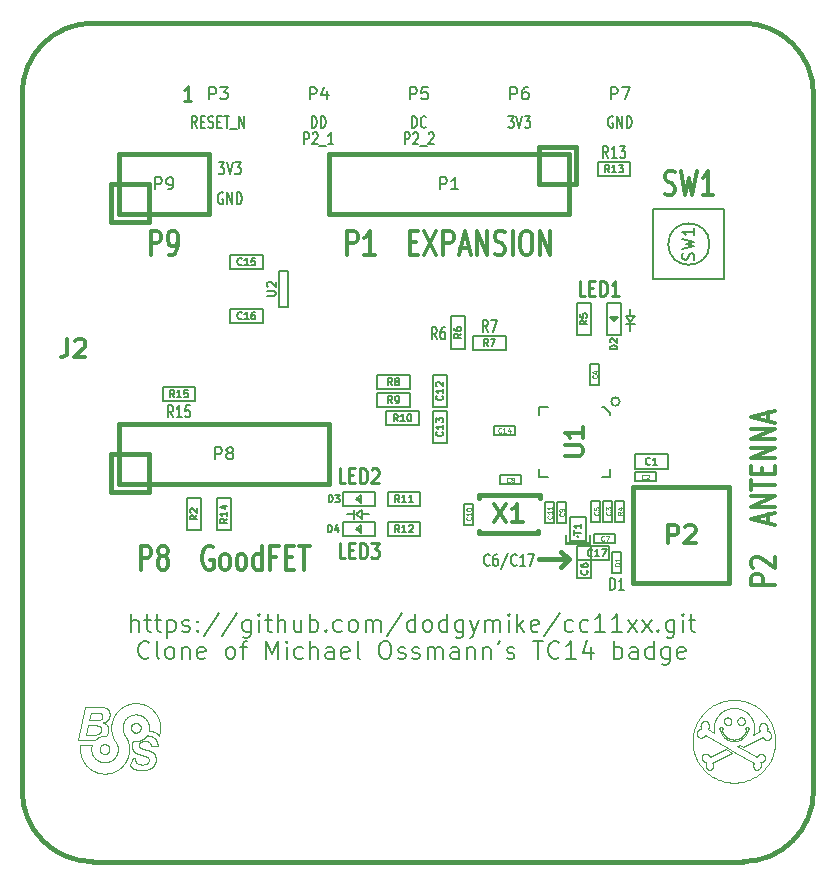
<source format=gto>
G04 #@! TF.FileFunction,Legend,Top*
%FSLAX46Y46*%
G04 Gerber Fmt 4.6, Leading zero omitted, Abs format (unit mm)*
G04 Created by KiCad (PCBNEW 4.0.2+e4-6225~38~ubuntu15.10.1-stable) date Mon 19 Jun 2017 22:11:17 SAST*
%MOMM*%
G01*
G04 APERTURE LIST*
%ADD10C,0.150000*%
%ADD11C,0.100000*%
%ADD12C,0.190500*%
%ADD13C,0.381000*%
%ADD14C,0.254000*%
%ADD15C,0.203200*%
%ADD16C,0.304800*%
%ADD17C,0.127000*%
%ADD18C,0.158750*%
%ADD19C,0.160020*%
%ADD20C,0.152400*%
%ADD21C,0.101600*%
G04 APERTURE END LIST*
D10*
D11*
X175134434Y-135775247D02*
X173445864Y-136655340D01*
X174580269Y-135456382D02*
X175134434Y-135775247D01*
X173225249Y-136162626D02*
X174580269Y-135456382D01*
X173222751Y-136154035D02*
X173225249Y-136162626D01*
X173219220Y-136143119D02*
X173222751Y-136154035D01*
X173215366Y-136132266D02*
X173219220Y-136143119D01*
X173211188Y-136121522D02*
X173215366Y-136132266D01*
X173206710Y-136110864D02*
X173211188Y-136121522D01*
X173201908Y-136100313D02*
X173206710Y-136110864D01*
X173196805Y-136089892D02*
X173201908Y-136100313D01*
X173191422Y-136079600D02*
X173196805Y-136089892D01*
X173185716Y-136069437D02*
X173191422Y-136079600D01*
X173179752Y-136059424D02*
X173185716Y-136069437D01*
X173173486Y-136049584D02*
X173179752Y-136059424D01*
X173166940Y-136039895D02*
X173173486Y-136049584D01*
X173160136Y-136030421D02*
X173166940Y-136039895D01*
X173153074Y-136021098D02*
X173160136Y-136030421D01*
X173145753Y-136012011D02*
X173153074Y-136021098D01*
X173138174Y-136003097D02*
X173145753Y-136012011D01*
X173130358Y-135994420D02*
X173138174Y-136003097D01*
X173122326Y-135985958D02*
X173130358Y-135994420D01*
X173114037Y-135977732D02*
X173122326Y-135985958D01*
X173105532Y-135969744D02*
X173114037Y-135977732D01*
X173096833Y-135962014D02*
X173105532Y-135969744D01*
X173087940Y-135954521D02*
X173096833Y-135962014D01*
X173078854Y-135947308D02*
X173087940Y-135954521D01*
X173069573Y-135940375D02*
X173078854Y-135947308D01*
X173060121Y-135933700D02*
X173069573Y-135940375D01*
X173050518Y-135927326D02*
X173060121Y-135933700D01*
X173040742Y-135921233D02*
X173050518Y-135927326D01*
X173030838Y-135915441D02*
X173040742Y-135921233D01*
X173020782Y-135909950D02*
X173030838Y-135915441D01*
X173010619Y-135904761D02*
X173020782Y-135909950D01*
X173000327Y-135899895D02*
X173010619Y-135904761D01*
X172989927Y-135895352D02*
X173000327Y-135899895D01*
X172979441Y-135891110D02*
X172989927Y-135895352D01*
X172968869Y-135887213D02*
X172979441Y-135891110D01*
X172958232Y-135883660D02*
X172968869Y-135887213D01*
X172947509Y-135880387D02*
X172958232Y-135883660D01*
X172936765Y-135877502D02*
X172947509Y-135880387D01*
X172925956Y-135874939D02*
X172936765Y-135877502D01*
X172915104Y-135872722D02*
X172925956Y-135874939D01*
X172904252Y-135870848D02*
X172915104Y-135872722D01*
X172893378Y-135869320D02*
X172904252Y-135870848D01*
X172882505Y-135868157D02*
X172893378Y-135869320D01*
X172871674Y-135867317D02*
X172882505Y-135868157D01*
X172860822Y-135866843D02*
X172871674Y-135867317D01*
X172850013Y-135866693D02*
X172860822Y-135866843D01*
X172839269Y-135866930D02*
X172850013Y-135866693D01*
X172828567Y-135867511D02*
X172839269Y-135866930D01*
X172817931Y-135868437D02*
X172828567Y-135867511D01*
X172807359Y-135869686D02*
X172817931Y-135868437D01*
X172796873Y-135871322D02*
X172807359Y-135869686D01*
X172786473Y-135873281D02*
X172796873Y-135871322D01*
X172776202Y-135875607D02*
X172786473Y-135873281D01*
X172766061Y-135878255D02*
X172776202Y-135875607D01*
X172756027Y-135881248D02*
X172766061Y-135878255D01*
X172746100Y-135884564D02*
X172756027Y-135881248D01*
X172736368Y-135888225D02*
X172746100Y-135884564D01*
X172726765Y-135892208D02*
X172736368Y-135888225D01*
X172717334Y-135896536D02*
X172726765Y-135892208D01*
X172708075Y-135901165D02*
X172717334Y-135896536D01*
X172698989Y-135906139D02*
X172708075Y-135901165D01*
X172690118Y-135911393D02*
X172698989Y-135906139D01*
X172681440Y-135916970D02*
X172690118Y-135911393D01*
X172672957Y-135922826D02*
X172681440Y-135916970D01*
X172664689Y-135929006D02*
X172672957Y-135922826D01*
X172656657Y-135935465D02*
X172664689Y-135929006D01*
X172648863Y-135942205D02*
X172656657Y-135935465D01*
X172641327Y-135949224D02*
X172648863Y-135942205D01*
X172634006Y-135956524D02*
X172641327Y-135949224D01*
X172626965Y-135964060D02*
X172634006Y-135956524D01*
X172620182Y-135971876D02*
X172626965Y-135964060D01*
X172613680Y-135979907D02*
X172620182Y-135971876D01*
X172607435Y-135988197D02*
X172613680Y-135979907D01*
X172601471Y-135996724D02*
X172607435Y-135988197D01*
X172595808Y-136005465D02*
X172601471Y-135996724D01*
X172590447Y-136014444D02*
X172595808Y-136005465D01*
X172585365Y-136023595D02*
X172590447Y-136014444D01*
X172580585Y-136032940D02*
X172585365Y-136023595D01*
X172576128Y-136042479D02*
X172580585Y-136032940D01*
X172571994Y-136052211D02*
X172576128Y-136042479D01*
X172568161Y-136062094D02*
X172571994Y-136052211D01*
X172564652Y-136072150D02*
X172568161Y-136062094D01*
X172561465Y-136082356D02*
X172564652Y-136072150D01*
X172558601Y-136092669D02*
X172561465Y-136082356D01*
X172556082Y-136103134D02*
X172558601Y-136092669D01*
X172553907Y-136113728D02*
X172556082Y-136103134D01*
X172552055Y-136124407D02*
X172553907Y-136113728D01*
X172550527Y-136135173D02*
X172552055Y-136124407D01*
X172549364Y-136146047D02*
X172550527Y-136135173D01*
X172548503Y-136157007D02*
X172549364Y-136146047D01*
X172548007Y-136168009D02*
X172548503Y-136157007D01*
X172547857Y-136179055D02*
X172548007Y-136168009D01*
X172548051Y-136190166D02*
X172547857Y-136179055D01*
X172548567Y-136201298D02*
X172548051Y-136190166D01*
X172549450Y-136212451D02*
X172548567Y-136201298D01*
X172550656Y-136223626D02*
X172549450Y-136212451D01*
X172552185Y-136234780D02*
X172550656Y-136223626D01*
X172554079Y-136245933D02*
X172552185Y-136234780D01*
X172556297Y-136257065D02*
X172554079Y-136245933D01*
X172558838Y-136268154D02*
X172556297Y-136257065D01*
X172561723Y-136279200D02*
X172558838Y-136268154D01*
X172564932Y-136290181D02*
X172561723Y-136279200D01*
X172568463Y-136301119D02*
X172564932Y-136290181D01*
X172572338Y-136311971D02*
X172568463Y-136301119D01*
X172576494Y-136322716D02*
X172572338Y-136311971D01*
X172580994Y-136333374D02*
X172576494Y-136322716D01*
X172585774Y-136343925D02*
X172580994Y-136333374D01*
X172590877Y-136354346D02*
X172585774Y-136343925D01*
X172596260Y-136364638D02*
X172590877Y-136354346D01*
X172601966Y-136374801D02*
X172596260Y-136364638D01*
X172607952Y-136384814D02*
X172601966Y-136374801D01*
X172614218Y-136394654D02*
X172607952Y-136384814D01*
X172620742Y-136404321D02*
X172614218Y-136394654D01*
X172627568Y-136413817D02*
X172620742Y-136404321D01*
X172634630Y-136423119D02*
X172627568Y-136413817D01*
X172641951Y-136432227D02*
X172634630Y-136423119D01*
X172649530Y-136441141D02*
X172641951Y-136432227D01*
X172657346Y-136449818D02*
X172649530Y-136441141D01*
X172665378Y-136458280D02*
X172657346Y-136449818D01*
X172673667Y-136466505D02*
X172665378Y-136458280D01*
X172682151Y-136474494D02*
X172673667Y-136466505D01*
X172690850Y-136482224D02*
X172682151Y-136474494D01*
X172699764Y-136489695D02*
X172690850Y-136482224D01*
X172708850Y-136496930D02*
X172699764Y-136489695D01*
X172718131Y-136503863D02*
X172708850Y-136496930D01*
X172727562Y-136510516D02*
X172718131Y-136503863D01*
X172737186Y-136516911D02*
X172727562Y-136510516D01*
X172746940Y-136523005D02*
X172737186Y-136516911D01*
X172756866Y-136528797D02*
X172746940Y-136523005D01*
X172766900Y-136534288D02*
X172756866Y-136528797D01*
X172777085Y-136539477D02*
X172766900Y-136534288D01*
X172787355Y-136544343D02*
X172777085Y-136539477D01*
X172797755Y-136548886D02*
X172787355Y-136544343D01*
X172808241Y-136553128D02*
X172797755Y-136548886D01*
X172818814Y-136557025D02*
X172808241Y-136553128D01*
X172829472Y-136560600D02*
X172818814Y-136557025D01*
X172840173Y-136563829D02*
X172829472Y-136560600D01*
X172850939Y-136566736D02*
X172840173Y-136563829D01*
X172861748Y-136569298D02*
X172850939Y-136566736D01*
X172872579Y-136571516D02*
X172861748Y-136569298D01*
X172883431Y-136573389D02*
X172872579Y-136571516D01*
X172894304Y-136574897D02*
X172883431Y-136573389D01*
X172905178Y-136576102D02*
X172894304Y-136574897D01*
X172916030Y-136576921D02*
X172905178Y-136576102D01*
X172922253Y-136577201D02*
X172916030Y-136576921D01*
X172918355Y-136583186D02*
X172922253Y-136577201D01*
X172912692Y-136592510D02*
X172918355Y-136583186D01*
X172907331Y-136602091D02*
X172912692Y-136592510D01*
X172902185Y-136611888D02*
X172907331Y-136602091D01*
X172897340Y-136621901D02*
X172902185Y-136611888D01*
X172892797Y-136632150D02*
X172897340Y-136621901D01*
X172888512Y-136642571D02*
X172892797Y-136632150D01*
X172884507Y-136653186D02*
X172888512Y-136642571D01*
X172880804Y-136664017D02*
X172884507Y-136653186D01*
X172877380Y-136674977D02*
X172880804Y-136664017D01*
X172874258Y-136686109D02*
X172877380Y-136674977D01*
X172871459Y-136697391D02*
X172874258Y-136686109D01*
X172868940Y-136708803D02*
X172871459Y-136697391D01*
X172866743Y-136720323D02*
X172868940Y-136708803D01*
X172864849Y-136731971D02*
X172866743Y-136720323D01*
X172863255Y-136743728D02*
X172864849Y-136731971D01*
X172861985Y-136755570D02*
X172863255Y-136743728D01*
X172861016Y-136767499D02*
X172861985Y-136755570D01*
X172860370Y-136779492D02*
X172861016Y-136767499D01*
X172860025Y-136791529D02*
X172860370Y-136779492D01*
X172860004Y-136803608D02*
X172860025Y-136791529D01*
X172860305Y-136815730D02*
X172860004Y-136803608D01*
X172860908Y-136827874D02*
X172860305Y-136815730D01*
X172861834Y-136840018D02*
X172860908Y-136827874D01*
X172863061Y-136852162D02*
X172861834Y-136840018D01*
X172864612Y-136864285D02*
X172863061Y-136852162D01*
X172866485Y-136876364D02*
X172864612Y-136864285D01*
X172868638Y-136888422D02*
X172866485Y-136876364D01*
X172871114Y-136900415D02*
X172868638Y-136888422D01*
X172873892Y-136912344D02*
X172871114Y-136900415D01*
X172876971Y-136924208D02*
X172873892Y-136912344D01*
X172880330Y-136935986D02*
X172876971Y-136924208D01*
X172884012Y-136947656D02*
X172880330Y-136935986D01*
X172887974Y-136959219D02*
X172884012Y-136947656D01*
X172892216Y-136970652D02*
X172887974Y-136959219D01*
X172896737Y-136981956D02*
X172892216Y-136970652D01*
X172901560Y-136993110D02*
X172896737Y-136981956D01*
X172906642Y-137004134D02*
X172901560Y-136993110D01*
X172912003Y-137014965D02*
X172906642Y-137004134D01*
X172917602Y-137025601D02*
X172912003Y-137014965D01*
X172923480Y-137036087D02*
X172917602Y-137025601D01*
X172929595Y-137046358D02*
X172923480Y-137036087D01*
X172935968Y-137056435D02*
X172929595Y-137046358D01*
X172942579Y-137066275D02*
X172935968Y-137056435D01*
X172949426Y-137075900D02*
X172942579Y-137066275D01*
X172956488Y-137085266D02*
X172949426Y-137075900D01*
X172963787Y-137094396D02*
X172956488Y-137085266D01*
X172971281Y-137103288D02*
X172963787Y-137094396D01*
X172978989Y-137111879D02*
X172971281Y-137103288D01*
X172986891Y-137120234D02*
X172978989Y-137111879D01*
X172994987Y-137128287D02*
X172986891Y-137120234D01*
X173003277Y-137136060D02*
X172994987Y-137128287D01*
X173011717Y-137143531D02*
X173003277Y-137136060D01*
X173020330Y-137150701D02*
X173011717Y-137143531D01*
X173029094Y-137157570D02*
X173020330Y-137150701D01*
X173038029Y-137164094D02*
X173029094Y-137157570D01*
X173047073Y-137170317D02*
X173038029Y-137164094D01*
X173056267Y-137176195D02*
X173047073Y-137170317D01*
X173065568Y-137181729D02*
X173056267Y-137176195D01*
X173074999Y-137186939D02*
X173065568Y-137181729D01*
X173084517Y-137191806D02*
X173074999Y-137186939D01*
X173094120Y-137196306D02*
X173084517Y-137191806D01*
X173103831Y-137200461D02*
X173094120Y-137196306D01*
X173113606Y-137204229D02*
X173103831Y-137200461D01*
X173123446Y-137207653D02*
X173113606Y-137204229D01*
X173133329Y-137210711D02*
X173123446Y-137207653D01*
X173143277Y-137213424D02*
X173133329Y-137210711D01*
X173153246Y-137215706D02*
X173143277Y-137213424D01*
X173163237Y-137217644D02*
X173153246Y-137215706D01*
X173173249Y-137219216D02*
X173163237Y-137217644D01*
X173183283Y-137220400D02*
X173173249Y-137219216D01*
X173193295Y-137221197D02*
X173183283Y-137220400D01*
X173203286Y-137221606D02*
X173193295Y-137221197D01*
X173213277Y-137221649D02*
X173203286Y-137221606D01*
X173223203Y-137221304D02*
X173213277Y-137221649D01*
X173233108Y-137220572D02*
X173223203Y-137221304D01*
X173242948Y-137219474D02*
X173233108Y-137220572D01*
X173252745Y-137217988D02*
X173242948Y-137219474D01*
X173262456Y-137216137D02*
X173252745Y-137217988D01*
X173272080Y-137213897D02*
X173262456Y-137216137D01*
X173281619Y-137211292D02*
X173272080Y-137213897D01*
X173291050Y-137208277D02*
X173281619Y-137211292D01*
X173300373Y-137204940D02*
X173291050Y-137208277D01*
X173309567Y-137201215D02*
X173300373Y-137204940D01*
X173318654Y-137197146D02*
X173309567Y-137201215D01*
X173327568Y-137192710D02*
X173318654Y-137197146D01*
X173336375Y-137187930D02*
X173327568Y-137192710D01*
X173345009Y-137182784D02*
X173336375Y-137187930D01*
X173353471Y-137177315D02*
X173345009Y-137182784D01*
X173361782Y-137171480D02*
X173353471Y-137177315D01*
X173369900Y-137165321D02*
X173361782Y-137171480D01*
X173377823Y-137158862D02*
X173369900Y-137165321D01*
X173385553Y-137152058D02*
X173377823Y-137158862D01*
X173393089Y-137144952D02*
X173385553Y-137152058D01*
X173400389Y-137137545D02*
X173393089Y-137144952D01*
X173407516Y-137129837D02*
X173400389Y-137137545D01*
X173414384Y-137121827D02*
X173407516Y-137129837D01*
X173421016Y-137113559D02*
X173414384Y-137121827D01*
X173427411Y-137104968D02*
X173421016Y-137113559D01*
X173433569Y-137096161D02*
X173427411Y-137104968D01*
X173439491Y-137087075D02*
X173433569Y-137096161D01*
X173445132Y-137077751D02*
X173439491Y-137087075D01*
X173450515Y-137068170D02*
X173445132Y-137077751D01*
X173455639Y-137058373D02*
X173450515Y-137068170D01*
X173460484Y-137048339D02*
X173455639Y-137058373D01*
X173465049Y-137038111D02*
X173460484Y-137048339D01*
X173469334Y-137027668D02*
X173465049Y-137038111D01*
X173473339Y-137017053D02*
X173469334Y-137027668D01*
X173477021Y-137006244D02*
X173473339Y-137017053D01*
X173497799Y-136878733D02*
X173497476Y-136890769D01*
X173497519Y-136854509D02*
X173497820Y-136866632D01*
X176534629Y-133711592D02*
X176534306Y-133708965D01*
X176534801Y-133714219D02*
X176534629Y-133711592D01*
X176534801Y-133716867D02*
X176534801Y-133714219D01*
X176534629Y-133719515D02*
X176534801Y-133716867D01*
X176534306Y-133722142D02*
X176534629Y-133719515D01*
X176533832Y-133724769D02*
X176534306Y-133722142D01*
X176533186Y-133727396D02*
X176533832Y-133724769D01*
X176532390Y-133730001D02*
X176533186Y-133727396D01*
X176531442Y-133732585D02*
X176532390Y-133730001D01*
X176530323Y-133735169D02*
X176531442Y-133732585D01*
X176529052Y-133737731D02*
X176530323Y-133735169D01*
X176527631Y-133740251D02*
X176529052Y-133737731D01*
X176526059Y-133742770D02*
X176527631Y-133740251D01*
X176524315Y-133745246D02*
X176526059Y-133742770D01*
X176522442Y-133747701D02*
X176524315Y-133745246D01*
X176520418Y-133750134D02*
X176522442Y-133747701D01*
X176518243Y-133752524D02*
X176520418Y-133750134D01*
X176515918Y-133754871D02*
X176518243Y-133752524D01*
X176513463Y-133757175D02*
X176515918Y-133754871D01*
X176510858Y-133759457D02*
X176513463Y-133757175D01*
X176508123Y-133761675D02*
X176510858Y-133759457D01*
X176505259Y-133763871D02*
X176508123Y-133761675D01*
X176502245Y-133766003D02*
X176505259Y-133763871D01*
X176499123Y-133768091D02*
X176502245Y-133766003D01*
X176495872Y-133770115D02*
X176499123Y-133768091D01*
X176492491Y-133772096D02*
X176495872Y-133770115D01*
X176489003Y-133774034D02*
X176492491Y-133772096D01*
X176485386Y-133775886D02*
X176489003Y-133774034D01*
X176481661Y-133777694D02*
X176485386Y-133775886D01*
X176477828Y-133779439D02*
X176481661Y-133777694D01*
X176473909Y-133781118D02*
X176477828Y-133779439D01*
X176469883Y-133782733D02*
X176473909Y-133781118D01*
X176465749Y-133784305D02*
X176469883Y-133782733D01*
X176461507Y-133785769D02*
X176465749Y-133784305D01*
X176457200Y-133787190D02*
X176461507Y-133785769D01*
X176452808Y-133788525D02*
X176457200Y-133787190D01*
X176448329Y-133789817D02*
X176452808Y-133788525D01*
X176446973Y-133790161D02*
X176448329Y-133789817D01*
X176443269Y-133813523D02*
X176446973Y-133790161D01*
X176436228Y-133850364D02*
X176443269Y-133813523D01*
X176428068Y-133886947D02*
X176436228Y-133850364D01*
X176418745Y-133923228D02*
X176428068Y-133886947D01*
X176408302Y-133959208D02*
X176418745Y-133923228D01*
X176396739Y-133994822D02*
X176408302Y-133959208D01*
X176384057Y-134030091D02*
X176396739Y-133994822D01*
X176370233Y-134064951D02*
X176384057Y-134030091D01*
X176355355Y-134099337D02*
X176370233Y-134064951D01*
X176339421Y-134133271D02*
X176355355Y-134099337D01*
X176322390Y-134166646D02*
X176339421Y-134133271D01*
X176304346Y-134199482D02*
X176322390Y-134166646D01*
X176285247Y-134231737D02*
X176304346Y-134199482D01*
X176265158Y-134263367D02*
X176285247Y-134231737D01*
X176244121Y-134294351D02*
X176265158Y-134263367D01*
X176222051Y-134324668D02*
X176244121Y-134294351D01*
X176199120Y-134354339D02*
X176222051Y-134324668D01*
X176175219Y-134383170D02*
X176199120Y-134354339D01*
X176150458Y-134411312D02*
X176175219Y-134383170D01*
X176124770Y-134438614D02*
X176150458Y-134411312D01*
X176098286Y-134465120D02*
X176124770Y-134438614D01*
X176070962Y-134490743D02*
X176098286Y-134465120D01*
X176042842Y-134515569D02*
X176070962Y-134490743D01*
X176013989Y-134539405D02*
X176042842Y-134515569D01*
X175984383Y-134562401D02*
X176013989Y-134539405D01*
X175954066Y-134584450D02*
X175984383Y-134562401D01*
X175923038Y-134605508D02*
X175954066Y-134584450D01*
X175891451Y-134625576D02*
X175923038Y-134605508D01*
X175859196Y-134644631D02*
X175891451Y-134625576D01*
X175826317Y-134662718D02*
X175859196Y-134644631D01*
X175792943Y-134679685D02*
X175826317Y-134662718D01*
X175759009Y-134695705D02*
X175792943Y-134679685D01*
X175724601Y-134710583D02*
X175759009Y-134695705D01*
X175689805Y-134724342D02*
X175724601Y-134710583D01*
X175654536Y-134737024D02*
X175689805Y-134724342D01*
X175618879Y-134748652D02*
X175654536Y-134737024D01*
X175582900Y-134759094D02*
X175618879Y-134748652D01*
X175546619Y-134768418D02*
X175582900Y-134759094D01*
X175510036Y-134776557D02*
X175546619Y-134768418D01*
X175473238Y-134783598D02*
X175510036Y-134776557D01*
X175436182Y-134789454D02*
X175473238Y-134783598D01*
X175399039Y-134794148D02*
X175436182Y-134789454D01*
X175361746Y-134797658D02*
X175399039Y-134794148D01*
X175324345Y-134800048D02*
X175361746Y-134797658D01*
X175286880Y-134801232D02*
X175324345Y-134800048D01*
X175249371Y-134801232D02*
X175286880Y-134801232D01*
X175211928Y-134800048D02*
X175249371Y-134801232D01*
X175174527Y-134797658D02*
X175211928Y-134800048D01*
X175137212Y-134794148D02*
X175174527Y-134797658D01*
X175100027Y-134789454D02*
X175137212Y-134794148D01*
X175063035Y-134783598D02*
X175100027Y-134789454D01*
X175026237Y-134776557D02*
X175063035Y-134783598D01*
X174989654Y-134768418D02*
X175026237Y-134776557D01*
X174953373Y-134759094D02*
X174989654Y-134768418D01*
X174917329Y-134748652D02*
X174953373Y-134759094D01*
X174881715Y-134737024D02*
X174917329Y-134748652D01*
X174846446Y-134724342D02*
X174881715Y-134737024D01*
X174811607Y-134710583D02*
X174846446Y-134724342D01*
X174777200Y-134695705D02*
X174811607Y-134710583D01*
X174743308Y-134679685D02*
X174777200Y-134695705D01*
X174709934Y-134662718D02*
X174743308Y-134679685D01*
X174677076Y-134644631D02*
X174709934Y-134662718D01*
X174644822Y-134625576D02*
X174677076Y-134644631D01*
X174613170Y-134605508D02*
X174644822Y-134625576D01*
X174582186Y-134584450D02*
X174613170Y-134605508D01*
X174551869Y-134562401D02*
X174582186Y-134584450D01*
X174522263Y-134539405D02*
X174551869Y-134562401D01*
X174493367Y-134515569D02*
X174522263Y-134539405D01*
X174465289Y-134490743D02*
X174493367Y-134515569D01*
X174437922Y-134465120D02*
X174465289Y-134490743D01*
X174411438Y-134438614D02*
X174437922Y-134465120D01*
X174385794Y-134411312D02*
X174411438Y-134438614D01*
X174361032Y-134383170D02*
X174385794Y-134411312D01*
X174337132Y-134354339D02*
X174361032Y-134383170D01*
X174314157Y-134324668D02*
X174337132Y-134354339D01*
X174292130Y-134294351D02*
X174314157Y-134324668D01*
X174271050Y-134263367D02*
X174292130Y-134294351D01*
X174250961Y-134231737D02*
X174271050Y-134263367D01*
X174231906Y-134199482D02*
X174250961Y-134231737D01*
X174213862Y-134166646D02*
X174231906Y-134199482D01*
X174196852Y-134133271D02*
X174213862Y-134166646D01*
X174180897Y-134099337D02*
X174196852Y-134133271D01*
X174166018Y-134064951D02*
X174180897Y-134099337D01*
X174152216Y-134030091D02*
X174166018Y-134064951D01*
X174139512Y-133994822D02*
X174152216Y-134030091D01*
X174127950Y-133959208D02*
X174139512Y-133994822D01*
X174117464Y-133923228D02*
X174127950Y-133959208D01*
X174108184Y-133886947D02*
X174117464Y-133923228D01*
X174099980Y-133850364D02*
X174108184Y-133886947D01*
X174092939Y-133813523D02*
X174099980Y-133850364D01*
X174089322Y-133790721D02*
X174092939Y-133813523D01*
X174085855Y-133789817D02*
X174089322Y-133790721D01*
X174081376Y-133788525D02*
X174085855Y-133789817D01*
X174076984Y-133787190D02*
X174081376Y-133788525D01*
X174072678Y-133785769D02*
X174076984Y-133787190D01*
X174068457Y-133784305D02*
X174072678Y-133785769D01*
X174064323Y-133782733D02*
X174068457Y-133784305D01*
X174060297Y-133781118D02*
X174064323Y-133782733D01*
X174056356Y-133779439D02*
X174060297Y-133781118D01*
X174052524Y-133777694D02*
X174056356Y-133779439D01*
X174048799Y-133775886D02*
X174052524Y-133777694D01*
X174045181Y-133774034D02*
X174048799Y-133775886D01*
X174041693Y-133772096D02*
X174045181Y-133774034D01*
X174038334Y-133770115D02*
X174041693Y-133772096D01*
X174035061Y-133768091D02*
X174038334Y-133770115D01*
X174031939Y-133766003D02*
X174035061Y-133768091D01*
X174028946Y-133763871D02*
X174031939Y-133766003D01*
X174026061Y-133761675D02*
X174028946Y-133763871D01*
X174023327Y-133759457D02*
X174026061Y-133761675D01*
X174020721Y-133757175D02*
X174023327Y-133759457D01*
X174018267Y-133754871D02*
X174020721Y-133757175D01*
X174015963Y-133752524D02*
X174018267Y-133754871D01*
X174013788Y-133750134D02*
X174015963Y-133752524D01*
X174011764Y-133747701D02*
X174013788Y-133750134D01*
X174009869Y-133745246D02*
X174011764Y-133747701D01*
X174008147Y-133742770D02*
X174009869Y-133745246D01*
X174006575Y-133740251D02*
X174008147Y-133742770D01*
X174005132Y-133737731D02*
X174006575Y-133740251D01*
X174003883Y-133735169D02*
X174005132Y-133737731D01*
X174002764Y-133732585D02*
X174003883Y-133735169D01*
X174001795Y-133730001D02*
X174002764Y-133732585D01*
X174000998Y-133727396D02*
X174001795Y-133730001D01*
X174000352Y-133724769D02*
X174000998Y-133727396D01*
X173999878Y-133722142D02*
X174000352Y-133724769D01*
X173999555Y-133719515D02*
X173999878Y-133722142D01*
X173999405Y-133716867D02*
X173999555Y-133719515D01*
X173999405Y-133714219D02*
X173999405Y-133716867D01*
X173999555Y-133711592D02*
X173999405Y-133714219D01*
X173999878Y-133708965D02*
X173999555Y-133711592D01*
X174000352Y-133706338D02*
X173999878Y-133708965D01*
X174000998Y-133703711D02*
X174000352Y-133706338D01*
X174001795Y-133701106D02*
X174000998Y-133703711D01*
X174002764Y-133698500D02*
X174001795Y-133701106D01*
X174003883Y-133695938D02*
X174002764Y-133698500D01*
X174005132Y-133693376D02*
X174003883Y-133695938D01*
X174006575Y-133690835D02*
X174005132Y-133693376D01*
X174008147Y-133688337D02*
X174006575Y-133690835D01*
X174009869Y-133685840D02*
X174008147Y-133688337D01*
X174011764Y-133683385D02*
X174009869Y-133685840D01*
X174013788Y-133680973D02*
X174011764Y-133683385D01*
X174015963Y-133678583D02*
X174013788Y-133680973D01*
X174018267Y-133676236D02*
X174015963Y-133678583D01*
X174020721Y-133673911D02*
X174018267Y-133676236D01*
X174023327Y-133671650D02*
X174020721Y-133673911D01*
X174026061Y-133669411D02*
X174023327Y-133671650D01*
X174028946Y-133667236D02*
X174026061Y-133669411D01*
X174031939Y-133665104D02*
X174028946Y-133667236D01*
X174035061Y-133663016D02*
X174031939Y-133665104D01*
X174038334Y-133660970D02*
X174035061Y-133663016D01*
X174041693Y-133658989D02*
X174038334Y-133660970D01*
X174045181Y-133657073D02*
X174041693Y-133658989D01*
X174048799Y-133655200D02*
X174045181Y-133657073D01*
X174052524Y-133653391D02*
X174048799Y-133655200D01*
X174056356Y-133651647D02*
X174052524Y-133653391D01*
X174060297Y-133649968D02*
X174056356Y-133651647D01*
X174064323Y-133648353D02*
X174060297Y-133649968D01*
X174068457Y-133646802D02*
X174064323Y-133648353D01*
X174072678Y-133645317D02*
X174068457Y-133646802D01*
X174076984Y-133643896D02*
X174072678Y-133645317D01*
X174081376Y-133642561D02*
X174076984Y-133643896D01*
X174085855Y-133641290D02*
X174081376Y-133642561D01*
X174090398Y-133640084D02*
X174085855Y-133641290D01*
X174095028Y-133638965D02*
X174090398Y-133640084D01*
X174099700Y-133637910D02*
X174095028Y-133638965D01*
X174104459Y-133636941D02*
X174099700Y-133637910D01*
X174109260Y-133636058D02*
X174104459Y-133636941D01*
X174114105Y-133635240D02*
X174109260Y-133636058D01*
X174119014Y-133634508D02*
X174114105Y-133635240D01*
X174123966Y-133633840D02*
X174119014Y-133634508D01*
X174128940Y-133633259D02*
X174123966Y-133633840D01*
X174133957Y-133632764D02*
X174128940Y-133633259D01*
X174138996Y-133632354D02*
X174133957Y-133632764D01*
X174144077Y-133632032D02*
X174138996Y-133632354D01*
X174149159Y-133631773D02*
X174144077Y-133632032D01*
X174154240Y-133631622D02*
X174149159Y-133631773D01*
X174159343Y-133631536D02*
X174154240Y-133631622D01*
X174164468Y-133631536D02*
X174159343Y-133631536D01*
X174169571Y-133631622D02*
X174164468Y-133631536D01*
X174174652Y-133631773D02*
X174169571Y-133631622D01*
X174179734Y-133632032D02*
X174174652Y-133631773D01*
X174184794Y-133632354D02*
X174179734Y-133632032D01*
X174189854Y-133632764D02*
X174184794Y-133632354D01*
X174194871Y-133633259D02*
X174189854Y-133632764D01*
X174199845Y-133633840D02*
X174194871Y-133633259D01*
X174204797Y-133634508D02*
X174199845Y-133633840D01*
X174209685Y-133635240D02*
X174204797Y-133634508D01*
X174214551Y-133636058D02*
X174209685Y-133635240D01*
X174219352Y-133636941D02*
X174214551Y-133636058D01*
X174224090Y-133637910D02*
X174219352Y-133636941D01*
X174228783Y-133638965D02*
X174224090Y-133637910D01*
X174233413Y-133640084D02*
X174228783Y-133638965D01*
X174237956Y-133641290D02*
X174233413Y-133640084D01*
X174242435Y-133642561D02*
X174237956Y-133641290D01*
X174246827Y-133643896D02*
X174242435Y-133642561D01*
X174251134Y-133645317D02*
X174246827Y-133643896D01*
X174255354Y-133646802D02*
X174251134Y-133645317D01*
X174259488Y-133648353D02*
X174255354Y-133646802D01*
X174263514Y-133649968D02*
X174259488Y-133648353D01*
X174267455Y-133651647D02*
X174263514Y-133649968D01*
X174271287Y-133653391D02*
X174267455Y-133651647D01*
X174275012Y-133655200D02*
X174271287Y-133653391D01*
X174278608Y-133657073D02*
X174275012Y-133655200D01*
X174282118Y-133658989D02*
X174278608Y-133657073D01*
X174285477Y-133660970D02*
X174282118Y-133658989D01*
X174288750Y-133663016D02*
X174285477Y-133660970D01*
X174291872Y-133665104D02*
X174288750Y-133663016D01*
X174294865Y-133667236D02*
X174291872Y-133665104D01*
X174297750Y-133669411D02*
X174294865Y-133667236D01*
X174300484Y-133671650D02*
X174297750Y-133669411D01*
X174303090Y-133673911D02*
X174300484Y-133671650D01*
X174305544Y-133676236D02*
X174303090Y-133673911D01*
X174307848Y-133678583D02*
X174305544Y-133676236D01*
X174310023Y-133680973D02*
X174307848Y-133678583D01*
X174312047Y-133683385D02*
X174310023Y-133680973D01*
X174313942Y-133685840D02*
X174312047Y-133683385D01*
X174315664Y-133688337D02*
X174313942Y-133685840D01*
X174317236Y-133690835D02*
X174315664Y-133688337D01*
X174318657Y-133693376D02*
X174317236Y-133690835D01*
X174319928Y-133695938D02*
X174318657Y-133693376D01*
X174321047Y-133698500D02*
X174319928Y-133695938D01*
X174321995Y-133701106D02*
X174321047Y-133698500D01*
X174322813Y-133703711D02*
X174321995Y-133701106D01*
X174323459Y-133706338D02*
X174322813Y-133703711D01*
X174323933Y-133708965D02*
X174323459Y-133706338D01*
X174324256Y-133711592D02*
X174323933Y-133708965D01*
X174324406Y-133714219D02*
X174324256Y-133711592D01*
X174324406Y-133716867D02*
X174324406Y-133714219D01*
X174324256Y-133719515D02*
X174324406Y-133716867D01*
X174323933Y-133722142D02*
X174324256Y-133719515D01*
X174323459Y-133724769D02*
X174323933Y-133722142D01*
X174322813Y-133727396D02*
X174323459Y-133724769D01*
X174321995Y-133730001D02*
X174322813Y-133727396D01*
X174321047Y-133732585D02*
X174321995Y-133730001D01*
X174319928Y-133735169D02*
X174321047Y-133732585D01*
X174318657Y-133737731D02*
X174319928Y-133735169D01*
X174317236Y-133740251D02*
X174318657Y-133737731D01*
X174315664Y-133742770D02*
X174317236Y-133740251D01*
X174313942Y-133745246D02*
X174315664Y-133742770D01*
X174312047Y-133747701D02*
X174313942Y-133745246D01*
X174310023Y-133750134D02*
X174312047Y-133747701D01*
X174307848Y-133752524D02*
X174310023Y-133750134D01*
X174305544Y-133754871D02*
X174307848Y-133752524D01*
X174303090Y-133757175D02*
X174305544Y-133754871D01*
X174300484Y-133759457D02*
X174303090Y-133757175D01*
X174297750Y-133761675D02*
X174300484Y-133759457D01*
X174294865Y-133763871D02*
X174297750Y-133761675D01*
X174291872Y-133766003D02*
X174294865Y-133763871D01*
X174288750Y-133768091D02*
X174291872Y-133766003D01*
X174285477Y-133770115D02*
X174288750Y-133768091D01*
X174282118Y-133772096D02*
X174285477Y-133770115D01*
X174278608Y-133774034D02*
X174282118Y-133772096D01*
X174275012Y-133775886D02*
X174278608Y-133774034D01*
X174271287Y-133777694D02*
X174275012Y-133775886D01*
X174267455Y-133779439D02*
X174271287Y-133777694D01*
X174263514Y-133781118D02*
X174267455Y-133779439D01*
X174259488Y-133782733D02*
X174263514Y-133781118D01*
X174255354Y-133784305D02*
X174259488Y-133782733D01*
X174251134Y-133785769D02*
X174255354Y-133784305D01*
X174246827Y-133787190D02*
X174251134Y-133785769D01*
X174242435Y-133788525D02*
X174246827Y-133787190D01*
X174237956Y-133789817D02*
X174242435Y-133788525D01*
X174233413Y-133791001D02*
X174237956Y-133789817D01*
X174232315Y-133791281D02*
X174233413Y-133791001D01*
X174238128Y-133821749D02*
X174232315Y-133791281D01*
X174245363Y-133854003D02*
X174238128Y-133821749D01*
X174253545Y-133886000D02*
X174245363Y-133854003D01*
X174262804Y-133917716D02*
X174253545Y-133886000D01*
X174272988Y-133949131D02*
X174262804Y-133917716D01*
X174284185Y-133980223D02*
X174272988Y-133949131D01*
X174296350Y-134010949D02*
X174284185Y-133980223D01*
X174309485Y-134041287D02*
X174296350Y-134010949D01*
X174323545Y-134071217D02*
X174309485Y-134041287D01*
X174338553Y-134100629D02*
X174323545Y-134071217D01*
X174354465Y-134129568D02*
X174338553Y-134100629D01*
X174371260Y-134158011D02*
X174354465Y-134129568D01*
X174388959Y-134185917D02*
X174371260Y-134158011D01*
X174407562Y-134213241D02*
X174388959Y-134185917D01*
X174426984Y-134239962D02*
X174407562Y-134213241D01*
X174447246Y-134266123D02*
X174426984Y-134239962D01*
X174468304Y-134291552D02*
X174447246Y-134266123D01*
X174490159Y-134316357D02*
X174468304Y-134291552D01*
X174512745Y-134340429D02*
X174490159Y-134316357D01*
X174536107Y-134363791D02*
X174512745Y-134340429D01*
X174560245Y-134386400D02*
X174536107Y-134363791D01*
X174585006Y-134408276D02*
X174560245Y-134386400D01*
X174610478Y-134429313D02*
X174585006Y-134408276D01*
X174636575Y-134449574D02*
X174610478Y-134429313D01*
X174663318Y-134469017D02*
X174636575Y-134449574D01*
X174690620Y-134487578D02*
X174663318Y-134469017D01*
X174718525Y-134505277D02*
X174690620Y-134487578D01*
X174746969Y-134522093D02*
X174718525Y-134505277D01*
X174775951Y-134538049D02*
X174746969Y-134522093D01*
X174805385Y-134553013D02*
X174775951Y-134538049D01*
X174835271Y-134567117D02*
X174805385Y-134553013D01*
X174865588Y-134580229D02*
X174835271Y-134567117D01*
X174896335Y-134592352D02*
X174865588Y-134580229D01*
X174927427Y-134603548D02*
X174896335Y-134592352D01*
X174958821Y-134613798D02*
X174927427Y-134603548D01*
X174990580Y-134623013D02*
X174958821Y-134613798D01*
X175022577Y-134631238D02*
X174990580Y-134623013D01*
X175054853Y-134638408D02*
X175022577Y-134631238D01*
X175087280Y-134644610D02*
X175054853Y-134638408D01*
X175119900Y-134649777D02*
X175087280Y-134644610D01*
X175152693Y-134653911D02*
X175119900Y-134649777D01*
X175185594Y-134657012D02*
X175152693Y-134653911D01*
X175218581Y-134659122D02*
X175185594Y-134657012D01*
X175251589Y-134660156D02*
X175218581Y-134659122D01*
X175284662Y-134660156D02*
X175251589Y-134660156D01*
X175317692Y-134659122D02*
X175284662Y-134660156D01*
X175350679Y-134657012D02*
X175317692Y-134659122D01*
X175383558Y-134653911D02*
X175350679Y-134657012D01*
X175416308Y-134649777D02*
X175383558Y-134653911D01*
X175448972Y-134644610D02*
X175416308Y-134649777D01*
X175481420Y-134638408D02*
X175448972Y-134644610D01*
X175513675Y-134631238D02*
X175481420Y-134638408D01*
X175545671Y-134623013D02*
X175513675Y-134631238D01*
X175577388Y-134613798D02*
X175545671Y-134623013D01*
X175608846Y-134603548D02*
X175577388Y-134613798D01*
X175639938Y-134592352D02*
X175608846Y-134603548D01*
X175670621Y-134580229D02*
X175639938Y-134592352D01*
X175700959Y-134567117D02*
X175670621Y-134580229D01*
X175730867Y-134553013D02*
X175700959Y-134567117D01*
X175760301Y-134538049D02*
X175730867Y-134553013D01*
X175789283Y-134522093D02*
X175760301Y-134538049D01*
X175817726Y-134505277D02*
X175789283Y-134522093D01*
X175845588Y-134487578D02*
X175817726Y-134505277D01*
X175872955Y-134469017D02*
X175845588Y-134487578D01*
X175899676Y-134449574D02*
X175872955Y-134469017D01*
X175925794Y-134429313D02*
X175899676Y-134449574D01*
X175951224Y-134408276D02*
X175925794Y-134429313D01*
X175976028Y-134386400D02*
X175951224Y-134408276D01*
X176000101Y-134363791D02*
X175976028Y-134386400D01*
X176023463Y-134340429D02*
X176000101Y-134363791D01*
X176046114Y-134316357D02*
X176023463Y-134340429D01*
X176067948Y-134291552D02*
X176046114Y-134316357D01*
X176089027Y-134266123D02*
X176067948Y-134291552D01*
X176109246Y-134239962D02*
X176089027Y-134266123D01*
X176128689Y-134213241D02*
X176109246Y-134239962D01*
X176147249Y-134185917D02*
X176128689Y-134213241D01*
X176164949Y-134158011D02*
X176147249Y-134185917D01*
X176181808Y-134129568D02*
X176164949Y-134158011D01*
X176197699Y-134100629D02*
X176181808Y-134129568D01*
X176212706Y-134071217D02*
X176197699Y-134100629D01*
X176226788Y-134041287D02*
X176212706Y-134071217D01*
X176239901Y-134010949D02*
X176226788Y-134041287D01*
X176252066Y-133980223D02*
X176239901Y-134010949D01*
X176263263Y-133949131D02*
X176252066Y-133980223D01*
X176273469Y-133917716D02*
X176263263Y-133949131D01*
X176282663Y-133886000D02*
X176273469Y-133917716D01*
X176290888Y-133854003D02*
X176282663Y-133886000D01*
X176298080Y-133821749D02*
X176290888Y-133854003D01*
X176303808Y-133791755D02*
X176298080Y-133821749D01*
X176300793Y-133791001D02*
X176303808Y-133791755D01*
X176296250Y-133789817D02*
X176300793Y-133791001D01*
X176291771Y-133788525D02*
X176296250Y-133789817D01*
X176287379Y-133787190D02*
X176291771Y-133788525D01*
X176283051Y-133785769D02*
X176287379Y-133787190D01*
X176278831Y-133784305D02*
X176283051Y-133785769D01*
X176274718Y-133782733D02*
X176278831Y-133784305D01*
X176270670Y-133781118D02*
X176274718Y-133782733D01*
X176266730Y-133779439D02*
X176270670Y-133781118D01*
X176262919Y-133777694D02*
X176266730Y-133779439D01*
X176259194Y-133775886D02*
X176262919Y-133777694D01*
X176255576Y-133774034D02*
X176259194Y-133775886D01*
X176252088Y-133772096D02*
X176255576Y-133774034D01*
X176248708Y-133770115D02*
X176252088Y-133772096D01*
X176245456Y-133768091D02*
X176248708Y-133770115D01*
X176242313Y-133766003D02*
X176245456Y-133768091D01*
X176239320Y-133763871D02*
X176242313Y-133766003D01*
X176236456Y-133761675D02*
X176239320Y-133763871D01*
X176233721Y-133759457D02*
X176236456Y-133761675D01*
X176231116Y-133757175D02*
X176233721Y-133759457D01*
X176228661Y-133754871D02*
X176231116Y-133757175D01*
X176226336Y-133752524D02*
X176228661Y-133754871D01*
X176224161Y-133750134D02*
X176226336Y-133752524D01*
X176222137Y-133747701D02*
X176224161Y-133750134D01*
X176220264Y-133745246D02*
X176222137Y-133747701D01*
X176218520Y-133742770D02*
X176220264Y-133745246D01*
X176216948Y-133740251D02*
X176218520Y-133742770D01*
X176215527Y-133737731D02*
X176216948Y-133740251D01*
X176214257Y-133735169D02*
X176215527Y-133737731D01*
X176213137Y-133732585D02*
X176214257Y-133735169D01*
X176212190Y-133730001D02*
X176213137Y-133732585D01*
X176211393Y-133727396D02*
X176212190Y-133730001D01*
X176210747Y-133724769D02*
X176211393Y-133727396D01*
X176210273Y-133722142D02*
X176210747Y-133724769D01*
X176209950Y-133719515D02*
X176210273Y-133722142D01*
X176209799Y-133716867D02*
X176209950Y-133719515D01*
X176209799Y-133714219D02*
X176209799Y-133716867D01*
X176209950Y-133711592D02*
X176209799Y-133714219D01*
X176210273Y-133708965D02*
X176209950Y-133711592D01*
X176210747Y-133706338D02*
X176210273Y-133708965D01*
X176211393Y-133703711D02*
X176210747Y-133706338D01*
X176212190Y-133701106D02*
X176211393Y-133703711D01*
X176213137Y-133698500D02*
X176212190Y-133701106D01*
X176214257Y-133695938D02*
X176213137Y-133698500D01*
X176215527Y-133693376D02*
X176214257Y-133695938D01*
X176216948Y-133690835D02*
X176215527Y-133693376D01*
X176218520Y-133688337D02*
X176216948Y-133690835D01*
X176220264Y-133685840D02*
X176218520Y-133688337D01*
X176222137Y-133683385D02*
X176220264Y-133685840D01*
X176224161Y-133680973D02*
X176222137Y-133683385D01*
X176226336Y-133678583D02*
X176224161Y-133680973D01*
X176228661Y-133676236D02*
X176226336Y-133678583D01*
X176231116Y-133673911D02*
X176228661Y-133676236D01*
X176233721Y-133671650D02*
X176231116Y-133673911D01*
X176236456Y-133669411D02*
X176233721Y-133671650D01*
X176239320Y-133667236D02*
X176236456Y-133669411D01*
X176242313Y-133665104D02*
X176239320Y-133667236D01*
X176245456Y-133663016D02*
X176242313Y-133665104D01*
X176248708Y-133660970D02*
X176245456Y-133663016D01*
X176252088Y-133658989D02*
X176248708Y-133660970D01*
X176255576Y-133657073D02*
X176252088Y-133658989D01*
X176259194Y-133655200D02*
X176255576Y-133657073D01*
X176262919Y-133653391D02*
X176259194Y-133655200D01*
X176266730Y-133651647D02*
X176262919Y-133653391D01*
X176270670Y-133649968D02*
X176266730Y-133651647D01*
X176274718Y-133648353D02*
X176270670Y-133649968D01*
X176278831Y-133646802D02*
X176274718Y-133648353D01*
X176283051Y-133645317D02*
X176278831Y-133646802D01*
X176287379Y-133643896D02*
X176283051Y-133645317D01*
X176291771Y-133642561D02*
X176287379Y-133643896D01*
X176296250Y-133641290D02*
X176291771Y-133642561D01*
X176300793Y-133640084D02*
X176296250Y-133641290D01*
X176305401Y-133638965D02*
X176300793Y-133640084D01*
X176310095Y-133637910D02*
X176305401Y-133638965D01*
X176314832Y-133636941D02*
X176310095Y-133637910D01*
X176319655Y-133636058D02*
X176314832Y-133636941D01*
X176324500Y-133635240D02*
X176319655Y-133636058D01*
X176329409Y-133634508D02*
X176324500Y-133635240D01*
X176334361Y-133633840D02*
X176329409Y-133634508D01*
X176339335Y-133633259D02*
X176334361Y-133633840D01*
X176344352Y-133632764D02*
X176339335Y-133633259D01*
X176349390Y-133632354D02*
X176344352Y-133632764D01*
X176354450Y-133632032D02*
X176349390Y-133632354D01*
X176359532Y-133631773D02*
X176354450Y-133632032D01*
X176364635Y-133631622D02*
X176359532Y-133631773D01*
X176369738Y-133631536D02*
X176364635Y-133631622D01*
X176374841Y-133631536D02*
X176369738Y-133631536D01*
X176379944Y-133631622D02*
X176374841Y-133631536D01*
X176385047Y-133631773D02*
X176379944Y-133631622D01*
X176390129Y-133632032D02*
X176385047Y-133631773D01*
X176395189Y-133632354D02*
X176390129Y-133632032D01*
X176400227Y-133632764D02*
X176395189Y-133632354D01*
X176405244Y-133633259D02*
X176400227Y-133632764D01*
X176410239Y-133633840D02*
X176405244Y-133633259D01*
X176415170Y-133634508D02*
X176410239Y-133633840D01*
X176420079Y-133635240D02*
X176415170Y-133634508D01*
X176424946Y-133636058D02*
X176420079Y-133635240D01*
X176429747Y-133636941D02*
X176424946Y-133636058D01*
X176434484Y-133637910D02*
X176429747Y-133636941D01*
X176439157Y-133638965D02*
X176434484Y-133637910D01*
X176443786Y-133640084D02*
X176439157Y-133638965D01*
X176448329Y-133641290D02*
X176443786Y-133640084D01*
X176452808Y-133642561D02*
X176448329Y-133641290D01*
X176457200Y-133643896D02*
X176452808Y-133642561D01*
X176461507Y-133645317D02*
X176457200Y-133643896D01*
X176465749Y-133646802D02*
X176461507Y-133645317D01*
X176469883Y-133648353D02*
X176465749Y-133646802D01*
X176473909Y-133649968D02*
X176469883Y-133648353D01*
X176477828Y-133651647D02*
X176473909Y-133649968D01*
X176481661Y-133653391D02*
X176477828Y-133651647D01*
X176485386Y-133655200D02*
X176481661Y-133653391D01*
X176489003Y-133657073D02*
X176485386Y-133655200D01*
X176492491Y-133658989D02*
X176489003Y-133657073D01*
X176495872Y-133660970D02*
X176492491Y-133658989D01*
X176499123Y-133663016D02*
X176495872Y-133660970D01*
X176502245Y-133665104D02*
X176499123Y-133663016D01*
X176505259Y-133667236D02*
X176502245Y-133665104D01*
X176508123Y-133669411D02*
X176505259Y-133667236D01*
X176510858Y-133671650D02*
X176508123Y-133669411D01*
X176513463Y-133673911D02*
X176510858Y-133671650D01*
X176515918Y-133676236D02*
X176513463Y-133673911D01*
X176518243Y-133678583D02*
X176515918Y-133676236D01*
X176520418Y-133680973D02*
X176518243Y-133678583D01*
X176522442Y-133683385D02*
X176520418Y-133680973D01*
X176524315Y-133685840D02*
X176522442Y-133683385D01*
X176526059Y-133688337D02*
X176524315Y-133685840D01*
X176527631Y-133690835D02*
X176526059Y-133688337D01*
X176529052Y-133693376D02*
X176527631Y-133690835D01*
X176530323Y-133695938D02*
X176529052Y-133693376D01*
X176531442Y-133698500D02*
X176530323Y-133695938D01*
X176532390Y-133701106D02*
X176531442Y-133698500D01*
X176533186Y-133703711D02*
X176532390Y-133701106D01*
X176533832Y-133706338D02*
X176533186Y-133703711D01*
X176534306Y-133708965D02*
X176533832Y-133706338D01*
X174425068Y-133121964D02*
X174425692Y-133131890D01*
X174424766Y-133112016D02*
X174425068Y-133121964D01*
X174424766Y-133102090D02*
X174424766Y-133112016D01*
X174425068Y-133092142D02*
X174424766Y-133102090D01*
X174425692Y-133082216D02*
X174425068Y-133092142D01*
X174426618Y-133072311D02*
X174425692Y-133082216D01*
X174427867Y-133062450D02*
X174426618Y-133072311D01*
X174429417Y-133052631D02*
X174427867Y-133062450D01*
X174431290Y-133042856D02*
X174429417Y-133052631D01*
X174433465Y-133033145D02*
X174431290Y-133042856D01*
X174435920Y-133023520D02*
X174433465Y-133033145D01*
X174438719Y-133013960D02*
X174435920Y-133023520D01*
X174441776Y-133004507D02*
X174438719Y-133013960D01*
X174445157Y-132995163D02*
X174441776Y-133004507D01*
X174448817Y-132985904D02*
X174445157Y-132995163D01*
X174452758Y-132976774D02*
X174448817Y-132985904D01*
X174456999Y-132967796D02*
X174452758Y-132976774D01*
X174461521Y-132958924D02*
X174456999Y-132967796D01*
X174466301Y-132950204D02*
X174461521Y-132958924D01*
X174471361Y-132941634D02*
X174466301Y-132950204D01*
X174476680Y-132933237D02*
X174471361Y-132941634D01*
X174482278Y-132925033D02*
X174476680Y-132933237D01*
X174488135Y-132916980D02*
X174482278Y-132925033D01*
X174494228Y-132909121D02*
X174488135Y-132916980D01*
X174500558Y-132901456D02*
X174494228Y-132909121D01*
X174507147Y-132893984D02*
X174500558Y-132901456D01*
X174513951Y-132886750D02*
X174507147Y-132893984D01*
X174520971Y-132879709D02*
X174513951Y-132886750D01*
X174528227Y-132872905D02*
X174520971Y-132879709D01*
X174535677Y-132866316D02*
X174528227Y-132872905D01*
X174543364Y-132859986D02*
X174535677Y-132866316D01*
X174551201Y-132853892D02*
X174543364Y-132859986D01*
X174559254Y-132848057D02*
X174551201Y-132853892D01*
X174567479Y-132842459D02*
X174559254Y-132848057D01*
X174575877Y-132837119D02*
X174567479Y-132842459D01*
X174584446Y-132832059D02*
X174575877Y-132837119D01*
X174593167Y-132827279D02*
X174584446Y-132832059D01*
X174602016Y-132822757D02*
X174593167Y-132827279D01*
X174611017Y-132818537D02*
X174602016Y-132822757D01*
X174620146Y-132814575D02*
X174611017Y-132818537D01*
X174629383Y-132810915D02*
X174620146Y-132814575D01*
X174638750Y-132807556D02*
X174629383Y-132810915D01*
X174648202Y-132804477D02*
X174638750Y-132807556D01*
X174657762Y-132801699D02*
X174648202Y-132804477D01*
X174667387Y-132799223D02*
X174657762Y-132801699D01*
X174677098Y-132797048D02*
X174667387Y-132799223D01*
X174686852Y-132795196D02*
X174677098Y-132797048D01*
X174696670Y-132793624D02*
X174686852Y-132795196D01*
X174706554Y-132792397D02*
X174696670Y-132793624D01*
X174716458Y-132791450D02*
X174706554Y-132792397D01*
X174726384Y-132790825D02*
X174716458Y-132791450D01*
X174736311Y-132790502D02*
X174726384Y-132790825D01*
X174746258Y-132790502D02*
X174736311Y-132790502D01*
X174756206Y-132790825D02*
X174746258Y-132790502D01*
X174766132Y-132791450D02*
X174756206Y-132790825D01*
X174776037Y-132792397D02*
X174766132Y-132791450D01*
X174785898Y-132793624D02*
X174776037Y-132792397D01*
X174795717Y-132795196D02*
X174785898Y-132793624D01*
X174805492Y-132797048D02*
X174795717Y-132795196D01*
X174815203Y-132799223D02*
X174805492Y-132797048D01*
X174824828Y-132801699D02*
X174815203Y-132799223D01*
X174834367Y-132804477D02*
X174824828Y-132801699D01*
X174843841Y-132807556D02*
X174834367Y-132804477D01*
X174853185Y-132810915D02*
X174843841Y-132807556D01*
X174862423Y-132814575D02*
X174853185Y-132810915D01*
X174871552Y-132818537D02*
X174862423Y-132814575D01*
X174880574Y-132822757D02*
X174871552Y-132818537D01*
X174889424Y-132827279D02*
X174880574Y-132822757D01*
X174898144Y-132832059D02*
X174889424Y-132827279D01*
X174906714Y-132837119D02*
X174898144Y-132832059D01*
X174915090Y-132842459D02*
X174906714Y-132837119D01*
X174923315Y-132848057D02*
X174915090Y-132842459D01*
X174931368Y-132853892D02*
X174923315Y-132848057D01*
X174939227Y-132859986D02*
X174931368Y-132853892D01*
X174946892Y-132866316D02*
X174939227Y-132859986D01*
X174954342Y-132872905D02*
X174946892Y-132866316D01*
X174961598Y-132879709D02*
X174954342Y-132872905D01*
X174968618Y-132886750D02*
X174961598Y-132879709D01*
X174975443Y-132893984D02*
X174968618Y-132886750D01*
X174982011Y-132901456D02*
X174975443Y-132893984D01*
X174988362Y-132909121D02*
X174982011Y-132901456D01*
X174994434Y-132916980D02*
X174988362Y-132909121D01*
X175000291Y-132925033D02*
X174994434Y-132916980D01*
X175005889Y-132933237D02*
X175000291Y-132925033D01*
X175011208Y-132941634D02*
X175005889Y-132933237D01*
X175016289Y-132950204D02*
X175011208Y-132941634D01*
X175021069Y-132958924D02*
X175016289Y-132950204D01*
X175025591Y-132967796D02*
X175021069Y-132958924D01*
X175029811Y-132976774D02*
X175025591Y-132967796D01*
X175033773Y-132985904D02*
X175029811Y-132976774D01*
X175037433Y-132995163D02*
X175033773Y-132985904D01*
X175040792Y-133004507D02*
X175037433Y-132995163D01*
X175043872Y-133013960D02*
X175040792Y-133004507D01*
X175046649Y-133023520D02*
X175043872Y-133013960D01*
X175049125Y-133033145D02*
X175046649Y-133023520D01*
X175051278Y-133042856D02*
X175049125Y-133033145D01*
X175053152Y-133052631D02*
X175051278Y-133042856D01*
X175054702Y-133062450D02*
X175053152Y-133052631D01*
X175055951Y-133072311D02*
X175054702Y-133062450D01*
X175056898Y-133082216D02*
X175055951Y-133072311D01*
X175057523Y-133092142D02*
X175056898Y-133082216D01*
X175057824Y-133102090D02*
X175057523Y-133092142D01*
X175057824Y-133112016D02*
X175057824Y-133102090D01*
X175057523Y-133121964D02*
X175057824Y-133112016D01*
X175056898Y-133131890D02*
X175057523Y-133121964D01*
X175055951Y-133141794D02*
X175056898Y-133131890D01*
X175054702Y-133151656D02*
X175055951Y-133141794D01*
X175053152Y-133161475D02*
X175054702Y-133151656D01*
X175051278Y-133171250D02*
X175053152Y-133161475D01*
X175049125Y-133180961D02*
X175051278Y-133171250D01*
X175046649Y-133190586D02*
X175049125Y-133180961D01*
X175043872Y-133200146D02*
X175046649Y-133190586D01*
X175040792Y-133209598D02*
X175043872Y-133200146D01*
X175037433Y-133218943D02*
X175040792Y-133209598D01*
X175033773Y-133228202D02*
X175037433Y-133218943D01*
X175029811Y-133237331D02*
X175033773Y-133228202D01*
X175025591Y-133246332D02*
X175029811Y-133237331D01*
X175021069Y-133255181D02*
X175025591Y-133246332D01*
X175016289Y-133263902D02*
X175021069Y-133255181D01*
X175011208Y-133272450D02*
X175016289Y-133263902D01*
X175005889Y-133280847D02*
X175011208Y-133272450D01*
X175000291Y-133289072D02*
X175005889Y-133280847D01*
X174994434Y-133297125D02*
X175000291Y-133289072D01*
X174988362Y-133305006D02*
X174994434Y-133297125D01*
X174982011Y-133312650D02*
X174988362Y-133305006D01*
X174975443Y-133320121D02*
X174982011Y-133312650D01*
X174968618Y-133327356D02*
X174975443Y-133320121D01*
X174961598Y-133334397D02*
X174968618Y-133327356D01*
X174954342Y-133341201D02*
X174961598Y-133334397D01*
X174946892Y-133347790D02*
X174954342Y-133341201D01*
X174939227Y-133354120D02*
X174946892Y-133347790D01*
X174931368Y-133360213D02*
X174939227Y-133354120D01*
X174923315Y-133366070D02*
X174931368Y-133360213D01*
X174915090Y-133371647D02*
X174923315Y-133366070D01*
X174906714Y-133376987D02*
X174915090Y-133371647D01*
X174898144Y-133382047D02*
X174906714Y-133376987D01*
X174889424Y-133386827D02*
X174898144Y-133382047D01*
X174880574Y-133391349D02*
X174889424Y-133386827D01*
X174871552Y-133395590D02*
X174880574Y-133391349D01*
X174862423Y-133399531D02*
X174871552Y-133395590D01*
X174853185Y-133403191D02*
X174862423Y-133399531D01*
X174843841Y-133406550D02*
X174853185Y-133403191D01*
X174834367Y-133409629D02*
X174843841Y-133406550D01*
X174824828Y-133412407D02*
X174834367Y-133409629D01*
X174815203Y-133414883D02*
X174824828Y-133412407D01*
X174805492Y-133417058D02*
X174815203Y-133414883D01*
X174795717Y-133418909D02*
X174805492Y-133417058D01*
X174785898Y-133420460D02*
X174795717Y-133418909D01*
X174776037Y-133421708D02*
X174785898Y-133420460D01*
X174766132Y-133422656D02*
X174776037Y-133421708D01*
X174756206Y-133423280D02*
X174766132Y-133422656D01*
X174746258Y-133423603D02*
X174756206Y-133423280D01*
X174736311Y-133423603D02*
X174746258Y-133423603D01*
X174726384Y-133423280D02*
X174736311Y-133423603D01*
X174716458Y-133422656D02*
X174726384Y-133423280D01*
X174706554Y-133421708D02*
X174716458Y-133422656D01*
X174696670Y-133420460D02*
X174706554Y-133421708D01*
X174686852Y-133418909D02*
X174696670Y-133420460D01*
X174677098Y-133417058D02*
X174686852Y-133418909D01*
X174667387Y-133414883D02*
X174677098Y-133417058D01*
X174657762Y-133412407D02*
X174667387Y-133414883D01*
X174648202Y-133409629D02*
X174657762Y-133412407D01*
X174638750Y-133406550D02*
X174648202Y-133409629D01*
X174629383Y-133403191D02*
X174638750Y-133406550D01*
X174620146Y-133399531D02*
X174629383Y-133403191D01*
X174611017Y-133395590D02*
X174620146Y-133399531D01*
X174602016Y-133391349D02*
X174611017Y-133395590D01*
X174593167Y-133386827D02*
X174602016Y-133391349D01*
X174584446Y-133382047D02*
X174593167Y-133386827D01*
X174575877Y-133376987D02*
X174584446Y-133382047D01*
X174567479Y-133371647D02*
X174575877Y-133376987D01*
X174559254Y-133366070D02*
X174567479Y-133371647D01*
X174551201Y-133360213D02*
X174559254Y-133366070D01*
X174543364Y-133354120D02*
X174551201Y-133360213D01*
X174535677Y-133347790D02*
X174543364Y-133354120D01*
X174528227Y-133341201D02*
X174535677Y-133347790D01*
X174520971Y-133334397D02*
X174528227Y-133341201D01*
X174513951Y-133327356D02*
X174520971Y-133334397D01*
X174507147Y-133320121D02*
X174513951Y-133327356D01*
X174500558Y-133312650D02*
X174507147Y-133320121D01*
X174494228Y-133305006D02*
X174500558Y-133312650D01*
X174488135Y-133297125D02*
X174494228Y-133305006D01*
X174482278Y-133289072D02*
X174488135Y-133297125D01*
X174476680Y-133280847D02*
X174482278Y-133289072D01*
X174471361Y-133272450D02*
X174476680Y-133280847D01*
X174466301Y-133263902D02*
X174471361Y-133272450D01*
X174461521Y-133255181D02*
X174466301Y-133263902D01*
X174456999Y-133246332D02*
X174461521Y-133255181D01*
X174452758Y-133237331D02*
X174456999Y-133246332D01*
X174448817Y-133228202D02*
X174452758Y-133237331D01*
X174445157Y-133218943D02*
X174448817Y-133228202D01*
X174441776Y-133209598D02*
X174445157Y-133218943D01*
X174438719Y-133200146D02*
X174441776Y-133209598D01*
X174435920Y-133190586D02*
X174438719Y-133200146D01*
X174433465Y-133180961D02*
X174435920Y-133190586D01*
X174431290Y-133171250D02*
X174433465Y-133180961D01*
X174429417Y-133161475D02*
X174431290Y-133171250D01*
X174427867Y-133151656D02*
X174429417Y-133161475D01*
X174426618Y-133141794D02*
X174427867Y-133151656D01*
X174425692Y-133131890D02*
X174426618Y-133141794D01*
X175547609Y-133121964D02*
X175548212Y-133131890D01*
X175547286Y-133112016D02*
X175547609Y-133121964D01*
X175547286Y-133102090D02*
X175547286Y-133112016D01*
X175547609Y-133092142D02*
X175547286Y-133102090D01*
X175548212Y-133082216D02*
X175547609Y-133092142D01*
X175549159Y-133072311D02*
X175548212Y-133082216D01*
X175550408Y-133062450D02*
X175549159Y-133072311D01*
X175551958Y-133052631D02*
X175550408Y-133062450D01*
X175553810Y-133042856D02*
X175551958Y-133052631D01*
X175556006Y-133033145D02*
X175553810Y-133042856D01*
X175558461Y-133023520D02*
X175556006Y-133033145D01*
X175561239Y-133013960D02*
X175558461Y-133023520D01*
X175564318Y-133004507D02*
X175561239Y-133013960D01*
X175567677Y-132995163D02*
X175564318Y-133004507D01*
X175571337Y-132985904D02*
X175567677Y-132995163D01*
X175575299Y-132976774D02*
X175571337Y-132985904D01*
X175579519Y-132967796D02*
X175575299Y-132976774D01*
X175584041Y-132958924D02*
X175579519Y-132967796D01*
X175588821Y-132950204D02*
X175584041Y-132958924D01*
X175593881Y-132941634D02*
X175588821Y-132950204D01*
X175599221Y-132933237D02*
X175593881Y-132941634D01*
X175604819Y-132925033D02*
X175599221Y-132933237D01*
X175610654Y-132916980D02*
X175604819Y-132925033D01*
X175616748Y-132909121D02*
X175610654Y-132916980D01*
X175623100Y-132901456D02*
X175616748Y-132909121D01*
X175629667Y-132893984D02*
X175623100Y-132901456D01*
X175636471Y-132886750D02*
X175629667Y-132893984D01*
X175643512Y-132879709D02*
X175636471Y-132886750D01*
X175650768Y-132872905D02*
X175643512Y-132879709D01*
X175658218Y-132866316D02*
X175650768Y-132872905D01*
X175665883Y-132859986D02*
X175658218Y-132866316D01*
X175673743Y-132853892D02*
X175665883Y-132859986D01*
X175681796Y-132848057D02*
X175673743Y-132853892D01*
X175690021Y-132842459D02*
X175681796Y-132848057D01*
X175698418Y-132837119D02*
X175690021Y-132842459D01*
X175706966Y-132832059D02*
X175698418Y-132837119D01*
X175715687Y-132827279D02*
X175706966Y-132832059D01*
X175724558Y-132822757D02*
X175715687Y-132827279D01*
X175733537Y-132818537D02*
X175724558Y-132822757D01*
X175742666Y-132814575D02*
X175733537Y-132818537D01*
X175751925Y-132810915D02*
X175742666Y-132814575D01*
X175761270Y-132807556D02*
X175751925Y-132810915D01*
X175770722Y-132804477D02*
X175761270Y-132807556D01*
X175780282Y-132801699D02*
X175770722Y-132804477D01*
X175789928Y-132799223D02*
X175780282Y-132801699D01*
X175799618Y-132797048D02*
X175789928Y-132799223D01*
X175809393Y-132795196D02*
X175799618Y-132797048D01*
X175819212Y-132793624D02*
X175809393Y-132795196D01*
X175829073Y-132792397D02*
X175819212Y-132793624D01*
X175838978Y-132791450D02*
X175829073Y-132792397D01*
X175848904Y-132790825D02*
X175838978Y-132791450D01*
X175858852Y-132790502D02*
X175848904Y-132790825D01*
X175868800Y-132790502D02*
X175858852Y-132790502D01*
X175878747Y-132790825D02*
X175868800Y-132790502D01*
X175888674Y-132791450D02*
X175878747Y-132790825D01*
X175898557Y-132792397D02*
X175888674Y-132791450D01*
X175908418Y-132793624D02*
X175898557Y-132792397D01*
X175918258Y-132795196D02*
X175908418Y-132793624D01*
X175928012Y-132797048D02*
X175918258Y-132795196D01*
X175937723Y-132799223D02*
X175928012Y-132797048D01*
X175947348Y-132801699D02*
X175937723Y-132799223D01*
X175956908Y-132804477D02*
X175947348Y-132801699D01*
X175966360Y-132807556D02*
X175956908Y-132804477D01*
X175975727Y-132810915D02*
X175966360Y-132807556D01*
X175984964Y-132814575D02*
X175975727Y-132810915D01*
X175994093Y-132818537D02*
X175984964Y-132814575D01*
X176003094Y-132822757D02*
X175994093Y-132818537D01*
X176011943Y-132827279D02*
X176003094Y-132822757D01*
X176020685Y-132832059D02*
X176011943Y-132827279D01*
X176029233Y-132837119D02*
X176020685Y-132832059D01*
X176037631Y-132842459D02*
X176029233Y-132837119D01*
X176045856Y-132848057D02*
X176037631Y-132842459D01*
X176053909Y-132853892D02*
X176045856Y-132848057D01*
X176061768Y-132859986D02*
X176053909Y-132853892D01*
X176069412Y-132866316D02*
X176061768Y-132859986D01*
X176076883Y-132872905D02*
X176069412Y-132866316D01*
X176084118Y-132879709D02*
X176076883Y-132872905D01*
X176091159Y-132886750D02*
X176084118Y-132879709D01*
X176097963Y-132893984D02*
X176091159Y-132886750D01*
X176104552Y-132901456D02*
X176097963Y-132893984D01*
X176110882Y-132909121D02*
X176104552Y-132901456D01*
X176116976Y-132916980D02*
X176110882Y-132909121D01*
X176122832Y-132925033D02*
X176116976Y-132916980D01*
X176128409Y-132933237D02*
X176122832Y-132925033D01*
X176133749Y-132941634D02*
X176128409Y-132933237D01*
X176138809Y-132950204D02*
X176133749Y-132941634D01*
X176143611Y-132958924D02*
X176138809Y-132950204D01*
X176148111Y-132967796D02*
X176143611Y-132958924D01*
X176152353Y-132976774D02*
X176148111Y-132967796D01*
X176156293Y-132985904D02*
X176152353Y-132976774D01*
X176159953Y-132995163D02*
X176156293Y-132985904D01*
X176163334Y-133004507D02*
X176159953Y-132995163D01*
X176166391Y-133013960D02*
X176163334Y-133004507D01*
X176169169Y-133023520D02*
X176166391Y-133013960D01*
X176171645Y-133033145D02*
X176169169Y-133023520D01*
X176173820Y-133042856D02*
X176171645Y-133033145D01*
X176175672Y-133052631D02*
X176173820Y-133042856D01*
X176177222Y-133062450D02*
X176175672Y-133052631D01*
X176178492Y-133072311D02*
X176177222Y-133062450D01*
X176179418Y-133082216D02*
X176178492Y-133072311D01*
X176180042Y-133092142D02*
X176179418Y-133082216D01*
X176180365Y-133102090D02*
X176180042Y-133092142D01*
X176180365Y-133112016D02*
X176180365Y-133102090D01*
X176180042Y-133121964D02*
X176180365Y-133112016D01*
X176179418Y-133131890D02*
X176180042Y-133121964D01*
X176178492Y-133141794D02*
X176179418Y-133131890D01*
X176177222Y-133151656D02*
X176178492Y-133141794D01*
X176175672Y-133161475D02*
X176177222Y-133151656D01*
X176173820Y-133171250D02*
X176175672Y-133161475D01*
X176171645Y-133180961D02*
X176173820Y-133171250D01*
X176169169Y-133190586D02*
X176171645Y-133180961D01*
X176166391Y-133200146D02*
X176169169Y-133190586D01*
X176163334Y-133209598D02*
X176166391Y-133200146D01*
X176159953Y-133218943D02*
X176163334Y-133209598D01*
X176156293Y-133228202D02*
X176159953Y-133218943D01*
X176152353Y-133237331D02*
X176156293Y-133228202D01*
X176148111Y-133246332D02*
X176152353Y-133237331D01*
X176143611Y-133255181D02*
X176148111Y-133246332D01*
X176138809Y-133263902D02*
X176143611Y-133255181D01*
X176133749Y-133272450D02*
X176138809Y-133263902D01*
X176128409Y-133280847D02*
X176133749Y-133272450D01*
X176122832Y-133289072D02*
X176128409Y-133280847D01*
X176116976Y-133297125D02*
X176122832Y-133289072D01*
X176110882Y-133305006D02*
X176116976Y-133297125D01*
X176104552Y-133312650D02*
X176110882Y-133305006D01*
X176097963Y-133320121D02*
X176104552Y-133312650D01*
X176091159Y-133327356D02*
X176097963Y-133320121D01*
X176084118Y-133334397D02*
X176091159Y-133327356D01*
X176076883Y-133341201D02*
X176084118Y-133334397D01*
X176069412Y-133347790D02*
X176076883Y-133341201D01*
X176061768Y-133354120D02*
X176069412Y-133347790D01*
X176053909Y-133360213D02*
X176061768Y-133354120D01*
X176045856Y-133366070D02*
X176053909Y-133360213D01*
X176037631Y-133371647D02*
X176045856Y-133366070D01*
X176029233Y-133376987D02*
X176037631Y-133371647D01*
X176020685Y-133382047D02*
X176029233Y-133376987D01*
X176011943Y-133386827D02*
X176020685Y-133382047D01*
X176003094Y-133391349D02*
X176011943Y-133386827D01*
X175994093Y-133395590D02*
X176003094Y-133391349D01*
X175984964Y-133399531D02*
X175994093Y-133395590D01*
X175975727Y-133403191D02*
X175984964Y-133399531D01*
X175966360Y-133406550D02*
X175975727Y-133403191D01*
X175956908Y-133409629D02*
X175966360Y-133406550D01*
X175947348Y-133412407D02*
X175956908Y-133409629D01*
X175937723Y-133414883D02*
X175947348Y-133412407D01*
X175928012Y-133417058D02*
X175937723Y-133414883D01*
X175918258Y-133418909D02*
X175928012Y-133417058D01*
X175908418Y-133420460D02*
X175918258Y-133418909D01*
X175898557Y-133421708D02*
X175908418Y-133420460D01*
X175888674Y-133422656D02*
X175898557Y-133421708D01*
X175878747Y-133423280D02*
X175888674Y-133422656D01*
X175868800Y-133423603D02*
X175878747Y-133423280D01*
X175858852Y-133423603D02*
X175868800Y-133423603D01*
X175848904Y-133423280D02*
X175858852Y-133423603D01*
X175838978Y-133422656D02*
X175848904Y-133423280D01*
X175829073Y-133421708D02*
X175838978Y-133422656D01*
X175819212Y-133420460D02*
X175829073Y-133421708D01*
X175809393Y-133418909D02*
X175819212Y-133420460D01*
X175799618Y-133417058D02*
X175809393Y-133418909D01*
X175789928Y-133414883D02*
X175799618Y-133417058D01*
X175780282Y-133412407D02*
X175789928Y-133414883D01*
X175770722Y-133409629D02*
X175780282Y-133412407D01*
X175761270Y-133406550D02*
X175770722Y-133409629D01*
X175751925Y-133403191D02*
X175761270Y-133406550D01*
X175742666Y-133399531D02*
X175751925Y-133403191D01*
X175733537Y-133395590D02*
X175742666Y-133399531D01*
X175724558Y-133391349D02*
X175733537Y-133395590D01*
X175715687Y-133386827D02*
X175724558Y-133391349D01*
X175706966Y-133382047D02*
X175715687Y-133386827D01*
X175698418Y-133376987D02*
X175706966Y-133382047D01*
X175690021Y-133371647D02*
X175698418Y-133376987D01*
X175681796Y-133366070D02*
X175690021Y-133371647D01*
X175673743Y-133360213D02*
X175681796Y-133366070D01*
X175665883Y-133354120D02*
X175673743Y-133360213D01*
X175658218Y-133347790D02*
X175665883Y-133354120D01*
X175650768Y-133341201D02*
X175658218Y-133347790D01*
X175643512Y-133334397D02*
X175650768Y-133341201D01*
X175636471Y-133327356D02*
X175643512Y-133334397D01*
X175629667Y-133320121D02*
X175636471Y-133327356D01*
X175623100Y-133312650D02*
X175629667Y-133320121D01*
X175616748Y-133305006D02*
X175623100Y-133312650D01*
X175610654Y-133297125D02*
X175616748Y-133305006D01*
X175604819Y-133289072D02*
X175610654Y-133297125D01*
X175599221Y-133280847D02*
X175604819Y-133289072D01*
X175593881Y-133272450D02*
X175599221Y-133280847D01*
X175588821Y-133263902D02*
X175593881Y-133272450D01*
X175584041Y-133255181D02*
X175588821Y-133263902D01*
X175579519Y-133246332D02*
X175584041Y-133255181D01*
X175575299Y-133237331D02*
X175579519Y-133246332D01*
X175571337Y-133228202D02*
X175575299Y-133237331D01*
X175567677Y-133218943D02*
X175571337Y-133228202D01*
X175564318Y-133209598D02*
X175567677Y-133218943D01*
X175561239Y-133200146D02*
X175564318Y-133209598D01*
X175558461Y-133190586D02*
X175561239Y-133200146D01*
X175556006Y-133180961D02*
X175558461Y-133190586D01*
X175553810Y-133171250D02*
X175556006Y-133180961D01*
X175551958Y-133161475D02*
X175553810Y-133171250D01*
X175550408Y-133151656D02*
X175551958Y-133161475D01*
X175549159Y-133141794D02*
X175550408Y-133151656D01*
X175548212Y-133131890D02*
X175549159Y-133141794D01*
X178409278Y-134350657D02*
X178409192Y-134362779D01*
X178408976Y-134338470D02*
X178409278Y-134350657D01*
X178408309Y-134326261D02*
X178408976Y-134338470D01*
X178407275Y-134314053D02*
X178408309Y-134326261D01*
X178405876Y-134301823D02*
X178407275Y-134314053D01*
X178404088Y-134289614D02*
X178405876Y-134301823D01*
X178401957Y-134277427D02*
X178404088Y-134289614D01*
X178399481Y-134265262D02*
X178401957Y-134277427D01*
X178396617Y-134253118D02*
X178399481Y-134265262D01*
X178393409Y-134241060D02*
X178396617Y-134253118D01*
X178389834Y-134229045D02*
X178393409Y-134241060D01*
X178385916Y-134217116D02*
X178389834Y-134229045D01*
X178381674Y-134205274D02*
X178385916Y-134217116D01*
X178377066Y-134193539D02*
X178381674Y-134205274D01*
X178372135Y-134181933D02*
X178377066Y-134193539D01*
X178366860Y-134170414D02*
X178372135Y-134181933D01*
X178361262Y-134159045D02*
X178366860Y-134170414D01*
X178355340Y-134147827D02*
X178361262Y-134159045D01*
X178349096Y-134136781D02*
X178355340Y-134147827D01*
X178342550Y-134125886D02*
X178349096Y-134136781D01*
X178335703Y-134115185D02*
X178342550Y-134125886D01*
X178328555Y-134104656D02*
X178335703Y-134115185D01*
X178321126Y-134094363D02*
X178328555Y-134104656D01*
X178313418Y-134084243D02*
X178321126Y-134094363D01*
X178305430Y-134074360D02*
X178313418Y-134084243D01*
X178297161Y-134064714D02*
X178305430Y-134074360D01*
X178288656Y-134055283D02*
X178297161Y-134064714D01*
X178279893Y-134046132D02*
X178288656Y-134055283D01*
X178270871Y-134037218D02*
X178279893Y-134046132D01*
X178261634Y-134028584D02*
X178270871Y-134037218D01*
X178252181Y-134020208D02*
X178261634Y-134028584D01*
X178242492Y-134012133D02*
X178252181Y-134020208D01*
X178232609Y-134004360D02*
X178242492Y-134012133D01*
X178222532Y-133996867D02*
X178232609Y-134004360D01*
X178212283Y-133989675D02*
X178222532Y-133996867D01*
X178201840Y-133982807D02*
X178212283Y-133989675D01*
X178191246Y-133976283D02*
X178201840Y-133982807D01*
X178180480Y-133970038D02*
X178191246Y-133976283D01*
X178169585Y-133964160D02*
X178180480Y-133970038D01*
X178158561Y-133958627D02*
X178169585Y-133964160D01*
X178147429Y-133953416D02*
X178158561Y-133958627D01*
X178136146Y-133948571D02*
X178147429Y-133953416D01*
X178124799Y-133944071D02*
X178136146Y-133948571D01*
X178113344Y-133939958D02*
X178124799Y-133944071D01*
X178101803Y-133936169D02*
X178113344Y-133939958D01*
X178090219Y-133932767D02*
X178101803Y-133936169D01*
X178078570Y-133929731D02*
X178090219Y-133932767D01*
X178070819Y-133927965D02*
X178078570Y-133929731D01*
X178074910Y-133918276D02*
X178070819Y-133927965D01*
X178079604Y-133906240D02*
X178074910Y-133918276D01*
X178083974Y-133894009D02*
X178079604Y-133906240D01*
X178088022Y-133881586D02*
X178083974Y-133894009D01*
X178091747Y-133868989D02*
X178088022Y-133881586D01*
X178095128Y-133856243D02*
X178091747Y-133868989D01*
X178098186Y-133843324D02*
X178095128Y-133856243D01*
X178100899Y-133830275D02*
X178098186Y-133843324D01*
X178103267Y-133817076D02*
X178100899Y-133830275D01*
X178105291Y-133803791D02*
X178103267Y-133817076D01*
X178106970Y-133790398D02*
X178105291Y-133803791D01*
X178108284Y-133776919D02*
X178106970Y-133790398D01*
X178109296Y-133763376D02*
X178108284Y-133776919D01*
X178109899Y-133749768D02*
X178109296Y-133763376D01*
X178110200Y-133736116D02*
X178109899Y-133749768D01*
X178110114Y-133722422D02*
X178110200Y-133736116D01*
X178109705Y-133708706D02*
X178110114Y-133722422D01*
X178108930Y-133694991D02*
X178109705Y-133708706D01*
X178107789Y-133681275D02*
X178108930Y-133694991D01*
X178106325Y-133667602D02*
X178107789Y-133681275D01*
X178104494Y-133653951D02*
X178106325Y-133667602D01*
X178102341Y-133640343D02*
X178104494Y-133653951D01*
X178099822Y-133626821D02*
X178102341Y-133640343D01*
X178096980Y-133613342D02*
X178099822Y-133626821D01*
X178093793Y-133599971D02*
X178096980Y-133613342D01*
X178090262Y-133586685D02*
X178093793Y-133599971D01*
X178086408Y-133573529D02*
X178090262Y-133586685D01*
X178082230Y-133560481D02*
X178086408Y-133573529D01*
X178077709Y-133547605D02*
X178082230Y-133560481D01*
X178072886Y-133534837D02*
X178077709Y-133547605D01*
X178067739Y-133522284D02*
X178072886Y-133534837D01*
X178062292Y-133509881D02*
X178067739Y-133522284D01*
X178056543Y-133497673D02*
X178062292Y-133509881D01*
X178050492Y-133485680D02*
X178056543Y-133497673D01*
X178044141Y-133473880D02*
X178050492Y-133485680D01*
X178037509Y-133462317D02*
X178044141Y-133473880D01*
X178030597Y-133450970D02*
X178037509Y-133462317D01*
X178023427Y-133439903D02*
X178030597Y-133450970D01*
X178015977Y-133429094D02*
X178023427Y-133439903D01*
X178008269Y-133418543D02*
X178015977Y-133429094D01*
X178000302Y-133408273D02*
X178008269Y-133418543D01*
X177992098Y-133398303D02*
X178000302Y-133408273D01*
X177983658Y-133388614D02*
X177992098Y-133398303D01*
X177974980Y-133379248D02*
X177983658Y-133388614D01*
X177966109Y-133370183D02*
X177974980Y-133379248D01*
X177957023Y-133361462D02*
X177966109Y-133370183D01*
X177947742Y-133353086D02*
X177957023Y-133361462D01*
X177938247Y-133345055D02*
X177947742Y-133353086D01*
X177928601Y-133337368D02*
X177938247Y-133345055D01*
X177918761Y-133330047D02*
X177928601Y-133337368D01*
X177908748Y-133323093D02*
X177918761Y-133330047D01*
X177898607Y-133316504D02*
X177908748Y-133323093D01*
X177888315Y-133310303D02*
X177898607Y-133316504D01*
X177877893Y-133304489D02*
X177888315Y-133310303D01*
X177867343Y-133299085D02*
X177877893Y-133304489D01*
X177856684Y-133294068D02*
X177867343Y-133299085D01*
X177845918Y-133289438D02*
X177856684Y-133294068D01*
X177835066Y-133285218D02*
X177845918Y-133289438D01*
X177824150Y-133281407D02*
X177835066Y-133285218D01*
X177813147Y-133278048D02*
X177824150Y-133281407D01*
X177802080Y-133275077D02*
X177813147Y-133278048D01*
X177790991Y-133272514D02*
X177802080Y-133275077D01*
X177779837Y-133270404D02*
X177790991Y-133272514D01*
X177768662Y-133268725D02*
X177779837Y-133270404D01*
X177757487Y-133267454D02*
X177768662Y-133268725D01*
X177746312Y-133266636D02*
X177757487Y-133267454D01*
X177735137Y-133266227D02*
X177746312Y-133266636D01*
X177723962Y-133266248D02*
X177735137Y-133266227D01*
X177712852Y-133266722D02*
X177723962Y-133266248D01*
X177701763Y-133267605D02*
X177712852Y-133266722D01*
X177690717Y-133268918D02*
X177701763Y-133267605D01*
X177679736Y-133270663D02*
X177690717Y-133268918D01*
X177668840Y-133272837D02*
X177679736Y-133270663D01*
X177658031Y-133275443D02*
X177668840Y-133272837D01*
X177647309Y-133278457D02*
X177658031Y-133275443D01*
X177636715Y-133281902D02*
X177647309Y-133278457D01*
X177626186Y-133285756D02*
X177636715Y-133281902D01*
X177615829Y-133290020D02*
X177626186Y-133285756D01*
X177605580Y-133294692D02*
X177615829Y-133290020D01*
X177595503Y-133299774D02*
X177605580Y-133294692D01*
X177585577Y-133305243D02*
X177595503Y-133299774D01*
X177575801Y-133311121D02*
X177585577Y-133305243D01*
X177566220Y-133317365D02*
X177575801Y-133311121D01*
X177556810Y-133323975D02*
X177566220Y-133317365D01*
X177547616Y-133330995D02*
X177556810Y-133323975D01*
X177538594Y-133338380D02*
X177547616Y-133330995D01*
X177529809Y-133346110D02*
X177538594Y-133338380D01*
X177521218Y-133354185D02*
X177529809Y-133346110D01*
X177512885Y-133362604D02*
X177521218Y-133354185D01*
X177504789Y-133371367D02*
X177512885Y-133362604D01*
X177496930Y-133380475D02*
X177504789Y-133371367D01*
X177489329Y-133389884D02*
X177496930Y-133380475D01*
X177481987Y-133399617D02*
X177489329Y-133389884D01*
X177474903Y-133409608D02*
X177481987Y-133399617D01*
X177468121Y-133419921D02*
X177474903Y-133409608D01*
X177461596Y-133430515D02*
X177468121Y-133419921D01*
X177455374Y-133441367D02*
X177461596Y-133430515D01*
X177449431Y-133452477D02*
X177455374Y-133441367D01*
X177443811Y-133463846D02*
X177449431Y-133452477D01*
X177438471Y-133475430D02*
X177443811Y-133463846D01*
X177433476Y-133487251D02*
X177438471Y-133475430D01*
X177428760Y-133499288D02*
X177433476Y-133487251D01*
X177424389Y-133511518D02*
X177428760Y-133499288D01*
X177420341Y-133523942D02*
X177424389Y-133511518D01*
X177416616Y-133536538D02*
X177420341Y-133523942D01*
X177413236Y-133549285D02*
X177416616Y-133536538D01*
X177410178Y-133562225D02*
X177413236Y-133549285D01*
X177407465Y-133575274D02*
X177410178Y-133562225D01*
X177405097Y-133588451D02*
X177407465Y-133575274D01*
X177403073Y-133601736D02*
X177405097Y-133588451D01*
X177401393Y-133615129D02*
X177403073Y-133601736D01*
X177400058Y-133628608D02*
X177401393Y-133615129D01*
X177399090Y-133642151D02*
X177400058Y-133628608D01*
X177398465Y-133655781D02*
X177399090Y-133642151D01*
X177398185Y-133669411D02*
X177398465Y-133655781D01*
X177398250Y-133683105D02*
X177398185Y-133669411D01*
X177398680Y-133696821D02*
X177398250Y-133683105D01*
X177399434Y-133710537D02*
X177398680Y-133696821D01*
X177400554Y-133724252D02*
X177399434Y-133710537D01*
X177402039Y-133737925D02*
X177400554Y-133724252D01*
X177403870Y-133751576D02*
X177402039Y-133737925D01*
X177406023Y-133765184D02*
X177403870Y-133751576D01*
X177408542Y-133778728D02*
X177406023Y-133765184D01*
X177411384Y-133792185D02*
X177408542Y-133778728D01*
X177414571Y-133805557D02*
X177411384Y-133792185D01*
X177418102Y-133818842D02*
X177414571Y-133805557D01*
X177421956Y-133831998D02*
X177418102Y-133818842D01*
X177426155Y-133845046D02*
X177421956Y-133831998D01*
X177430655Y-133857944D02*
X177426155Y-133845046D01*
X177435478Y-133870690D02*
X177430655Y-133857944D01*
X177440624Y-133883244D02*
X177435478Y-133870690D01*
X177446072Y-133895646D02*
X177440624Y-133883244D01*
X177451821Y-133907854D02*
X177446072Y-133895646D01*
X177457871Y-133919869D02*
X177451821Y-133907854D01*
X177464223Y-133931647D02*
X177457871Y-133919869D01*
X177470855Y-133943231D02*
X177464223Y-133931647D01*
X177473870Y-133948184D02*
X177470855Y-133943231D01*
X176895029Y-134249909D02*
X177473870Y-133948184D01*
X176908422Y-134208654D02*
X176895029Y-134249909D01*
X176923451Y-134156913D02*
X176908422Y-134208654D01*
X176936865Y-134104699D02*
X176923451Y-134156913D01*
X176948600Y-134052075D02*
X176936865Y-134104699D01*
X176958720Y-133999063D02*
X176948600Y-134052075D01*
X176967139Y-133945837D02*
X176958720Y-133999063D01*
X176973965Y-133892330D02*
X176967139Y-133945837D01*
X176979025Y-133838673D02*
X176973965Y-133892330D01*
X176982384Y-133784865D02*
X176979025Y-133838673D01*
X176984085Y-133730970D02*
X176982384Y-133784865D01*
X176984085Y-133677098D02*
X176984085Y-133730970D01*
X176982384Y-133623203D02*
X176984085Y-133677098D01*
X176979025Y-133569395D02*
X176982384Y-133623203D01*
X176973965Y-133515738D02*
X176979025Y-133569395D01*
X176967139Y-133462231D02*
X176973965Y-133515738D01*
X176958720Y-133409005D02*
X176967139Y-133462231D01*
X176948600Y-133355993D02*
X176958720Y-133409005D01*
X176936865Y-133303434D02*
X176948600Y-133355993D01*
X176923451Y-133251176D02*
X176936865Y-133303434D01*
X176908422Y-133199414D02*
X176923451Y-133251176D01*
X176891778Y-133148168D02*
X176908422Y-133199414D01*
X176873519Y-133097439D02*
X176891778Y-133148168D01*
X176853666Y-133047291D02*
X176873519Y-133097439D01*
X176832242Y-132997811D02*
X176853666Y-133047291D01*
X176809311Y-132949063D02*
X176832242Y-132997811D01*
X176784829Y-132900982D02*
X176809311Y-132949063D01*
X176758862Y-132853763D02*
X176784829Y-132900982D01*
X176731387Y-132807362D02*
X176758862Y-132853763D01*
X176702491Y-132761822D02*
X176731387Y-132807362D01*
X176672217Y-132717251D02*
X176702491Y-132761822D01*
X176640479Y-132673649D02*
X176672217Y-132717251D01*
X176607493Y-132631059D02*
X176640479Y-132673649D01*
X176573106Y-132589481D02*
X176607493Y-132631059D01*
X176537471Y-132549023D02*
X176573106Y-132589481D01*
X176500522Y-132509727D02*
X176537471Y-132549023D01*
X176462411Y-132471594D02*
X176500522Y-132509727D01*
X176423115Y-132434732D02*
X176462411Y-132471594D01*
X176382657Y-132399032D02*
X176423115Y-132434732D01*
X176341144Y-132364710D02*
X176382657Y-132399032D01*
X176298554Y-132331659D02*
X176341144Y-132364710D01*
X176254952Y-132299985D02*
X176298554Y-132331659D01*
X176210295Y-132269625D02*
X176254952Y-132299985D01*
X176164841Y-132240751D02*
X176210295Y-132269625D01*
X176118440Y-132213341D02*
X176164841Y-132240751D01*
X176071156Y-132187374D02*
X176118440Y-132213341D01*
X176023140Y-132162892D02*
X176071156Y-132187374D01*
X175974306Y-132139961D02*
X176023140Y-132162892D01*
X175924825Y-132118472D02*
X175974306Y-132139961D01*
X175874764Y-132098684D02*
X175924825Y-132118472D01*
X175824035Y-132080425D02*
X175874764Y-132098684D01*
X175772725Y-132063716D02*
X175824035Y-132080425D01*
X175720962Y-132048687D02*
X175772725Y-132063716D01*
X175668769Y-132035273D02*
X175720962Y-132048687D01*
X175616123Y-132023538D02*
X175668769Y-132035273D01*
X175563198Y-132013418D02*
X175616123Y-132023538D01*
X175509907Y-132004999D02*
X175563198Y-132013418D01*
X175456465Y-131998238D02*
X175509907Y-132004999D01*
X175402807Y-131993178D02*
X175456465Y-131998238D01*
X175348999Y-131989733D02*
X175402807Y-131993178D01*
X175295105Y-131988053D02*
X175348999Y-131989733D01*
X175241146Y-131988053D02*
X175295105Y-131988053D01*
X175187274Y-131989733D02*
X175241146Y-131988053D01*
X175133466Y-131993178D02*
X175187274Y-131989733D01*
X175079808Y-131998238D02*
X175133466Y-131993178D01*
X175026280Y-132004999D02*
X175079808Y-131998238D01*
X174973053Y-132013418D02*
X175026280Y-132004999D01*
X174920128Y-132023538D02*
X174973053Y-132013418D01*
X174867504Y-132035273D02*
X174920128Y-132023538D01*
X174815289Y-132048687D02*
X174867504Y-132035273D01*
X174763462Y-132063716D02*
X174815289Y-132048687D01*
X174712238Y-132080425D02*
X174763462Y-132063716D01*
X174661487Y-132098684D02*
X174712238Y-132080425D01*
X174611361Y-132118472D02*
X174661487Y-132098684D01*
X174561881Y-132139961D02*
X174611361Y-132118472D01*
X174513111Y-132162892D02*
X174561881Y-132139961D01*
X174465095Y-132187374D02*
X174513111Y-132162892D01*
X174417812Y-132213341D02*
X174465095Y-132187374D01*
X174371410Y-132240751D02*
X174417812Y-132213341D01*
X174325892Y-132269625D02*
X174371410Y-132240751D01*
X174281321Y-132299985D02*
X174325892Y-132269625D01*
X174237698Y-132331659D02*
X174281321Y-132299985D01*
X174195108Y-132364710D02*
X174237698Y-132331659D01*
X174153530Y-132399032D02*
X174195108Y-132364710D01*
X174113136Y-132434732D02*
X174153530Y-132399032D01*
X174073776Y-132471594D02*
X174113136Y-132434732D01*
X174035664Y-132509727D02*
X174073776Y-132471594D01*
X173998780Y-132549023D02*
X174035664Y-132509727D01*
X173963167Y-132589481D02*
X173998780Y-132549023D01*
X173928780Y-132631059D02*
X173963167Y-132589481D01*
X173895707Y-132673649D02*
X173928780Y-132631059D01*
X173864034Y-132717251D02*
X173895707Y-132673649D01*
X173833696Y-132761822D02*
X173864034Y-132717251D01*
X173804800Y-132807362D02*
X173833696Y-132761822D01*
X173777390Y-132853763D02*
X173804800Y-132807362D01*
X173751444Y-132900982D02*
X173777390Y-132853763D01*
X173726962Y-132949063D02*
X173751444Y-132900982D01*
X173704009Y-132997811D02*
X173726962Y-132949063D01*
X173682607Y-133047291D02*
X173704009Y-132997811D01*
X173662733Y-133097439D02*
X173682607Y-133047291D01*
X173644474Y-133148168D02*
X173662733Y-133097439D01*
X173627830Y-133199414D02*
X173644474Y-133148168D01*
X173612736Y-133251176D02*
X173627830Y-133199414D01*
X173599386Y-133303434D02*
X173612736Y-133251176D01*
X173587587Y-133355993D02*
X173599386Y-133303434D01*
X173577467Y-133409005D02*
X173587587Y-133355993D01*
X173569048Y-133462231D02*
X173577467Y-133409005D01*
X173562308Y-133515738D02*
X173569048Y-133462231D01*
X173557248Y-133569395D02*
X173562308Y-133515738D01*
X173553868Y-133623203D02*
X173557248Y-133569395D01*
X173552188Y-133677098D02*
X173553868Y-133623203D01*
X173552188Y-133730970D02*
X173552188Y-133677098D01*
X173553868Y-133784865D02*
X173552188Y-133730970D01*
X173557248Y-133838673D02*
X173553868Y-133784865D01*
X173562308Y-133892330D02*
X173557248Y-133838673D01*
X173569048Y-133945837D02*
X173562308Y-133892330D01*
X173577467Y-133999063D02*
X173569048Y-133945837D01*
X173587587Y-134052075D02*
X173577467Y-133999063D01*
X173594907Y-134084760D02*
X173587587Y-134052075D01*
X173062382Y-133778340D02*
X173594907Y-134084760D01*
X173065719Y-133773216D02*
X173062382Y-133778340D01*
X173072631Y-133761890D02*
X173065719Y-133773216D01*
X173079263Y-133750327D02*
X173072631Y-133761890D01*
X173085593Y-133738528D02*
X173079263Y-133750327D01*
X173091665Y-133726513D02*
X173085593Y-133738528D01*
X173097414Y-133714305D02*
X173091665Y-133726513D01*
X173102862Y-133701924D02*
X173097414Y-133714305D01*
X173107986Y-133689349D02*
X173102862Y-133701924D01*
X173112831Y-133676624D02*
X173107986Y-133689349D01*
X173117331Y-133663726D02*
X173112831Y-133676624D01*
X173121508Y-133650678D02*
X173117331Y-133663726D01*
X173125362Y-133637522D02*
X173121508Y-133650678D01*
X173128915Y-133624237D02*
X173125362Y-133637522D01*
X173132102Y-133610866D02*
X173128915Y-133624237D01*
X173134944Y-133597387D02*
X173132102Y-133610866D01*
X173137442Y-133583843D02*
X173134944Y-133597387D01*
X173139617Y-133570257D02*
X173137442Y-133583843D01*
X173141425Y-133556605D02*
X173139617Y-133570257D01*
X173142911Y-133542911D02*
X173141425Y-133556605D01*
X173144031Y-133529217D02*
X173142911Y-133542911D01*
X173144806Y-133515480D02*
X173144031Y-133529217D01*
X173145215Y-133501785D02*
X173144806Y-133515480D01*
X173145301Y-133488091D02*
X173145215Y-133501785D01*
X173145021Y-133474440D02*
X173145301Y-133488091D01*
X173144397Y-133460810D02*
X173145021Y-133474440D01*
X173143406Y-133447267D02*
X173144397Y-133460810D01*
X173142071Y-133433809D02*
X173143406Y-133447267D01*
X173140413Y-133420417D02*
X173142071Y-133433809D01*
X173138368Y-133407110D02*
X173140413Y-133420417D01*
X173135999Y-133393932D02*
X173138368Y-133407110D01*
X173133286Y-133380884D02*
X173135999Y-133393932D01*
X173130250Y-133367965D02*
X173133286Y-133380884D01*
X173126870Y-133355218D02*
X173130250Y-133367965D01*
X173123123Y-133342622D02*
X173126870Y-133355218D01*
X173119075Y-133330198D02*
X173123123Y-133342622D01*
X173114704Y-133317968D02*
X173119075Y-133330198D01*
X173110010Y-133305932D02*
X173114704Y-133317968D01*
X173104993Y-133294111D02*
X173110010Y-133305932D01*
X173099675Y-133282505D02*
X173104993Y-133294111D01*
X173094055Y-133271136D02*
X173099675Y-133282505D01*
X173088112Y-133260026D02*
X173094055Y-133271136D01*
X173081868Y-133249174D02*
X173088112Y-133260026D01*
X173075365Y-133238602D02*
X173081868Y-133249174D01*
X173068561Y-133228288D02*
X173075365Y-133238602D01*
X173061499Y-133218276D02*
X173068561Y-133228288D01*
X173054157Y-133208565D02*
X173061499Y-133218276D01*
X173046556Y-133199155D02*
X173054157Y-133208565D01*
X173038675Y-133190047D02*
X173046556Y-133199155D01*
X173030601Y-133181284D02*
X173038675Y-133190047D01*
X173022246Y-133172865D02*
X173030601Y-133181284D01*
X173013677Y-133164790D02*
X173022246Y-133172865D01*
X173004870Y-133157039D02*
X173013677Y-133164790D01*
X172995870Y-133149675D02*
X173004870Y-133157039D01*
X172986654Y-133142656D02*
X172995870Y-133149675D01*
X172977266Y-133136045D02*
X172986654Y-133142656D01*
X172967663Y-133129780D02*
X172977266Y-133136045D01*
X172957888Y-133123901D02*
X172967663Y-133129780D01*
X172947962Y-133118432D02*
X172957888Y-133123901D01*
X172937885Y-133113351D02*
X172947962Y-133118432D01*
X172927635Y-133108700D02*
X172937885Y-133113351D01*
X172917279Y-133104415D02*
X172927635Y-133108700D01*
X172906771Y-133100561D02*
X172917279Y-133104415D01*
X172896156Y-133097137D02*
X172906771Y-133100561D01*
X172885455Y-133094123D02*
X172896156Y-133097137D01*
X172874624Y-133091518D02*
X172885455Y-133094123D01*
X172863729Y-133089343D02*
X172874624Y-133091518D01*
X172852748Y-133087599D02*
X172863729Y-133089343D01*
X172841723Y-133086264D02*
X172852748Y-133087599D01*
X172830635Y-133085403D02*
X172841723Y-133086264D01*
X172819503Y-133084929D02*
X172830635Y-133085403D01*
X172808349Y-133084907D02*
X172819503Y-133084929D01*
X172797174Y-133085295D02*
X172808349Y-133084907D01*
X172785999Y-133086135D02*
X172797174Y-133085295D01*
X172774802Y-133087383D02*
X172785999Y-133086135D01*
X172763649Y-133089084D02*
X172774802Y-133087383D01*
X172752495Y-133091195D02*
X172763649Y-133089084D01*
X172741385Y-133093757D02*
X172752495Y-133091195D01*
X172730339Y-133096707D02*
X172741385Y-133093757D01*
X172719336Y-133100087D02*
X172730339Y-133096707D01*
X172708398Y-133103898D02*
X172719336Y-133100087D01*
X172697546Y-133108119D02*
X172708398Y-133103898D01*
X172686802Y-133112726D02*
X172697546Y-133108119D01*
X172676122Y-133117743D02*
X172686802Y-133112726D01*
X172665593Y-133123169D02*
X172676122Y-133117743D01*
X172655150Y-133128983D02*
X172665593Y-133123169D01*
X172644879Y-133135184D02*
X172655150Y-133128983D01*
X172634716Y-133141773D02*
X172644879Y-133135184D01*
X172624725Y-133148728D02*
X172634716Y-133141773D01*
X172614885Y-133156027D02*
X172624725Y-133148728D01*
X172605218Y-133163735D02*
X172614885Y-133156027D01*
X172595744Y-133171767D02*
X172605218Y-133163735D01*
X172586442Y-133180143D02*
X172595744Y-133171767D01*
X172577355Y-133188863D02*
X172586442Y-133180143D01*
X172568484Y-133197928D02*
X172577355Y-133188863D01*
X172559807Y-133207294D02*
X172568484Y-133197928D01*
X172551366Y-133216962D02*
X172559807Y-133207294D01*
X172543184Y-133226953D02*
X172551366Y-133216962D01*
X172535218Y-133237202D02*
X172543184Y-133226953D01*
X172527509Y-133247753D02*
X172535218Y-133237202D01*
X172520059Y-133258583D02*
X172527509Y-133247753D01*
X172512868Y-133269651D02*
X172520059Y-133258583D01*
X172505956Y-133280998D02*
X172512868Y-133269651D01*
X172499324Y-133292560D02*
X172505956Y-133280998D01*
X172492994Y-133304338D02*
X172499324Y-133292560D01*
X172486922Y-133316353D02*
X172492994Y-133304338D01*
X172481173Y-133328562D02*
X172486922Y-133316353D01*
X172475725Y-133340942D02*
X172481173Y-133328562D01*
X172470579Y-133353517D02*
X172475725Y-133340942D01*
X172465756Y-133366285D02*
X172470579Y-133353517D01*
X172461256Y-133379161D02*
X172465756Y-133366285D01*
X172457057Y-133392210D02*
X172461256Y-133379161D01*
X172453203Y-133405366D02*
X172457057Y-133392210D01*
X172449672Y-133418651D02*
X172453203Y-133405366D01*
X172446506Y-133432022D02*
X172449672Y-133418651D01*
X172443643Y-133445480D02*
X172446506Y-133432022D01*
X172441145Y-133459023D02*
X172443643Y-133445480D01*
X172438970Y-133472631D02*
X172441145Y-133459023D01*
X172437162Y-133486261D02*
X172438970Y-133472631D01*
X172435676Y-133499955D02*
X172437162Y-133486261D01*
X172434556Y-133513671D02*
X172435676Y-133499955D01*
X172433781Y-133527387D02*
X172434556Y-133513671D01*
X172433350Y-133541081D02*
X172433781Y-133527387D01*
X172433286Y-133554797D02*
X172433350Y-133541081D01*
X172433566Y-133568448D02*
X172433286Y-133554797D01*
X172434190Y-133582056D02*
X172433566Y-133568448D01*
X172435181Y-133595600D02*
X172434190Y-133582056D01*
X172436516Y-133609079D02*
X172435181Y-133595600D01*
X172438174Y-133622471D02*
X172436516Y-133609079D01*
X172440219Y-133635757D02*
X172438174Y-133622471D01*
X172442588Y-133648934D02*
X172440219Y-133635757D01*
X172445279Y-133662004D02*
X172442588Y-133648934D01*
X172448337Y-133674901D02*
X172445279Y-133662004D01*
X172451739Y-133687670D02*
X172448337Y-133674901D01*
X172455442Y-133700266D02*
X172451739Y-133687670D01*
X172459490Y-133712690D02*
X172455442Y-133700266D01*
X172463883Y-133724920D02*
X172459490Y-133712690D01*
X172465325Y-133728602D02*
X172463883Y-133724920D01*
X172456476Y-133730324D02*
X172465325Y-133728602D01*
X172444784Y-133732973D02*
X172456476Y-133730324D01*
X172433157Y-133736009D02*
X172444784Y-133732973D01*
X172421551Y-133739432D02*
X172433157Y-133736009D01*
X172410031Y-133743200D02*
X172421551Y-133739432D01*
X172398576Y-133747335D02*
X172410031Y-133743200D01*
X172387229Y-133751835D02*
X172398576Y-133747335D01*
X172375947Y-133756679D02*
X172387229Y-133751835D01*
X172364793Y-133761869D02*
X172375947Y-133756679D01*
X172353769Y-133767424D02*
X172364793Y-133761869D01*
X172342895Y-133773302D02*
X172353769Y-133767424D01*
X172332129Y-133779525D02*
X172342895Y-133773302D01*
X172321536Y-133786070D02*
X172332129Y-133779525D01*
X172311093Y-133792939D02*
X172321536Y-133786070D01*
X172300822Y-133800109D02*
X172311093Y-133792939D01*
X172290745Y-133807602D02*
X172300822Y-133800109D01*
X172280883Y-133815397D02*
X172290745Y-133807602D01*
X172271194Y-133823450D02*
X172280883Y-133815397D01*
X172261742Y-133831826D02*
X172271194Y-133823450D01*
X172252504Y-133840460D02*
X172261742Y-133831826D01*
X172243483Y-133849374D02*
X172252504Y-133840460D01*
X172234719Y-133858525D02*
X172243483Y-133849374D01*
X172226193Y-133867956D02*
X172234719Y-133858525D01*
X172217946Y-133877602D02*
X172226193Y-133867956D01*
X172209957Y-133887507D02*
X172217946Y-133877602D01*
X172202249Y-133897605D02*
X172209957Y-133887507D01*
X172194821Y-133907919D02*
X172202249Y-133897605D01*
X172187672Y-133918427D02*
X172194821Y-133907919D01*
X172180825Y-133929149D02*
X172187672Y-133918427D01*
X172174279Y-133940023D02*
X172180825Y-133929149D01*
X172168035Y-133951090D02*
X172174279Y-133940023D01*
X172162114Y-133962309D02*
X172168035Y-133951090D01*
X172156515Y-133973677D02*
X172162114Y-133962309D01*
X172151240Y-133985175D02*
X172156515Y-133973677D01*
X172146288Y-133996781D02*
X172151240Y-133985175D01*
X172141702Y-134008537D02*
X172146288Y-133996781D01*
X172137438Y-134020358D02*
X172141702Y-134008537D01*
X172133541Y-134032287D02*
X172137438Y-134020358D01*
X172129967Y-134044302D02*
X172133541Y-134032287D01*
X172126758Y-134056381D02*
X172129967Y-134044302D01*
X172123895Y-134068504D02*
X172126758Y-134056381D01*
X172121397Y-134080669D02*
X172123895Y-134068504D01*
X172119265Y-134092856D02*
X172121397Y-134080669D01*
X172117500Y-134105086D02*
X172119265Y-134092856D01*
X172116100Y-134117295D02*
X172117500Y-134105086D01*
X172115067Y-134129525D02*
X172116100Y-134117295D01*
X172114399Y-134141712D02*
X172115067Y-134129525D01*
X172114098Y-134153899D02*
X172114399Y-134141712D01*
X172114162Y-134166021D02*
X172114098Y-134153899D01*
X172114593Y-134178101D02*
X172114162Y-134166021D01*
X172115411Y-134190094D02*
X172114593Y-134178101D01*
X172116574Y-134202023D02*
X172115411Y-134190094D01*
X172118146Y-134213865D02*
X172116574Y-134202023D01*
X172120041Y-134225621D02*
X172118146Y-134213865D01*
X172122301Y-134237227D02*
X172120041Y-134225621D01*
X172124950Y-134248747D02*
X172122301Y-134237227D01*
X172127921Y-134260115D02*
X172124950Y-134248747D01*
X172131259Y-134271334D02*
X172127921Y-134260115D01*
X172134962Y-134282401D02*
X172131259Y-134271334D01*
X172139010Y-134293275D02*
X172134962Y-134282401D01*
X172143403Y-134304019D02*
X172139010Y-134293275D01*
X172148140Y-134314526D02*
X172143403Y-134304019D01*
X172153178Y-134324862D02*
X172148140Y-134314526D01*
X172158583Y-134334960D02*
X172153178Y-134324862D01*
X172164310Y-134344843D02*
X172158583Y-134334960D01*
X172170360Y-134354511D02*
X172164310Y-134344843D01*
X172176691Y-134363942D02*
X172170360Y-134354511D01*
X172183366Y-134373115D02*
X172176691Y-134363942D01*
X172190320Y-134382029D02*
X172183366Y-134373115D01*
X172197598Y-134390685D02*
X172190320Y-134382029D01*
X172205134Y-134399039D02*
X172197598Y-134390685D01*
X172212950Y-134407135D02*
X172205134Y-134399039D01*
X172221046Y-134414929D02*
X172212950Y-134407135D01*
X172229401Y-134422423D02*
X172221046Y-134414929D01*
X172237992Y-134429614D02*
X172229401Y-134422423D01*
X172246863Y-134436483D02*
X172237992Y-134429614D01*
X172255971Y-134443050D02*
X172246863Y-134436483D01*
X172265294Y-134449273D02*
X172255971Y-134443050D01*
X172274833Y-134455151D02*
X172265294Y-134449273D01*
X172284587Y-134460728D02*
X172274833Y-134455151D01*
X172294535Y-134465917D02*
X172284587Y-134460728D01*
X172304698Y-134470783D02*
X172294535Y-134465917D01*
X172315011Y-134475283D02*
X172304698Y-134470783D01*
X172325519Y-134479439D02*
X172315011Y-134475283D01*
X172336177Y-134483228D02*
X172325519Y-134479439D01*
X172346986Y-134486631D02*
X172336177Y-134483228D01*
X172357946Y-134489666D02*
X172346986Y-134486631D01*
X172369013Y-134492358D02*
X172357946Y-134489666D01*
X172380188Y-134494640D02*
X172369013Y-134492358D01*
X172391492Y-134496578D02*
X172380188Y-134494640D01*
X172402904Y-134498107D02*
X172391492Y-134496578D01*
X172414381Y-134499270D02*
X172402904Y-134498107D01*
X172425943Y-134500023D02*
X172414381Y-134499270D01*
X172437549Y-134500432D02*
X172425943Y-134500023D01*
X172449198Y-134500432D02*
X172437549Y-134500432D01*
X172460911Y-134500066D02*
X172449198Y-134500432D01*
X172472646Y-134499291D02*
X172460911Y-134500066D01*
X172484402Y-134498129D02*
X172472646Y-134499291D01*
X172496116Y-134496621D02*
X172484402Y-134498129D01*
X172507872Y-134494705D02*
X172496116Y-134496621D01*
X172519585Y-134492423D02*
X172507872Y-134494705D01*
X172531277Y-134489774D02*
X172519585Y-134492423D01*
X172542926Y-134486738D02*
X172531277Y-134489774D01*
X172554532Y-134483315D02*
X172542926Y-134486738D01*
X172566051Y-134479568D02*
X172554532Y-134483315D01*
X172577506Y-134475412D02*
X172566051Y-134479568D01*
X172588875Y-134470912D02*
X172577506Y-134475412D01*
X172600115Y-134466068D02*
X172588875Y-134470912D01*
X172611268Y-134460878D02*
X172600115Y-134466068D01*
X172622314Y-134455323D02*
X172611268Y-134460878D01*
X172633209Y-134449445D02*
X172622314Y-134455323D01*
X172643953Y-134443244D02*
X172633209Y-134449445D01*
X172654547Y-134436677D02*
X172643953Y-134443244D01*
X172664990Y-134429808D02*
X172654547Y-134436677D01*
X172675261Y-134422638D02*
X172664990Y-134429808D01*
X172685338Y-134415145D02*
X172675261Y-134422638D01*
X172695199Y-134407372D02*
X172685338Y-134415145D01*
X172704889Y-134399276D02*
X172695199Y-134407372D01*
X172714341Y-134390921D02*
X172704889Y-134399276D01*
X172723578Y-134382287D02*
X172714341Y-134390921D01*
X172732600Y-134373373D02*
X172723578Y-134382287D01*
X172741363Y-134364200D02*
X172732600Y-134373373D01*
X172749890Y-134354791D02*
X172741363Y-134364200D01*
X172758137Y-134345145D02*
X172749890Y-134354791D01*
X172766125Y-134335240D02*
X172758137Y-134345145D01*
X172773833Y-134325142D02*
X172766125Y-134335240D01*
X172781262Y-134314828D02*
X172773833Y-134325142D01*
X172788411Y-134304320D02*
X172781262Y-134314828D01*
X172795279Y-134293598D02*
X172788411Y-134304320D01*
X172801825Y-134282724D02*
X172795279Y-134293598D01*
X172808048Y-134271657D02*
X172801825Y-134282724D01*
X172813969Y-134260438D02*
X172808048Y-134271657D01*
X172815239Y-134257855D02*
X172813969Y-134260438D01*
X174747098Y-135369436D02*
X172815239Y-134257855D01*
X175301263Y-135688301D02*
X174747098Y-135369436D01*
X175301263Y-135688280D02*
X175301263Y-135688301D01*
X176953380Y-136638911D02*
X175301263Y-135688280D01*
X176951162Y-136643066D02*
X176953380Y-136638911D01*
X176945543Y-136654177D02*
X176951162Y-136643066D01*
X176940224Y-136665481D02*
X176945543Y-136654177D01*
X176935164Y-136676936D02*
X176940224Y-136665481D01*
X176930406Y-136688542D02*
X176935164Y-136676936D01*
X176925906Y-136700277D02*
X176930406Y-136688542D01*
X176921728Y-136712141D02*
X176925906Y-136700277D01*
X176917853Y-136724112D02*
X176921728Y-136712141D01*
X176914278Y-136736192D02*
X176917853Y-136724112D01*
X176911027Y-136748336D02*
X176914278Y-136736192D01*
X176908056Y-136760587D02*
X176911027Y-136748336D01*
X176905407Y-136772882D02*
X176908056Y-136760587D01*
X176903060Y-136785241D02*
X176905407Y-136772882D01*
X176901058Y-136797644D02*
X176903060Y-136785241D01*
X176899378Y-136810067D02*
X176901058Y-136797644D01*
X176898000Y-136822513D02*
X176899378Y-136810067D01*
X176896945Y-136834958D02*
X176898000Y-136822513D01*
X176896213Y-136847404D02*
X176896945Y-136834958D01*
X176895804Y-136859806D02*
X176896213Y-136847404D01*
X176895740Y-136872187D02*
X176895804Y-136859806D01*
X176895976Y-136884525D02*
X176895740Y-136872187D01*
X176896558Y-136896819D02*
X176895976Y-136884525D01*
X176897441Y-136909028D02*
X176896558Y-136896819D01*
X176898668Y-136921150D02*
X176897441Y-136909028D01*
X176900197Y-136933187D02*
X176898668Y-136921150D01*
X176902048Y-136945115D02*
X176900197Y-136933187D01*
X176904245Y-136956936D02*
X176902048Y-136945115D01*
X176906742Y-136968606D02*
X176904245Y-136956936D01*
X176909541Y-136980148D02*
X176906742Y-136968606D01*
X176912685Y-136991538D02*
X176909541Y-136980148D01*
X176916087Y-137002778D02*
X176912685Y-136991538D01*
X176919834Y-137013823D02*
X176916087Y-137002778D01*
X176923860Y-137024697D02*
X176919834Y-137013823D01*
X176928210Y-137035377D02*
X176923860Y-137024697D01*
X176932817Y-137045841D02*
X176928210Y-137035377D01*
X176937748Y-137056090D02*
X176932817Y-137045841D01*
X176942937Y-137066124D02*
X176937748Y-137056090D01*
X176948406Y-137075878D02*
X176942937Y-137066124D01*
X176954155Y-137085438D02*
X176948406Y-137075878D01*
X176960163Y-137094719D02*
X176954155Y-137085438D01*
X176966450Y-137103740D02*
X176960163Y-137094719D01*
X176972974Y-137112482D02*
X176966450Y-137103740D01*
X176979757Y-137120944D02*
X176972974Y-137112482D01*
X176986776Y-137129105D02*
X176979757Y-137120944D01*
X176994032Y-137136986D02*
X176986776Y-137129105D01*
X177001525Y-137144543D02*
X176994032Y-137136986D01*
X177009234Y-137151821D02*
X177001525Y-137144543D01*
X177017136Y-137158733D02*
X177009234Y-137151821D01*
X177025275Y-137165321D02*
X177017136Y-137158733D01*
X177033586Y-137171609D02*
X177025275Y-137165321D01*
X177042091Y-137177530D02*
X177033586Y-137171609D01*
X177050790Y-137183107D02*
X177042091Y-137177530D01*
X177059640Y-137188339D02*
X177050790Y-137183107D01*
X177068662Y-137193205D02*
X177059640Y-137188339D01*
X177077856Y-137197705D02*
X177068662Y-137193205D01*
X177087179Y-137201861D02*
X177077856Y-137197705D01*
X177096632Y-137205629D02*
X177087179Y-137201861D01*
X177106213Y-137209031D02*
X177096632Y-137205629D01*
X177115924Y-137212046D02*
X177106213Y-137209031D01*
X177125743Y-137214694D02*
X177115924Y-137212046D01*
X177135647Y-137216933D02*
X177125743Y-137214694D01*
X177145638Y-137218807D02*
X177135647Y-137216933D01*
X177155715Y-137220292D02*
X177145638Y-137218807D01*
X177165857Y-137221369D02*
X177155715Y-137220292D01*
X177176063Y-137222079D02*
X177165857Y-137221369D01*
X177186312Y-137222381D02*
X177176063Y-137222079D01*
X177196604Y-137222316D02*
X177186312Y-137222381D01*
X177206918Y-137221843D02*
X177196604Y-137222316D01*
X177217253Y-137220981D02*
X177206918Y-137221843D01*
X177227588Y-137219732D02*
X177217253Y-137220981D01*
X177237924Y-137218096D02*
X177227588Y-137219732D01*
X177248259Y-137216072D02*
X177237924Y-137218096D01*
X177258573Y-137213660D02*
X177248259Y-137216072D01*
X177268822Y-137210861D02*
X177258573Y-137213660D01*
X177279049Y-137207696D02*
X177268822Y-137210861D01*
X177289234Y-137204143D02*
X177279049Y-137207696D01*
X177299332Y-137200225D02*
X177289234Y-137204143D01*
X177309366Y-137195940D02*
X177299332Y-137200225D01*
X177319336Y-137191267D02*
X177309366Y-137195940D01*
X177329176Y-137186272D02*
X177319336Y-137191267D01*
X177338951Y-137180889D02*
X177329176Y-137186272D01*
X177348597Y-137175183D02*
X177338951Y-137180889D01*
X177358114Y-137169111D02*
X177348597Y-137175183D01*
X177367502Y-137162716D02*
X177358114Y-137169111D01*
X177376761Y-137155977D02*
X177367502Y-137162716D01*
X177385847Y-137148914D02*
X177376761Y-137155977D01*
X177394783Y-137141529D02*
X177385847Y-137148914D01*
X177403568Y-137133842D02*
X177394783Y-137141529D01*
X177412159Y-137125854D02*
X177403568Y-137133842D01*
X177420578Y-137117542D02*
X177412159Y-137125854D01*
X177428803Y-137108973D02*
X177420578Y-137117542D01*
X177436813Y-137100123D02*
X177428803Y-137108973D01*
X177444629Y-137090994D02*
X177436813Y-137100123D01*
X177452209Y-137081606D02*
X177444629Y-137090994D01*
X177459572Y-137071959D02*
X177452209Y-137081606D01*
X177466721Y-137062098D02*
X177459572Y-137071959D01*
X177473611Y-137051978D02*
X177466721Y-137062098D01*
X177480265Y-137041621D02*
X177473611Y-137051978D01*
X177486660Y-137031070D02*
X177480265Y-137041621D01*
X177492796Y-137020326D02*
X177486660Y-137031070D01*
X177498696Y-137009388D02*
X177492796Y-137020326D01*
X177504294Y-136998256D02*
X177498696Y-137009388D01*
X177509634Y-136986973D02*
X177504294Y-136998256D01*
X177514694Y-136975518D02*
X177509634Y-136986973D01*
X177519453Y-136963913D02*
X177514694Y-136975518D01*
X177523910Y-136952178D02*
X177519453Y-136963913D01*
X177528087Y-136940314D02*
X177523910Y-136952178D01*
X177531984Y-136928342D02*
X177528087Y-136940314D01*
X177535558Y-136916263D02*
X177531984Y-136928342D01*
X177538810Y-136904119D02*
X177535558Y-136916263D01*
X177541781Y-136891867D02*
X177538810Y-136904119D01*
X177544429Y-136879572D02*
X177541781Y-136891867D01*
X177546755Y-136867213D02*
X177544429Y-136879572D01*
X177548779Y-136854811D02*
X177546755Y-136867213D01*
X177550480Y-136842387D02*
X177548779Y-136854811D01*
X177551858Y-136829941D02*
X177550480Y-136842387D01*
X177552891Y-136817474D02*
X177551858Y-136829941D01*
X177553645Y-136805051D02*
X177552891Y-136817474D01*
X177554033Y-136792648D02*
X177553645Y-136805051D01*
X177554097Y-136780267D02*
X177554033Y-136792648D01*
X177553860Y-136767930D02*
X177554097Y-136780267D01*
X177553279Y-136755635D02*
X177553860Y-136767930D01*
X177552396Y-136743426D02*
X177553279Y-136755635D01*
X177551190Y-136731282D02*
X177552396Y-136743426D01*
X177549640Y-136719268D02*
X177551190Y-136731282D01*
X177547788Y-136707339D02*
X177549640Y-136719268D01*
X177545614Y-136695518D02*
X177547788Y-136707339D01*
X177543116Y-136683848D02*
X177545614Y-136695518D01*
X177540295Y-136672307D02*
X177543116Y-136683848D01*
X177537173Y-136660916D02*
X177540295Y-136672307D01*
X177533750Y-136649677D02*
X177537173Y-136660916D01*
X177530003Y-136638631D02*
X177533750Y-136649677D01*
X177525977Y-136627757D02*
X177530003Y-136638631D01*
X177521649Y-136617078D02*
X177525977Y-136627757D01*
X177517019Y-136606613D02*
X177521649Y-136617078D01*
X177513122Y-136598496D02*
X177517019Y-136606613D01*
X177519539Y-136598130D02*
X177513122Y-136598496D01*
X177530714Y-136597161D02*
X177519539Y-136598130D01*
X177541910Y-136595826D02*
X177530714Y-136597161D01*
X177553085Y-136594146D02*
X177541910Y-136595826D01*
X177564239Y-136592079D02*
X177553085Y-136594146D01*
X177575392Y-136589689D02*
X177564239Y-136592079D01*
X177586503Y-136586955D02*
X177575392Y-136589689D01*
X177597570Y-136583875D02*
X177586503Y-136586955D01*
X177608573Y-136580452D02*
X177597570Y-136583875D01*
X177619511Y-136576684D02*
X177608573Y-136580452D01*
X177630363Y-136572593D02*
X177619511Y-136576684D01*
X177641107Y-136568157D02*
X177630363Y-136572593D01*
X177651787Y-136563399D02*
X177641107Y-136568157D01*
X177662316Y-136558317D02*
X177651787Y-136563399D01*
X177672759Y-136552934D02*
X177662316Y-136558317D01*
X177683052Y-136547228D02*
X177672759Y-136552934D01*
X177693193Y-136541221D02*
X177683052Y-136547228D01*
X177703205Y-136534912D02*
X177693193Y-136541221D01*
X177713045Y-136528323D02*
X177703205Y-136534912D01*
X177722713Y-136521412D02*
X177713045Y-136528323D01*
X177732187Y-136514263D02*
X177722713Y-136521412D01*
X177741489Y-136506813D02*
X177732187Y-136514263D01*
X177750575Y-136499126D02*
X177741489Y-136506813D01*
X177759468Y-136491159D02*
X177750575Y-136499126D01*
X177768124Y-136482934D02*
X177759468Y-136491159D01*
X177776564Y-136474494D02*
X177768124Y-136482934D01*
X177784768Y-136465795D02*
X177776564Y-136474494D01*
X177792735Y-136456881D02*
X177784768Y-136465795D01*
X177800443Y-136447773D02*
X177792735Y-136456881D01*
X177807893Y-136438428D02*
X177800443Y-136447773D01*
X177815085Y-136428889D02*
X177807893Y-136438428D01*
X177821997Y-136419178D02*
X177815085Y-136428889D01*
X177828628Y-136409274D02*
X177821997Y-136419178D01*
X177834980Y-136399197D02*
X177828628Y-136409274D01*
X177841031Y-136388969D02*
X177834980Y-136399197D01*
X177846801Y-136378591D02*
X177841031Y-136388969D01*
X177852249Y-136368062D02*
X177846801Y-136378591D01*
X177857395Y-136357425D02*
X177852249Y-136368062D01*
X177862218Y-136346681D02*
X177857395Y-136357425D01*
X177866740Y-136335786D02*
X177862218Y-136346681D01*
X177870917Y-136324826D02*
X177866740Y-136335786D01*
X177874793Y-136313780D02*
X177870917Y-136324826D01*
X177878302Y-136302648D02*
X177874793Y-136313780D01*
X177881489Y-136291451D02*
X177878302Y-136302648D01*
X177884353Y-136280212D02*
X177881489Y-136291451D01*
X177886872Y-136268929D02*
X177884353Y-136280212D01*
X177889025Y-136257603D02*
X177886872Y-136268929D01*
X177890855Y-136246278D02*
X177889025Y-136257603D01*
X177892341Y-136234930D02*
X177890855Y-136246278D01*
X177893461Y-136223583D02*
X177892341Y-136234930D01*
X177894236Y-136212257D02*
X177893461Y-136223583D01*
X177894666Y-136200953D02*
X177894236Y-136212257D01*
X177894731Y-136189692D02*
X177894666Y-136200953D01*
X177894451Y-136178474D02*
X177894731Y-136189692D01*
X177893827Y-136167320D02*
X177894451Y-136178474D01*
X177892836Y-136156231D02*
X177893827Y-136167320D01*
X177891523Y-136145207D02*
X177892836Y-136156231D01*
X177889843Y-136134290D02*
X177891523Y-136145207D01*
X177887819Y-136123481D02*
X177889843Y-136134290D01*
X177885451Y-136112780D02*
X177887819Y-136123481D01*
X177882738Y-136102208D02*
X177885451Y-136112780D01*
X177879702Y-136091744D02*
X177882738Y-136102208D01*
X177876300Y-136081451D02*
X177879702Y-136091744D01*
X177872596Y-136071310D02*
X177876300Y-136081451D01*
X177868548Y-136061319D02*
X177872596Y-136071310D01*
X177864156Y-136051522D02*
X177868548Y-136061319D01*
X177859462Y-136041897D02*
X177864156Y-136051522D01*
X177854467Y-136032466D02*
X177859462Y-136041897D01*
X177849127Y-136023229D02*
X177854467Y-136032466D01*
X177843507Y-136014229D02*
X177849127Y-136023229D01*
X177837564Y-136005422D02*
X177843507Y-136014229D01*
X177831341Y-135996853D02*
X177837564Y-136005422D01*
X177824839Y-135988541D02*
X177831341Y-135996853D01*
X177818035Y-135980467D02*
X177824839Y-135988541D01*
X177810951Y-135972629D02*
X177818035Y-135980467D01*
X177803630Y-135965050D02*
X177810951Y-135972629D01*
X177796008Y-135957772D02*
X177803630Y-135965050D01*
X177788148Y-135950731D02*
X177796008Y-135957772D01*
X177780052Y-135943992D02*
X177788148Y-135950731D01*
X177771698Y-135937576D02*
X177780052Y-135943992D01*
X177763128Y-135931417D02*
X177771698Y-135937576D01*
X177754343Y-135925582D02*
X177763128Y-135931417D01*
X177745343Y-135920027D02*
X177754343Y-135925582D01*
X177736128Y-135914816D02*
X177745343Y-135920027D01*
X177726718Y-135909886D02*
X177736128Y-135914816D01*
X177717136Y-135905321D02*
X177726718Y-135909886D01*
X177707361Y-135901058D02*
X177717136Y-135905321D01*
X177697413Y-135897139D02*
X177707361Y-135901058D01*
X177687336Y-135893564D02*
X177697413Y-135897139D01*
X177677109Y-135890313D02*
X177687336Y-135893564D01*
X177666730Y-135887406D02*
X177677109Y-135890313D01*
X177656223Y-135884844D02*
X177666730Y-135887406D01*
X177645629Y-135882626D02*
X177656223Y-135884844D01*
X177634885Y-135880775D02*
X177645629Y-135882626D01*
X177624076Y-135879267D02*
X177634885Y-135880775D01*
X177613181Y-135878126D02*
X177624076Y-135879267D01*
X177602199Y-135877329D02*
X177613181Y-135878126D01*
X177591154Y-135876899D02*
X177602199Y-135877329D01*
X177580065Y-135876813D02*
X177591154Y-135876899D01*
X177568954Y-135877071D02*
X177580065Y-135876813D01*
X177557779Y-135877717D02*
X177568954Y-135877071D01*
X177546604Y-135878686D02*
X177557779Y-135877717D01*
X177535429Y-135880021D02*
X177546604Y-135878686D01*
X177524233Y-135881722D02*
X177535429Y-135880021D01*
X177513079Y-135883767D02*
X177524233Y-135881722D01*
X177501926Y-135886157D02*
X177513079Y-135883767D01*
X177490815Y-135888914D02*
X177501926Y-135886157D01*
X177479748Y-135891993D02*
X177490815Y-135888914D01*
X177468767Y-135895416D02*
X177479748Y-135891993D01*
X177457828Y-135899184D02*
X177468767Y-135895416D01*
X177446976Y-135903275D02*
X177457828Y-135899184D01*
X177436210Y-135907689D02*
X177446976Y-135903275D01*
X177425552Y-135912448D02*
X177436210Y-135907689D01*
X177415002Y-135917529D02*
X177425552Y-135912448D01*
X177404580Y-135922912D02*
X177415002Y-135917529D01*
X177394266Y-135928618D02*
X177404580Y-135922912D01*
X177384125Y-135934626D02*
X177394266Y-135928618D01*
X177374134Y-135940935D02*
X177384125Y-135934626D01*
X177364294Y-135947545D02*
X177374134Y-135940935D01*
X177354626Y-135954413D02*
X177364294Y-135947545D01*
X177345152Y-135961584D02*
X177354626Y-135954413D01*
X177335850Y-135969034D02*
X177345152Y-135961584D01*
X177326742Y-135976742D02*
X177335850Y-135969034D01*
X177317850Y-135984687D02*
X177326742Y-135976742D01*
X177309194Y-135992912D02*
X177317850Y-135984687D01*
X177300754Y-136001374D02*
X177309194Y-135992912D01*
X177292550Y-136010052D02*
X177300754Y-136001374D01*
X177284605Y-136018966D02*
X177292550Y-136010052D01*
X177276875Y-136028095D02*
X177284605Y-136018966D01*
X177269425Y-136037419D02*
X177276875Y-136028095D01*
X177262233Y-136046957D02*
X177269425Y-136037419D01*
X177255321Y-136056690D02*
X177262233Y-136046957D01*
X177248690Y-136066573D02*
X177255321Y-136056690D01*
X177242338Y-136076671D02*
X177248690Y-136066573D01*
X177236287Y-136086877D02*
X177242338Y-136076671D01*
X177230538Y-136097256D02*
X177236287Y-136086877D01*
X177225069Y-136107785D02*
X177230538Y-136097256D01*
X177219923Y-136118422D02*
X177225069Y-136107785D01*
X177215100Y-136129187D02*
X177219923Y-136118422D01*
X177210600Y-136140061D02*
X177215100Y-136129187D01*
X177206401Y-136151021D02*
X177210600Y-136140061D01*
X177202999Y-136160796D02*
X177206401Y-136151021D01*
X176631867Y-135832177D02*
X177202999Y-136160796D01*
X175531546Y-135199055D02*
X176631867Y-135832177D01*
X175549409Y-135195827D02*
X175531546Y-135199055D01*
X175566652Y-135192502D02*
X175549409Y-135195827D01*
X175581567Y-135189457D02*
X175566652Y-135192502D01*
X175597385Y-135186056D02*
X175581567Y-135189457D01*
X175607535Y-135183780D02*
X175597385Y-135186056D01*
X175620547Y-135180755D02*
X175607535Y-135183780D01*
X175641320Y-135175672D02*
X175620547Y-135180755D01*
X175656407Y-135171783D02*
X175641320Y-135175672D01*
X175667660Y-135168774D02*
X175656407Y-135171783D01*
X175678200Y-135165870D02*
X175667660Y-135168774D01*
X175696294Y-135160692D02*
X175678200Y-135165870D01*
X175711936Y-135156018D02*
X175696294Y-135160692D01*
X175720830Y-135153277D02*
X175711936Y-135156018D01*
X175730882Y-135150106D02*
X175720830Y-135153277D01*
X175743905Y-135145883D02*
X175730882Y-135150106D01*
X175752226Y-135143115D02*
X175743905Y-135145883D01*
X176035025Y-135305831D02*
X175752226Y-135143115D01*
X177700191Y-134437925D02*
X176035025Y-135305831D01*
X177703808Y-134445806D02*
X177700191Y-134437925D01*
X177709406Y-134457196D02*
X177703808Y-134445806D01*
X177715328Y-134468393D02*
X177709406Y-134457196D01*
X177721550Y-134479460D02*
X177715328Y-134468393D01*
X177728096Y-134490356D02*
X177721550Y-134479460D01*
X177734943Y-134501057D02*
X177728096Y-134490356D01*
X177742092Y-134511586D02*
X177734943Y-134501057D01*
X177749520Y-134521900D02*
X177742092Y-134511586D01*
X177757250Y-134531998D02*
X177749520Y-134521900D01*
X177765239Y-134541881D02*
X177757250Y-134531998D01*
X177773485Y-134551549D02*
X177765239Y-134541881D01*
X177782012Y-134560958D02*
X177773485Y-134551549D01*
X177790775Y-134570109D02*
X177782012Y-134560958D01*
X177799797Y-134579024D02*
X177790775Y-134570109D01*
X177809034Y-134587679D02*
X177799797Y-134579024D01*
X177818487Y-134596034D02*
X177809034Y-134587679D01*
X177828155Y-134604108D02*
X177818487Y-134596034D01*
X177838038Y-134611903D02*
X177828155Y-134604108D01*
X177848115Y-134619374D02*
X177838038Y-134611903D01*
X177858385Y-134626566D02*
X177848115Y-134619374D01*
X177868807Y-134633435D02*
X177858385Y-134626566D01*
X177879422Y-134639980D02*
X177868807Y-134633435D01*
X177890166Y-134646203D02*
X177879422Y-134639980D01*
X177901061Y-134652081D02*
X177890166Y-134646203D01*
X177912107Y-134657615D02*
X177901061Y-134652081D01*
X177923239Y-134662826D02*
X177912107Y-134657615D01*
X177934500Y-134667670D02*
X177923239Y-134662826D01*
X177945869Y-134672149D02*
X177934500Y-134667670D01*
X177957324Y-134676305D02*
X177945869Y-134672149D01*
X177968844Y-134680073D02*
X177957324Y-134676305D01*
X177980428Y-134683475D02*
X177968844Y-134680073D01*
X177992098Y-134686511D02*
X177980428Y-134683475D01*
X178003768Y-134689181D02*
X177992098Y-134686511D01*
X178015503Y-134691463D02*
X178003768Y-134689181D01*
X178027238Y-134693358D02*
X178015503Y-134691463D01*
X178038973Y-134694887D02*
X178027238Y-134693358D01*
X178050729Y-134696028D02*
X178038973Y-134694887D01*
X178062464Y-134696803D02*
X178050729Y-134696028D01*
X178074156Y-134697169D02*
X178062464Y-134696803D01*
X178085826Y-134697169D02*
X178074156Y-134697169D01*
X178097432Y-134696781D02*
X178085826Y-134697169D01*
X178108994Y-134696006D02*
X178097432Y-134696781D01*
X178120471Y-134694843D02*
X178108994Y-134696006D01*
X178131883Y-134693315D02*
X178120471Y-134694843D01*
X178143166Y-134691398D02*
X178131883Y-134693315D01*
X178154362Y-134689094D02*
X178143166Y-134691398D01*
X178165429Y-134686425D02*
X178154362Y-134689094D01*
X178176389Y-134683389D02*
X178165429Y-134686425D01*
X178187198Y-134679965D02*
X178176389Y-134683389D01*
X178197856Y-134676197D02*
X178187198Y-134679965D01*
X178208342Y-134672041D02*
X178197856Y-134676197D01*
X178218678Y-134667541D02*
X178208342Y-134672041D01*
X178228841Y-134662675D02*
X178218678Y-134667541D01*
X178238767Y-134657464D02*
X178228841Y-134662675D01*
X178248521Y-134651909D02*
X178238767Y-134657464D01*
X178258081Y-134646031D02*
X178248521Y-134651909D01*
X178267404Y-134639808D02*
X178258081Y-134646031D01*
X178276512Y-134633241D02*
X178267404Y-134639808D01*
X178285362Y-134626372D02*
X178276512Y-134633241D01*
X178293975Y-134619159D02*
X178285362Y-134626372D01*
X178302329Y-134611666D02*
X178293975Y-134619159D01*
X178310425Y-134603871D02*
X178302329Y-134611666D01*
X178318241Y-134595797D02*
X178310425Y-134603871D01*
X178325777Y-134587421D02*
X178318241Y-134595797D01*
X178333033Y-134578787D02*
X178325777Y-134587421D01*
X178340010Y-134569873D02*
X178333033Y-134578787D01*
X178346663Y-134560679D02*
X178340010Y-134569873D01*
X178353015Y-134551269D02*
X178346663Y-134560679D01*
X178359044Y-134541601D02*
X178353015Y-134551269D01*
X178364793Y-134531718D02*
X178359044Y-134541601D01*
X178370176Y-134521598D02*
X178364793Y-134531718D01*
X178375236Y-134511263D02*
X178370176Y-134521598D01*
X178379973Y-134500755D02*
X178375236Y-134511263D01*
X178384365Y-134490033D02*
X178379973Y-134500755D01*
X178388413Y-134479137D02*
X178384365Y-134490033D01*
X178392095Y-134468092D02*
X178388413Y-134479137D01*
X178395454Y-134456873D02*
X178392095Y-134468092D01*
X178398426Y-134445483D02*
X178395454Y-134456873D01*
X178401052Y-134433985D02*
X178398426Y-134445483D01*
X178403335Y-134422358D02*
X178401052Y-134433985D01*
X178405230Y-134410623D02*
X178403335Y-134422358D01*
X178406780Y-134398781D02*
X178405230Y-134410623D01*
X178407964Y-134386852D02*
X178406780Y-134398781D01*
X178408761Y-134374837D02*
X178407964Y-134386852D01*
X178409192Y-134362779D02*
X178408761Y-134374837D01*
X177781840Y-137247315D02*
X177857201Y-137167173D01*
X178747500Y-135195351D02*
X178757814Y-135085905D01*
X178067287Y-136912968D02*
X178132034Y-136823999D01*
X178542646Y-136048551D02*
X178579874Y-135945090D01*
X173494591Y-136926512D02*
X173492997Y-136938268D01*
X173497476Y-136890769D02*
X173496830Y-136902741D01*
X178757814Y-134536671D02*
X178747500Y-134427224D01*
X173496830Y-136902741D02*
X173495861Y-136914669D01*
X177280923Y-137675282D02*
X177369892Y-137610535D01*
X178613809Y-135840553D02*
X178644470Y-135735004D01*
X173491102Y-136949917D02*
X173488885Y-136961458D01*
X173486365Y-136972870D02*
X173483566Y-136984152D01*
X178502123Y-136150827D02*
X178542646Y-136048551D01*
X177857201Y-137167173D02*
X177929871Y-137084642D01*
X178695759Y-135521171D02*
X178716386Y-135413060D01*
X177704088Y-137325066D02*
X177781840Y-137247315D01*
X178733590Y-135304496D02*
X178747500Y-135195351D01*
X178757814Y-135085905D02*
X178764682Y-134976136D01*
X177189865Y-137737035D02*
X177280923Y-137675282D01*
X178132034Y-136823999D02*
X178193787Y-136733091D01*
X177541393Y-137473119D02*
X177623947Y-137400298D01*
X178644470Y-135735004D02*
X178671837Y-135628529D01*
X178458456Y-136251768D02*
X178502123Y-136150827D01*
X177097148Y-137795946D02*
X177189865Y-137737035D01*
X177369892Y-137610535D02*
X177456773Y-137543098D01*
X178252698Y-136640246D02*
X178308767Y-136545592D01*
X178764682Y-134646440D02*
X178757814Y-134536671D01*
X177456773Y-137543098D02*
X177541393Y-137473119D01*
X173483566Y-136984152D02*
X173480444Y-136995263D01*
X178579874Y-135945090D02*
X178613809Y-135840553D01*
X173495861Y-136914669D02*
X173494591Y-136926512D01*
X178411646Y-136351353D02*
X178458456Y-136251768D01*
X173497820Y-136866632D02*
X173497799Y-136878733D01*
X178764682Y-134976136D02*
X178768127Y-134866237D01*
X178768127Y-134866237D02*
X178768127Y-134756338D01*
X178671837Y-135628529D02*
X178695759Y-135521171D01*
X173480444Y-136995263D02*
X173477021Y-137006244D01*
X173496916Y-136842387D02*
X173497519Y-136854509D01*
X173495990Y-136830243D02*
X173496916Y-136842387D01*
X173494763Y-136818099D02*
X173495990Y-136830243D01*
X173493212Y-136805976D02*
X173494763Y-136818099D01*
X173491361Y-136793876D02*
X173493212Y-136805976D01*
X173489186Y-136781839D02*
X173491361Y-136793876D01*
X173486731Y-136769824D02*
X173489186Y-136781839D01*
X173483954Y-136757896D02*
X173486731Y-136769824D01*
X173480875Y-136746053D02*
X173483954Y-136757896D01*
X173477494Y-136734275D02*
X173480875Y-136746053D01*
X173473834Y-136722605D02*
X173477494Y-136734275D01*
X173469872Y-136711043D02*
X173473834Y-136722605D01*
X173465609Y-136699609D02*
X173469872Y-136711043D01*
X173461087Y-136688283D02*
X173465609Y-136699609D01*
X173456285Y-136677130D02*
X173461087Y-136688283D01*
X173451204Y-136666127D02*
X173456285Y-136677130D01*
X173445864Y-136655340D02*
X173451204Y-136666127D01*
X173488885Y-136961458D02*
X173486365Y-136972870D01*
X177623947Y-137400298D02*
X177704088Y-137325066D01*
X177002494Y-137851864D02*
X177097148Y-137795946D01*
X176906053Y-137904940D02*
X177002494Y-137851864D01*
X176808105Y-137954744D02*
X176906053Y-137904940D01*
X176708520Y-138001683D02*
X176808105Y-137954744D01*
X176607600Y-138045350D02*
X176708520Y-138001683D01*
X176505475Y-138085722D02*
X176607600Y-138045350D01*
X176401993Y-138122950D02*
X176505475Y-138085722D01*
X176297326Y-138157057D02*
X176401993Y-138122950D01*
X176191756Y-138187697D02*
X176297326Y-138157057D01*
X176085302Y-138215064D02*
X176191756Y-138187697D01*
X175977945Y-138238985D02*
X176085302Y-138215064D01*
X175869984Y-138259634D02*
X175977945Y-138238985D01*
X175761270Y-138276817D02*
X175869984Y-138259634D01*
X175652254Y-138290576D02*
X175761270Y-138276817D01*
X175542807Y-138300890D02*
X175652254Y-138290576D01*
X175433060Y-138307930D02*
X175542807Y-138300890D01*
X175323161Y-138311354D02*
X175433060Y-138307930D01*
X175213090Y-138311354D02*
X175323161Y-138311354D01*
X175103192Y-138307930D02*
X175213090Y-138311354D01*
X174993444Y-138300890D02*
X175103192Y-138307930D01*
X174883998Y-138290576D02*
X174993444Y-138300890D01*
X174774831Y-138276817D02*
X174883998Y-138290576D01*
X174666268Y-138259634D02*
X174774831Y-138276817D01*
X174558307Y-138238985D02*
X174666268Y-138259634D01*
X174450949Y-138215064D02*
X174558307Y-138238985D01*
X174344496Y-138187697D02*
X174450949Y-138215064D01*
X174238774Y-138157057D02*
X174344496Y-138187697D01*
X174134259Y-138122950D02*
X174238774Y-138157057D01*
X174030777Y-138085722D02*
X174134259Y-138122950D01*
X173928500Y-138045350D02*
X174030777Y-138085722D01*
X173827581Y-138001683D02*
X173928500Y-138045350D01*
X173728146Y-137954744D02*
X173827581Y-138001683D01*
X173630198Y-137904940D02*
X173728146Y-137954744D01*
X173533757Y-137851864D02*
X173630198Y-137904940D01*
X173439103Y-137795946D02*
X173533757Y-137851864D01*
X173346236Y-137737035D02*
X173439103Y-137795946D01*
X173255329Y-137675282D02*
X173346236Y-137737035D01*
X173166359Y-137610535D02*
X173255329Y-137675282D01*
X173079478Y-137543098D02*
X173166359Y-137610535D01*
X172994707Y-137473119D02*
X173079478Y-137543098D01*
X172912305Y-137400298D02*
X172994707Y-137473119D01*
X172832013Y-137325066D02*
X172912305Y-137400298D01*
X172754261Y-137247315D02*
X172832013Y-137325066D01*
X172679050Y-137167173D02*
X172754261Y-137247315D01*
X172606380Y-137084642D02*
X172679050Y-137167173D01*
X172536251Y-137000000D02*
X172606380Y-137084642D01*
X172468813Y-136912968D02*
X172536251Y-137000000D01*
X172404218Y-136823999D02*
X172468813Y-136912968D01*
X172342314Y-136733091D02*
X172404218Y-136823999D01*
X172283403Y-136640246D02*
X172342314Y-136733091D01*
X172227484Y-136545592D02*
X172283403Y-136640246D01*
X172174538Y-136449301D02*
X172227484Y-136545592D01*
X172124605Y-136351353D02*
X172174538Y-136449301D01*
X172077795Y-136251768D02*
X172124605Y-136351353D01*
X172034128Y-136150827D02*
X172077795Y-136251768D01*
X171993605Y-136048551D02*
X172034128Y-136150827D01*
X171956377Y-135945090D02*
X171993605Y-136048551D01*
X171922443Y-135840553D02*
X171956377Y-135945090D01*
X171891631Y-135735004D02*
X171922443Y-135840553D01*
X171864414Y-135628529D02*
X171891631Y-135735004D01*
X171840342Y-135521171D02*
X171864414Y-135628529D01*
X171819714Y-135413060D02*
X171840342Y-135521171D01*
X171802510Y-135304496D02*
X171819714Y-135413060D01*
X171788752Y-135195351D02*
X171802510Y-135304496D01*
X171778438Y-135085905D02*
X171788752Y-135195351D01*
X171771569Y-134976136D02*
X171778438Y-135085905D01*
X171768124Y-134866237D02*
X171771569Y-134976136D01*
X171768124Y-134756338D02*
X171768124Y-134866237D01*
X171771569Y-134646440D02*
X171768124Y-134756338D01*
X171778438Y-134536671D02*
X171771569Y-134646440D01*
X171788752Y-134427224D02*
X171778438Y-134536671D01*
X171802510Y-134318079D02*
X171788752Y-134427224D01*
X171819714Y-134209516D02*
X171802510Y-134318079D01*
X171840342Y-134101404D02*
X171819714Y-134209516D01*
X171864414Y-133994197D02*
X171840342Y-134101404D01*
X171891631Y-133887571D02*
X171864414Y-133994197D01*
X171922443Y-133782001D02*
X171891631Y-133887571D01*
X171956377Y-133677485D02*
X171922443Y-133782001D01*
X171993605Y-133574025D02*
X171956377Y-133677485D01*
X172034128Y-133471748D02*
X171993605Y-133574025D01*
X172077795Y-133370807D02*
X172034128Y-133471748D01*
X172124605Y-133271373D02*
X172077795Y-133370807D01*
X172174538Y-133173274D02*
X172124605Y-133271373D01*
X172227484Y-133076984D02*
X172174538Y-133173274D01*
X172283403Y-132982330D02*
X172227484Y-133076984D01*
X172342314Y-132889484D02*
X172283403Y-132982330D01*
X172404218Y-132798555D02*
X172342314Y-132889484D01*
X172468813Y-132709586D02*
X172404218Y-132798555D01*
X172536251Y-132622726D02*
X172468813Y-132709586D01*
X172606380Y-132537934D02*
X172536251Y-132622726D01*
X172679050Y-132455402D02*
X172606380Y-132537934D01*
X172754261Y-132375261D02*
X172679050Y-132455402D01*
X172832013Y-132297488D02*
X172754261Y-132375261D01*
X172912305Y-132222277D02*
X172832013Y-132297488D01*
X172994707Y-132149456D02*
X172912305Y-132222277D01*
X173079478Y-132079478D02*
X172994707Y-132149456D01*
X173166359Y-132012040D02*
X173079478Y-132079478D01*
X173255329Y-131947444D02*
X173166359Y-132012040D01*
X173346236Y-131885540D02*
X173255329Y-131947444D01*
X173439103Y-131826629D02*
X173346236Y-131885540D01*
X173533757Y-131770711D02*
X173439103Y-131826629D01*
X173630198Y-131717786D02*
X173533757Y-131770711D01*
X173728146Y-131667832D02*
X173630198Y-131717786D01*
X173827581Y-131621022D02*
X173728146Y-131667832D01*
X173928500Y-131577226D02*
X173827581Y-131621022D01*
X174030777Y-131536854D02*
X173928500Y-131577226D01*
X174134259Y-131499625D02*
X174030777Y-131536854D01*
X174238774Y-131465519D02*
X174134259Y-131499625D01*
X174344496Y-131434879D02*
X174238774Y-131465519D01*
X174450949Y-131407512D02*
X174344496Y-131434879D01*
X174558307Y-131383590D02*
X174450949Y-131407512D01*
X174666268Y-131362941D02*
X174558307Y-131383590D01*
X174774831Y-131345758D02*
X174666268Y-131362941D01*
X174883998Y-131332000D02*
X174774831Y-131345758D01*
X174993444Y-131321686D02*
X174883998Y-131332000D01*
X175103192Y-131314645D02*
X174993444Y-131321686D01*
X175213090Y-131311200D02*
X175103192Y-131314645D01*
X175323161Y-131311200D02*
X175213090Y-131311200D01*
X175433060Y-131314645D02*
X175323161Y-131311200D01*
X175542807Y-131321686D02*
X175433060Y-131314645D01*
X175652254Y-131332000D02*
X175542807Y-131321686D01*
X175761270Y-131345758D02*
X175652254Y-131332000D01*
X175869984Y-131362941D02*
X175761270Y-131345758D01*
X175977945Y-131383590D02*
X175869984Y-131362941D01*
X176085302Y-131407512D02*
X175977945Y-131383590D01*
X176191756Y-131434879D02*
X176085302Y-131407512D01*
X176297326Y-131465519D02*
X176191756Y-131434879D01*
X176401993Y-131499625D02*
X176297326Y-131465519D01*
X176505475Y-131536854D02*
X176401993Y-131499625D01*
X176607600Y-131577226D02*
X176505475Y-131536854D01*
X176708520Y-131621022D02*
X176607600Y-131577226D01*
X176808105Y-131667832D02*
X176708520Y-131621022D01*
X176906053Y-131717786D02*
X176808105Y-131667832D01*
X177002494Y-131770711D02*
X176906053Y-131717786D01*
X177097148Y-131826629D02*
X177002494Y-131770711D01*
X177189865Y-131885540D02*
X177097148Y-131826629D01*
X177280923Y-131947444D02*
X177189865Y-131885540D01*
X177369892Y-132012040D02*
X177280923Y-131947444D01*
X177456773Y-132079478D02*
X177369892Y-132012040D01*
X177541393Y-132149456D02*
X177456773Y-132079478D01*
X177623947Y-132222277D02*
X177541393Y-132149456D01*
X177704088Y-132297488D02*
X177623947Y-132222277D01*
X177781840Y-132375261D02*
X177704088Y-132297488D01*
X177857201Y-132455402D02*
X177781840Y-132375261D01*
X177929871Y-132537934D02*
X177857201Y-132455402D01*
X178000000Y-132622726D02*
X177929871Y-132537934D01*
X178067287Y-132709586D02*
X178000000Y-132622726D01*
X178132034Y-132798555D02*
X178067287Y-132709586D01*
X178193787Y-132889484D02*
X178132034Y-132798555D01*
X178252698Y-132982330D02*
X178193787Y-132889484D01*
X178308767Y-133076984D02*
X178252698Y-132982330D01*
X178361714Y-133173274D02*
X178308767Y-133076984D01*
X178411646Y-133271373D02*
X178361714Y-133173274D01*
X178458456Y-133370807D02*
X178411646Y-133271373D01*
X178502123Y-133471748D02*
X178458456Y-133370807D01*
X178542646Y-133574025D02*
X178502123Y-133471748D01*
X178579874Y-133677485D02*
X178542646Y-133574025D01*
X178613809Y-133782001D02*
X178579874Y-133677485D01*
X178644470Y-133887571D02*
X178613809Y-133782001D01*
X178671837Y-133994197D02*
X178644470Y-133887571D01*
X178695759Y-134101404D02*
X178671837Y-133994197D01*
X178716386Y-134209516D02*
X178695759Y-134101404D01*
X178733590Y-134318079D02*
X178716386Y-134209516D01*
X178747500Y-134427224D02*
X178733590Y-134318079D01*
X173492997Y-136938268D02*
X173491102Y-136949917D01*
X178308767Y-136545592D02*
X178361714Y-136449301D01*
X178193787Y-136733091D02*
X178252698Y-136640246D01*
X178768127Y-134756338D02*
X178764682Y-134646440D01*
X178361714Y-136449301D02*
X178411646Y-136351353D01*
X177929871Y-137084642D02*
X178000000Y-137000000D01*
X178716386Y-135413060D02*
X178733590Y-135304496D01*
X178000000Y-137000000D02*
X178067287Y-136912968D01*
X125040300Y-133664921D02*
X125040300Y-133677823D01*
X125039896Y-133652019D02*
X125040300Y-133664921D01*
X125039088Y-133639135D02*
X125039896Y-133652019D01*
X125037877Y-133626286D02*
X125039088Y-133639135D01*
X125036245Y-133613472D02*
X125037877Y-133626286D01*
X125034226Y-133600729D02*
X125036245Y-133613472D01*
X125031804Y-133588037D02*
X125034226Y-133600729D01*
X125028995Y-133575452D02*
X125031804Y-133588037D01*
X125025783Y-133562936D02*
X125028995Y-133575452D01*
X125022185Y-133550544D02*
X125025783Y-133562936D01*
X125018200Y-133538274D02*
X125022185Y-133550544D01*
X125013829Y-133526127D02*
X125018200Y-133538274D01*
X125009072Y-133514120D02*
X125013829Y-133526127D01*
X125003947Y-133502272D02*
X125009072Y-133514120D01*
X124998453Y-133490599D02*
X125003947Y-133502272D01*
X124992590Y-133479084D02*
X124998453Y-133490599D01*
X124986376Y-133467780D02*
X124992590Y-133479084D01*
X124979793Y-133456669D02*
X124986376Y-133467780D01*
X124972877Y-133445768D02*
X124979793Y-133456669D01*
X124965628Y-133435096D02*
X124972877Y-133445768D01*
X124958027Y-133424651D02*
X124965628Y-133435096D01*
X124950128Y-133414453D02*
X124958027Y-133424651D01*
X124941896Y-133404500D02*
X124950128Y-133414453D01*
X124933365Y-133394811D02*
X124941896Y-133404500D01*
X124924518Y-133385402D02*
X124933365Y-133394811D01*
X124915390Y-133376274D02*
X124924518Y-133385402D01*
X124905982Y-133367445D02*
X124915390Y-133376274D01*
X124896292Y-133358897D02*
X124905982Y-133367445D01*
X124886357Y-133350682D02*
X124896292Y-133358897D01*
X124876159Y-133342765D02*
X124886357Y-133350682D01*
X124865714Y-133335182D02*
X124876159Y-133342765D01*
X124855024Y-133327915D02*
X124865714Y-133335182D01*
X124844141Y-133320999D02*
X124855024Y-133327915D01*
X124833030Y-133314434D02*
X124844141Y-133320999D01*
X124821708Y-133308220D02*
X124833030Y-133314434D01*
X124810211Y-133302357D02*
X124821708Y-133308220D01*
X124798520Y-133296863D02*
X124810211Y-133302357D01*
X124786672Y-133291720D02*
X124798520Y-133296863D01*
X124774683Y-133286981D02*
X124786672Y-133291720D01*
X124762536Y-133282610D02*
X124774683Y-133286981D01*
X124750249Y-133278608D02*
X124762536Y-133282610D01*
X124737856Y-133275009D02*
X124750249Y-133278608D01*
X124725358Y-133271797D02*
X124737856Y-133275009D01*
X124712755Y-133268989D02*
X124725358Y-133271797D01*
X124700081Y-133266566D02*
X124712755Y-133268989D01*
X124687320Y-133264548D02*
X124700081Y-133266566D01*
X124674524Y-133262933D02*
X124687320Y-133264548D01*
X124661675Y-133261721D02*
X124674524Y-133262933D01*
X124648791Y-133260896D02*
X124661675Y-133261721D01*
X124635889Y-133260493D02*
X124648791Y-133260896D01*
X124622970Y-133260493D02*
X124635889Y-133260493D01*
X124610068Y-133260896D02*
X124622970Y-133260493D01*
X124597184Y-133261721D02*
X124610068Y-133260896D01*
X124584335Y-133262933D02*
X124597184Y-133261721D01*
X124571521Y-133264548D02*
X124584335Y-133262933D01*
X124558777Y-133266566D02*
X124571521Y-133264548D01*
X124546104Y-133268989D02*
X124558777Y-133266566D01*
X124533501Y-133271797D02*
X124546104Y-133268989D01*
X124521003Y-133275009D02*
X124533501Y-133271797D01*
X124508592Y-133278608D02*
X124521003Y-133275009D01*
X124496323Y-133282610D02*
X124508592Y-133278608D01*
X124484176Y-133286981D02*
X124496323Y-133282610D01*
X124472169Y-133291720D02*
X124484176Y-133286981D01*
X124460321Y-133296863D02*
X124472169Y-133291720D01*
X124448648Y-133302357D02*
X124460321Y-133296863D01*
X124437150Y-133308220D02*
X124448648Y-133302357D01*
X124425829Y-133314434D02*
X124437150Y-133308220D01*
X124414717Y-133320999D02*
X124425829Y-133314434D01*
X124403817Y-133327915D02*
X124414717Y-133320999D01*
X124393144Y-133335182D02*
X124403817Y-133327915D01*
X124382700Y-133342765D02*
X124393144Y-133335182D01*
X124372502Y-133350682D02*
X124382700Y-133342765D01*
X124362549Y-133358897D02*
X124372502Y-133350682D01*
X124352877Y-133367445D02*
X124362549Y-133358897D01*
X124343451Y-133376274D02*
X124352877Y-133367445D01*
X124334323Y-133385402D02*
X124343451Y-133376274D01*
X124325494Y-133394811D02*
X124334323Y-133385402D01*
X124316963Y-133404500D02*
X124325494Y-133394811D01*
X124308730Y-133414453D02*
X124316963Y-133404500D01*
X124300814Y-133424651D02*
X124308730Y-133414453D01*
X124293231Y-133435096D02*
X124300814Y-133424651D01*
X124285964Y-133445768D02*
X124293231Y-133435096D01*
X124279048Y-133456669D02*
X124285964Y-133445768D01*
X124272483Y-133467780D02*
X124279048Y-133456669D01*
X124266269Y-133479084D02*
X124272483Y-133467780D01*
X124260406Y-133490599D02*
X124266269Y-133479084D01*
X124254912Y-133502272D02*
X124260406Y-133490599D01*
X124249786Y-133514120D02*
X124254912Y-133502272D01*
X124245029Y-133526127D02*
X124249786Y-133514120D01*
X124240659Y-133538274D02*
X124245029Y-133526127D01*
X124236674Y-133550544D02*
X124240659Y-133538274D01*
X124233058Y-133562936D02*
X124236674Y-133550544D01*
X124229863Y-133575452D02*
X124233058Y-133562936D01*
X124227037Y-133588037D02*
X124229863Y-133575452D01*
X124224615Y-133600729D02*
X124227037Y-133588037D01*
X124222596Y-133613472D02*
X124224615Y-133600729D01*
X124220981Y-133626286D02*
X124222596Y-133613472D01*
X124219770Y-133639135D02*
X124220981Y-133626286D01*
X124218963Y-133652019D02*
X124219770Y-133639135D01*
X124218559Y-133664921D02*
X124218963Y-133652019D01*
X124218559Y-133677823D02*
X124218559Y-133664921D01*
X124218963Y-133690724D02*
X124218559Y-133677823D01*
X124219770Y-133703608D02*
X124218963Y-133690724D01*
X124220981Y-133716457D02*
X124219770Y-133703608D01*
X124222596Y-133729271D02*
X124220981Y-133716457D01*
X124224615Y-133742015D02*
X124222596Y-133729271D01*
X124227037Y-133754706D02*
X124224615Y-133742015D01*
X124229863Y-133767309D02*
X124227037Y-133754706D01*
X124233058Y-133779807D02*
X124229863Y-133767309D01*
X124236674Y-133792200D02*
X124233058Y-133779807D01*
X124240659Y-133804470D02*
X124236674Y-133792200D01*
X124245029Y-133816617D02*
X124240659Y-133804470D01*
X124249786Y-133828623D02*
X124245029Y-133816617D01*
X124254912Y-133840472D02*
X124249786Y-133828623D01*
X124260406Y-133852162D02*
X124254912Y-133840472D01*
X124266269Y-133863659D02*
X124260406Y-133852162D01*
X124272483Y-133874964D02*
X124266269Y-133863659D01*
X124279048Y-133886075D02*
X124272483Y-133874964D01*
X124285964Y-133896976D02*
X124279048Y-133886075D01*
X124293231Y-133907648D02*
X124285964Y-133896976D01*
X124300814Y-133918092D02*
X124293231Y-133907648D01*
X124308730Y-133928308D02*
X124300814Y-133918092D01*
X124316963Y-133938243D02*
X124308730Y-133928308D01*
X124325494Y-133947933D02*
X124316963Y-133938243D01*
X124334323Y-133957341D02*
X124325494Y-133947933D01*
X124343451Y-133966469D02*
X124334323Y-133957341D01*
X124352877Y-133975299D02*
X124343451Y-133966469D01*
X124362549Y-133983847D02*
X124352877Y-133975299D01*
X124372502Y-133992062D02*
X124362549Y-133983847D01*
X124382700Y-133999978D02*
X124372502Y-133992062D01*
X124393144Y-134007579D02*
X124382700Y-133999978D01*
X124403817Y-134014829D02*
X124393144Y-134007579D01*
X124414717Y-134021745D02*
X124403817Y-134014829D01*
X124425829Y-134028310D02*
X124414717Y-134021745D01*
X124437150Y-134034541D02*
X124425829Y-134028310D01*
X124448648Y-134040386D02*
X124437150Y-134034541D01*
X124460321Y-134045898D02*
X124448648Y-134040386D01*
X124472169Y-134051023D02*
X124460321Y-134045898D01*
X124484176Y-134055763D02*
X124472169Y-134051023D01*
X124496323Y-134060134D02*
X124484176Y-134055763D01*
X124508592Y-134064136D02*
X124496323Y-134060134D01*
X124521003Y-134067734D02*
X124508592Y-134064136D01*
X124533501Y-134070946D02*
X124521003Y-134067734D01*
X124546104Y-134073755D02*
X124533501Y-134070946D01*
X124558777Y-134076177D02*
X124546104Y-134073755D01*
X124571521Y-134078196D02*
X124558777Y-134076177D01*
X124584335Y-134079811D02*
X124571521Y-134078196D01*
X124597184Y-134081022D02*
X124584335Y-134079811D01*
X124610068Y-134081847D02*
X124597184Y-134081022D01*
X124622970Y-134082251D02*
X124610068Y-134081847D01*
X124635889Y-134082251D02*
X124622970Y-134082251D01*
X124648791Y-134081847D02*
X124635889Y-134082251D01*
X124661675Y-134081022D02*
X124648791Y-134081847D01*
X124674524Y-134079811D02*
X124661675Y-134081022D01*
X124687320Y-134078196D02*
X124674524Y-134079811D01*
X124700081Y-134076177D02*
X124687320Y-134078196D01*
X124712755Y-134073755D02*
X124700081Y-134076177D01*
X124725358Y-134070946D02*
X124712755Y-134073755D01*
X124737856Y-134067734D02*
X124725358Y-134070946D01*
X124750249Y-134064136D02*
X124737856Y-134067734D01*
X124762536Y-134060134D02*
X124750249Y-134064136D01*
X124774683Y-134055763D02*
X124762536Y-134060134D01*
X124786672Y-134051023D02*
X124774683Y-134055763D01*
X124798520Y-134045898D02*
X124786672Y-134051023D01*
X124810211Y-134040386D02*
X124798520Y-134045898D01*
X124821708Y-134034541D02*
X124810211Y-134040386D01*
X124833030Y-134028310D02*
X124821708Y-134034541D01*
X124844141Y-134021745D02*
X124833030Y-134028310D01*
X124855024Y-134014829D02*
X124844141Y-134021745D01*
X124865714Y-134007579D02*
X124855024Y-134014829D01*
X124876159Y-133999978D02*
X124865714Y-134007579D01*
X124886357Y-133992062D02*
X124876159Y-133999978D01*
X124896292Y-133983847D02*
X124886357Y-133992062D01*
X124905982Y-133975299D02*
X124896292Y-133983847D01*
X124915390Y-133966469D02*
X124905982Y-133975299D01*
X124924518Y-133957341D02*
X124915390Y-133966469D01*
X124933365Y-133947933D02*
X124924518Y-133957341D01*
X124941896Y-133938243D02*
X124933365Y-133947933D01*
X124950128Y-133928308D02*
X124941896Y-133938243D01*
X124958027Y-133918092D02*
X124950128Y-133928308D01*
X124965628Y-133907648D02*
X124958027Y-133918092D01*
X124972877Y-133896976D02*
X124965628Y-133907648D01*
X124979793Y-133886075D02*
X124972877Y-133896976D01*
X124986376Y-133874964D02*
X124979793Y-133886075D01*
X124992590Y-133863659D02*
X124986376Y-133874964D01*
X124998453Y-133852162D02*
X124992590Y-133863659D01*
X125003947Y-133840472D02*
X124998453Y-133852162D01*
X125009072Y-133828623D02*
X125003947Y-133840472D01*
X125013829Y-133816617D02*
X125009072Y-133828623D01*
X125018200Y-133804470D02*
X125013829Y-133816617D01*
X125022185Y-133792200D02*
X125018200Y-133804470D01*
X125025783Y-133779807D02*
X125022185Y-133792200D01*
X125028995Y-133767309D02*
X125025783Y-133779807D01*
X125031804Y-133754706D02*
X125028995Y-133767309D01*
X125034226Y-133742015D02*
X125031804Y-133754706D01*
X125036245Y-133729271D02*
X125034226Y-133742015D01*
X125037877Y-133716457D02*
X125036245Y-133729271D01*
X125039088Y-133703608D02*
X125037877Y-133716457D01*
X125039896Y-133690724D02*
X125039088Y-133703608D01*
X125040300Y-133677823D02*
X125039896Y-133690724D01*
X122388790Y-135461057D02*
X122388790Y-135473959D01*
X122388387Y-135448155D02*
X122388790Y-135461057D01*
X122387579Y-135435271D02*
X122388387Y-135448155D01*
X122386368Y-135422422D02*
X122387579Y-135435271D01*
X122384736Y-135409608D02*
X122386368Y-135422422D01*
X122382717Y-135396865D02*
X122384736Y-135409608D01*
X122380295Y-135384174D02*
X122382717Y-135396865D01*
X122377486Y-135371588D02*
X122380295Y-135384174D01*
X122374274Y-135359072D02*
X122377486Y-135371588D01*
X122370675Y-135346680D02*
X122374274Y-135359072D01*
X122366691Y-135334410D02*
X122370675Y-135346680D01*
X122362320Y-135322263D02*
X122366691Y-135334410D01*
X122357563Y-135310257D02*
X122362320Y-135322263D01*
X122352438Y-135298408D02*
X122357563Y-135310257D01*
X122346943Y-135286735D02*
X122352438Y-135298408D01*
X122341081Y-135275220D02*
X122346943Y-135286735D01*
X122334867Y-135263916D02*
X122341081Y-135275220D01*
X122328284Y-135252805D02*
X122334867Y-135263916D01*
X122321368Y-135241904D02*
X122328284Y-135252805D01*
X122314119Y-135231232D02*
X122321368Y-135241904D01*
X122306518Y-135220787D02*
X122314119Y-135231232D01*
X122298619Y-135210589D02*
X122306518Y-135220787D01*
X122290387Y-135200636D02*
X122298619Y-135210589D01*
X122281856Y-135190947D02*
X122290387Y-135200636D01*
X122273009Y-135181538D02*
X122281856Y-135190947D01*
X122263881Y-135172411D02*
X122273009Y-135181538D01*
X122254473Y-135163581D02*
X122263881Y-135172411D01*
X122244783Y-135155033D02*
X122254473Y-135163581D01*
X122234848Y-135146818D02*
X122244783Y-135155033D01*
X122224649Y-135138901D02*
X122234848Y-135146818D01*
X122214205Y-135131318D02*
X122224649Y-135138901D01*
X122203515Y-135124051D02*
X122214205Y-135131318D01*
X122192632Y-135117135D02*
X122203515Y-135124051D01*
X122181521Y-135110570D02*
X122192632Y-135117135D01*
X122170199Y-135104356D02*
X122181521Y-135110570D01*
X122158702Y-135098494D02*
X122170199Y-135104356D01*
X122147011Y-135092999D02*
X122158702Y-135098494D01*
X122135163Y-135087856D02*
X122147011Y-135092999D01*
X122123174Y-135083117D02*
X122135163Y-135087856D01*
X122111027Y-135078746D02*
X122123174Y-135083117D01*
X122098740Y-135074744D02*
X122111027Y-135078746D01*
X122086347Y-135071146D02*
X122098740Y-135074744D01*
X122073849Y-135067933D02*
X122086347Y-135071146D01*
X122061246Y-135065125D02*
X122073849Y-135067933D01*
X122048572Y-135062702D02*
X122061246Y-135065125D01*
X122035811Y-135060684D02*
X122048572Y-135062702D01*
X122023015Y-135059069D02*
X122035811Y-135060684D01*
X122010166Y-135057858D02*
X122023015Y-135059069D01*
X121997281Y-135057033D02*
X122010166Y-135057858D01*
X121984380Y-135056629D02*
X121997281Y-135057033D01*
X121971461Y-135056629D02*
X121984380Y-135056629D01*
X121958559Y-135057033D02*
X121971461Y-135056629D01*
X121945675Y-135057858D02*
X121958559Y-135057033D01*
X121932826Y-135059069D02*
X121945675Y-135057858D01*
X121920012Y-135060684D02*
X121932826Y-135059069D01*
X121907268Y-135062702D02*
X121920012Y-135060684D01*
X121894595Y-135065125D02*
X121907268Y-135062702D01*
X121881991Y-135067933D02*
X121894595Y-135065125D01*
X121869493Y-135071146D02*
X121881991Y-135067933D01*
X121857083Y-135074744D02*
X121869493Y-135071146D01*
X121844813Y-135078746D02*
X121857083Y-135074744D01*
X121832667Y-135083117D02*
X121844813Y-135078746D01*
X121820660Y-135087856D02*
X121832667Y-135083117D01*
X121808812Y-135092999D02*
X121820660Y-135087856D01*
X121797139Y-135098494D02*
X121808812Y-135092999D01*
X121785641Y-135104356D02*
X121797139Y-135098494D01*
X121774319Y-135110570D02*
X121785641Y-135104356D01*
X121763208Y-135117135D02*
X121774319Y-135110570D01*
X121752308Y-135124051D02*
X121763208Y-135117135D01*
X121741635Y-135131318D02*
X121752308Y-135124051D01*
X121731191Y-135138901D02*
X121741635Y-135131318D01*
X121720992Y-135146818D02*
X121731191Y-135138901D01*
X121711040Y-135155033D02*
X121720992Y-135146818D01*
X121701368Y-135163581D02*
X121711040Y-135155033D01*
X121691942Y-135172411D02*
X121701368Y-135163581D01*
X121682814Y-135181538D02*
X121691942Y-135172411D01*
X121673985Y-135190947D02*
X121682814Y-135181538D01*
X121665454Y-135200636D02*
X121673985Y-135190947D01*
X121657221Y-135210589D02*
X121665454Y-135200636D01*
X121649305Y-135220787D02*
X121657221Y-135210589D01*
X121641722Y-135231232D02*
X121649305Y-135220787D01*
X121634455Y-135241904D02*
X121641722Y-135231232D01*
X121627539Y-135252805D02*
X121634455Y-135241904D01*
X121620974Y-135263916D02*
X121627539Y-135252805D01*
X121614760Y-135275220D02*
X121620974Y-135263916D01*
X121608897Y-135286735D02*
X121614760Y-135275220D01*
X121603403Y-135298408D02*
X121608897Y-135286735D01*
X121598277Y-135310257D02*
X121603403Y-135298408D01*
X121593520Y-135322263D02*
X121598277Y-135310257D01*
X121589150Y-135334410D02*
X121593520Y-135322263D01*
X121585165Y-135346680D02*
X121589150Y-135334410D01*
X121581549Y-135359072D02*
X121585165Y-135346680D01*
X121578354Y-135371588D02*
X121581549Y-135359072D01*
X121575528Y-135384174D02*
X121578354Y-135371588D01*
X121573106Y-135396865D02*
X121575528Y-135384174D01*
X121571087Y-135409608D02*
X121573106Y-135396865D01*
X121569472Y-135422422D02*
X121571087Y-135409608D01*
X121568261Y-135435271D02*
X121569472Y-135422422D01*
X121567454Y-135448155D02*
X121568261Y-135435271D01*
X121567050Y-135461057D02*
X121567454Y-135448155D01*
X121567050Y-135473959D02*
X121567050Y-135461057D01*
X121567454Y-135486861D02*
X121567050Y-135473959D01*
X121568261Y-135499745D02*
X121567454Y-135486861D01*
X121569472Y-135512594D02*
X121568261Y-135499745D01*
X121571087Y-135525408D02*
X121569472Y-135512594D01*
X121573106Y-135538151D02*
X121571087Y-135525408D01*
X121575528Y-135550842D02*
X121573106Y-135538151D01*
X121578354Y-135563446D02*
X121575528Y-135550842D01*
X121581549Y-135575944D02*
X121578354Y-135563446D01*
X121585165Y-135588336D02*
X121581549Y-135575944D01*
X121589150Y-135600606D02*
X121585165Y-135588336D01*
X121593520Y-135612753D02*
X121589150Y-135600606D01*
X121598277Y-135624759D02*
X121593520Y-135612753D01*
X121603403Y-135636608D02*
X121598277Y-135624759D01*
X121608897Y-135648298D02*
X121603403Y-135636608D01*
X121614760Y-135659796D02*
X121608897Y-135648298D01*
X121620974Y-135671100D02*
X121614760Y-135659796D01*
X121627539Y-135682211D02*
X121620974Y-135671100D01*
X121634455Y-135693112D02*
X121627539Y-135682211D01*
X121641722Y-135703784D02*
X121634455Y-135693112D01*
X121649305Y-135714228D02*
X121641722Y-135703784D01*
X121657221Y-135724445D02*
X121649305Y-135714228D01*
X121665454Y-135734380D02*
X121657221Y-135724445D01*
X121673985Y-135744069D02*
X121665454Y-135734380D01*
X121682814Y-135753478D02*
X121673985Y-135744069D01*
X121691942Y-135762605D02*
X121682814Y-135753478D01*
X121701368Y-135771435D02*
X121691942Y-135762605D01*
X121711040Y-135779983D02*
X121701368Y-135771435D01*
X121720992Y-135788198D02*
X121711040Y-135779983D01*
X121731191Y-135796115D02*
X121720992Y-135788198D01*
X121741635Y-135803715D02*
X121731191Y-135796115D01*
X121752308Y-135810965D02*
X121741635Y-135803715D01*
X121763208Y-135817881D02*
X121752308Y-135810965D01*
X121774319Y-135824446D02*
X121763208Y-135817881D01*
X121785641Y-135830677D02*
X121774319Y-135824446D01*
X121797139Y-135836522D02*
X121785641Y-135830677D01*
X121808812Y-135842034D02*
X121797139Y-135836522D01*
X121820660Y-135847160D02*
X121808812Y-135842034D01*
X121832667Y-135851899D02*
X121820660Y-135847160D01*
X121844813Y-135856270D02*
X121832667Y-135851899D01*
X121857083Y-135860272D02*
X121844813Y-135856270D01*
X121869493Y-135863870D02*
X121857083Y-135860272D01*
X121881991Y-135867083D02*
X121869493Y-135863870D01*
X121894595Y-135869891D02*
X121881991Y-135867083D01*
X121907268Y-135872314D02*
X121894595Y-135869891D01*
X121920012Y-135874332D02*
X121907268Y-135872314D01*
X121932826Y-135875947D02*
X121920012Y-135874332D01*
X121945675Y-135877158D02*
X121932826Y-135875947D01*
X121958559Y-135877983D02*
X121945675Y-135877158D01*
X121971461Y-135878387D02*
X121958559Y-135877983D01*
X121984380Y-135878387D02*
X121971461Y-135878387D01*
X121997281Y-135877983D02*
X121984380Y-135878387D01*
X122010166Y-135877158D02*
X121997281Y-135877983D01*
X122023015Y-135875947D02*
X122010166Y-135877158D01*
X122035811Y-135874332D02*
X122023015Y-135875947D01*
X122048572Y-135872314D02*
X122035811Y-135874332D01*
X122061246Y-135869891D02*
X122048572Y-135872314D01*
X122073849Y-135867083D02*
X122061246Y-135869891D01*
X122086347Y-135863870D02*
X122073849Y-135867083D01*
X122098740Y-135860272D02*
X122086347Y-135863870D01*
X122111027Y-135856270D02*
X122098740Y-135860272D01*
X122123174Y-135851899D02*
X122111027Y-135856270D01*
X122135163Y-135847160D02*
X122123174Y-135851899D01*
X122147011Y-135842034D02*
X122135163Y-135847160D01*
X122158702Y-135836522D02*
X122147011Y-135842034D01*
X122170199Y-135830677D02*
X122158702Y-135836522D01*
X122181521Y-135824446D02*
X122170199Y-135830677D01*
X122192632Y-135817881D02*
X122181521Y-135824446D01*
X122203515Y-135810965D02*
X122192632Y-135817881D01*
X122214205Y-135803715D02*
X122203515Y-135810965D01*
X122224649Y-135796115D02*
X122214205Y-135803715D01*
X122234848Y-135788198D02*
X122224649Y-135796115D01*
X122244783Y-135779983D02*
X122234848Y-135788198D01*
X122254473Y-135771435D02*
X122244783Y-135779983D01*
X122263881Y-135762605D02*
X122254473Y-135771435D01*
X122273009Y-135753478D02*
X122263881Y-135762605D01*
X122281856Y-135744069D02*
X122273009Y-135753478D01*
X122290387Y-135734380D02*
X122281856Y-135744069D01*
X122298619Y-135724445D02*
X122290387Y-135734380D01*
X122306518Y-135714228D02*
X122298619Y-135724445D01*
X122314119Y-135703784D02*
X122306518Y-135714228D01*
X122321368Y-135693112D02*
X122314119Y-135703784D01*
X122328284Y-135682211D02*
X122321368Y-135693112D01*
X122334867Y-135671100D02*
X122328284Y-135682211D01*
X122341081Y-135659796D02*
X122334867Y-135671100D01*
X122346943Y-135648298D02*
X122341081Y-135659796D01*
X122352438Y-135636608D02*
X122346943Y-135648298D01*
X122357563Y-135624759D02*
X122352438Y-135636608D01*
X122362320Y-135612753D02*
X122357563Y-135624759D01*
X122366691Y-135600606D02*
X122362320Y-135612753D01*
X122370675Y-135588336D02*
X122366691Y-135600606D01*
X122374274Y-135575944D02*
X122370675Y-135588336D01*
X122377486Y-135563446D02*
X122374274Y-135575944D01*
X122380295Y-135550842D02*
X122377486Y-135563446D01*
X122382717Y-135538151D02*
X122380295Y-135550842D01*
X122384736Y-135525408D02*
X122382717Y-135538151D01*
X122386368Y-135512594D02*
X122384736Y-135525408D01*
X122387579Y-135499745D02*
X122386368Y-135512594D01*
X122388387Y-135486861D02*
X122387579Y-135499745D01*
X122388790Y-135473959D02*
X122388387Y-135486861D01*
X126109981Y-135797681D02*
X126098345Y-135786918D01*
X126119989Y-135807402D02*
X126109981Y-135797681D01*
X126134180Y-135821988D02*
X126119989Y-135807402D01*
X126149638Y-135839062D02*
X126134180Y-135821988D01*
X126158444Y-135849404D02*
X126149638Y-135839062D01*
X126172609Y-135867086D02*
X126158444Y-135849404D01*
X126183478Y-135881632D02*
X126172609Y-135867086D01*
X126193937Y-135896535D02*
X126183478Y-135881632D01*
X126203129Y-135910454D02*
X126193937Y-135896535D01*
X126211981Y-135924670D02*
X126203129Y-135910454D01*
X126219986Y-135938297D02*
X126211981Y-135924670D01*
X126227690Y-135952188D02*
X126219986Y-135938297D01*
X126233604Y-135963425D02*
X126227690Y-135952188D01*
X126240078Y-135976362D02*
X126233604Y-135963425D01*
X126247586Y-135992303D02*
X126240078Y-135976362D01*
X126254738Y-136008559D02*
X126247586Y-135992303D01*
X126262979Y-136029141D02*
X126254738Y-136008559D01*
X126270559Y-136050432D02*
X126262979Y-136029141D01*
X126277968Y-136074108D02*
X126270559Y-136050432D01*
X126282196Y-136089268D02*
X126277968Y-136074108D01*
X126286126Y-136104746D02*
X126282196Y-136089268D01*
X126289727Y-136120393D02*
X126286126Y-136104746D01*
X126293455Y-136138504D02*
X126289727Y-136120393D01*
X126296101Y-136152896D02*
X126293455Y-136138504D01*
X126299456Y-136173678D02*
X126296101Y-136152896D01*
X126301475Y-136188073D02*
X126299456Y-136173678D01*
X126303953Y-136208658D02*
X126301475Y-136188073D01*
X126305814Y-136227385D02*
X126303953Y-136208658D01*
X126307855Y-136254051D02*
X126305814Y-136227385D01*
X126308612Y-136267181D02*
X126307855Y-136254051D01*
X126309387Y-136284856D02*
X126308612Y-136267181D01*
X126309916Y-136303702D02*
X126309387Y-136284856D01*
X126310171Y-136329195D02*
X126309916Y-136303702D01*
X126310041Y-136346926D02*
X126310171Y-136329195D01*
X126309579Y-136366795D02*
X126310041Y-136346926D01*
X126307688Y-136405297D02*
X126309579Y-136366795D01*
X126305487Y-136432805D02*
X126307688Y-136405297D01*
X126302077Y-136464016D02*
X126305487Y-136432805D01*
X126298166Y-136491854D02*
X126302077Y-136464016D01*
X126293322Y-136520025D02*
X126298166Y-136491854D01*
X126287466Y-136548476D02*
X126293322Y-136520025D01*
X126280892Y-136575715D02*
X126287466Y-136548476D01*
X126271847Y-136607793D02*
X126280892Y-136575715D01*
X126262900Y-136635257D02*
X126271847Y-136607793D01*
X126252171Y-136664199D02*
X126262900Y-136635257D01*
X126240129Y-136692846D02*
X126252171Y-136664199D01*
X126228563Y-136717448D02*
X126240129Y-136692846D01*
X126217792Y-136738322D02*
X126228563Y-136717448D01*
X126205193Y-136760700D02*
X126217792Y-136738322D01*
X126193466Y-136780102D02*
X126205193Y-136760700D01*
X126181378Y-136799098D02*
X126193466Y-136780102D01*
X126167083Y-136820368D02*
X126181378Y-136799098D01*
X126156525Y-136835313D02*
X126167083Y-136820368D01*
X126140235Y-136857209D02*
X126156525Y-136835313D01*
X126123922Y-136877841D02*
X126140235Y-136857209D01*
X126108253Y-136896547D02*
X126123922Y-136877841D01*
X126091879Y-136915029D02*
X126108253Y-136896547D01*
X126074518Y-136933533D02*
X126091879Y-136915029D01*
X126055704Y-136952418D02*
X126074518Y-136933533D01*
X126036384Y-136970653D02*
X126055704Y-136952418D01*
X126018036Y-136986969D02*
X126036384Y-136970653D01*
X125999630Y-137002427D02*
X126018036Y-136986969D01*
X125978063Y-137019468D02*
X125999630Y-137002427D01*
X125961736Y-137031651D02*
X125978063Y-137019468D01*
X125936064Y-137049647D02*
X125961736Y-137031651D01*
X125920846Y-137059728D02*
X125936064Y-137049647D01*
X125900375Y-137072707D02*
X125920846Y-137059728D01*
X125883425Y-137082967D02*
X125900375Y-137072707D01*
X125865155Y-137093553D02*
X125883425Y-137082967D01*
X125839601Y-137107569D02*
X125865155Y-137093553D01*
X125820054Y-137117693D02*
X125839601Y-137107569D01*
X125796812Y-137129089D02*
X125820054Y-137117693D01*
X125773954Y-137139642D02*
X125796812Y-137129089D01*
X125752784Y-137148863D02*
X125773954Y-137139642D01*
X125730656Y-137157953D02*
X125752784Y-137148863D01*
X125707374Y-137166936D02*
X125730656Y-137157953D01*
X125686241Y-137174594D02*
X125707374Y-137166936D01*
X125654638Y-137185201D02*
X125686241Y-137174594D01*
X125626300Y-137193888D02*
X125654638Y-137185201D01*
X125597030Y-137202080D02*
X125626300Y-137193888D01*
X125565883Y-137209965D02*
X125597030Y-137202080D01*
X125541401Y-137215681D02*
X125565883Y-137209965D01*
X125512807Y-137221922D02*
X125541401Y-137215681D01*
X125493944Y-137225781D02*
X125512807Y-137221922D01*
X125468935Y-137230582D02*
X125493944Y-137225781D01*
X125442739Y-137235221D02*
X125468935Y-137230582D01*
X125411167Y-137240281D02*
X125442739Y-137235221D01*
X125387214Y-137243731D02*
X125411167Y-137240281D01*
X125357884Y-137247496D02*
X125387214Y-137243731D01*
X125336556Y-137249915D02*
X125357884Y-137247496D01*
X125313155Y-137252259D02*
X125336556Y-137249915D01*
X125289570Y-137254292D02*
X125313155Y-137252259D01*
X125266012Y-137255991D02*
X125289570Y-137254292D01*
X125234797Y-137257731D02*
X125266012Y-137255991D01*
X125212046Y-137258630D02*
X125234797Y-137257731D01*
X125185956Y-137259275D02*
X125212046Y-137258630D01*
X125158216Y-137259509D02*
X125185956Y-137259275D01*
X125129531Y-137259367D02*
X125158216Y-137259509D01*
X125105286Y-137259018D02*
X125129531Y-137259367D01*
X125075856Y-137258305D02*
X125105286Y-137259018D01*
X125048569Y-137257348D02*
X125075856Y-137258305D01*
X125009875Y-137255481D02*
X125048569Y-137257348D01*
X124975274Y-137253280D02*
X125009875Y-137255481D01*
X124945145Y-137250933D02*
X124975274Y-137253280D01*
X124923455Y-137248983D02*
X124945145Y-137250933D01*
X124885841Y-137245062D02*
X124923455Y-137248983D01*
X124863461Y-137242389D02*
X124885841Y-137245062D01*
X124839947Y-137239295D02*
X124863461Y-137242389D01*
X124807223Y-137234476D02*
X124839947Y-137239295D01*
X124779763Y-137229948D02*
X124807223Y-137234476D01*
X124746217Y-137223783D02*
X124779763Y-137229948D01*
X124718217Y-137218071D02*
X124746217Y-137223783D01*
X124687604Y-137211198D02*
X124718217Y-137218071D01*
X124654309Y-137202928D02*
X124687604Y-137211198D01*
X124622820Y-137194290D02*
X124654309Y-137202928D01*
X124592612Y-137185198D02*
X124622820Y-137194290D01*
X124561271Y-137174869D02*
X124592612Y-137185198D01*
X124530800Y-137163878D02*
X124561271Y-137174869D01*
X124501170Y-137152215D02*
X124530800Y-137163878D01*
X124474156Y-137140672D02*
X124501170Y-137152215D01*
X124450933Y-137129998D02*
X124474156Y-137140672D01*
X124421552Y-137115407D02*
X124450933Y-137129998D01*
X124396439Y-137101886D02*
X124421552Y-137115407D01*
X124373496Y-137088607D02*
X124396439Y-137101886D01*
X124351227Y-137074790D02*
X124373496Y-137088607D01*
X124328303Y-137059522D02*
X124351227Y-137074790D01*
X124308708Y-137045546D02*
X124328303Y-137059522D01*
X124290806Y-137031960D02*
X124308708Y-137045546D01*
X124273427Y-137017957D02*
X124290806Y-137031960D01*
X124247184Y-136994699D02*
X124273427Y-137017957D01*
X124223984Y-136971465D02*
X124247184Y-136994699D01*
X124197325Y-136941291D02*
X124223984Y-136971465D01*
X124180126Y-136919653D02*
X124197325Y-136941291D01*
X124158646Y-136890008D02*
X124180126Y-136919653D01*
X124140715Y-136862877D02*
X124158646Y-136890008D01*
X124120943Y-136830291D02*
X124140715Y-136862877D01*
X124106285Y-136804261D02*
X124120943Y-136830291D01*
X124117433Y-136786327D02*
X124106285Y-136804261D01*
X124127763Y-136769392D02*
X124117433Y-136786327D01*
X124136852Y-136754231D02*
X124127763Y-136769392D01*
X124148019Y-136735254D02*
X124136852Y-136754231D01*
X124157628Y-136718608D02*
X124148019Y-136735254D01*
X124166263Y-136703385D02*
X124157628Y-136718608D01*
X124176754Y-136684541D02*
X124166263Y-136703385D01*
X124184307Y-136670729D02*
X124176754Y-136684541D01*
X124193649Y-136653351D02*
X124184307Y-136670729D01*
X124201166Y-136639118D02*
X124193649Y-136653351D01*
X124211333Y-136619503D02*
X124201166Y-136639118D01*
X124220161Y-136602116D02*
X124211333Y-136619503D01*
X124229220Y-136583910D02*
X124220161Y-136602116D01*
X124236501Y-136569001D02*
X124229220Y-136583910D01*
X124247709Y-136545542D02*
X124236501Y-136569001D01*
X124253892Y-136532325D02*
X124247709Y-136545542D01*
X124261386Y-136516030D02*
X124253892Y-136532325D01*
X124267135Y-136503314D02*
X124261386Y-136516030D01*
X124273553Y-136488892D02*
X124267135Y-136503314D01*
X124281936Y-136469679D02*
X124273553Y-136488892D01*
X124290748Y-136448994D02*
X124281936Y-136469679D01*
X124297692Y-136432322D02*
X124290748Y-136448994D01*
X124302951Y-136419468D02*
X124297692Y-136432322D01*
X124308305Y-136406170D02*
X124302951Y-136419468D01*
X124318531Y-136380147D02*
X124308305Y-136406170D01*
X124323776Y-136366461D02*
X124318531Y-136380147D01*
X124331379Y-136346194D02*
X124323776Y-136366461D01*
X124338157Y-136327672D02*
X124331379Y-136346194D01*
X124345093Y-136308243D02*
X124338157Y-136327672D01*
X124352311Y-136287482D02*
X124345093Y-136308243D01*
X124357934Y-136270898D02*
X124352311Y-136287482D01*
X124362233Y-136257964D02*
X124357934Y-136270898D01*
X124572283Y-136257964D02*
X124362233Y-136257964D01*
X124571712Y-136270565D02*
X124572283Y-136257964D01*
X124571186Y-136289870D02*
X124571712Y-136270565D01*
X124571130Y-136311537D02*
X124571186Y-136289870D01*
X124571493Y-136327996D02*
X124571130Y-136311537D01*
X124571871Y-136337468D02*
X124571493Y-136327996D01*
X124573024Y-136356496D02*
X124571871Y-136337468D01*
X124574406Y-136372294D02*
X124573024Y-136356496D01*
X124576728Y-136392083D02*
X124574406Y-136372294D01*
X124578866Y-136406514D02*
X124576728Y-136392083D01*
X124581519Y-136421514D02*
X124578866Y-136406514D01*
X124584378Y-136435323D02*
X124581519Y-136421514D01*
X124589180Y-136454908D02*
X124584378Y-136435323D01*
X124591184Y-136462114D02*
X124589180Y-136454908D01*
X124597829Y-136483128D02*
X124591184Y-136462114D01*
X124602707Y-136496425D02*
X124597829Y-136483128D01*
X124607992Y-136509332D02*
X124602707Y-136496425D01*
X124612974Y-136520274D02*
X124607992Y-136509332D01*
X124620057Y-136535052D02*
X124612974Y-136520274D01*
X124633485Y-136559340D02*
X124620057Y-136535052D01*
X124647792Y-136581509D02*
X124633485Y-136559340D01*
X124662397Y-136601117D02*
X124647792Y-136581509D01*
X124679192Y-136620706D02*
X124662397Y-136601117D01*
X124697260Y-136638957D02*
X124679192Y-136620706D01*
X124718332Y-136657274D02*
X124697260Y-136638957D01*
X124734658Y-136669650D02*
X124718332Y-136657274D01*
X124758370Y-136685505D02*
X124734658Y-136669650D01*
X124782532Y-136699637D02*
X124758370Y-136685505D01*
X124807057Y-136712170D02*
X124782532Y-136699637D01*
X124831865Y-136723224D02*
X124807057Y-136712170D01*
X124856679Y-136732832D02*
X124831865Y-136723224D01*
X124889967Y-136743715D02*
X124856679Y-136732832D01*
X124909644Y-136749178D02*
X124889967Y-136743715D01*
X124932555Y-136754717D02*
X124909644Y-136749178D01*
X124949305Y-136758325D02*
X124932555Y-136754717D01*
X124967369Y-136761867D02*
X124949305Y-136758325D01*
X124985112Y-136765008D02*
X124967369Y-136761867D01*
X125003080Y-136767859D02*
X124985112Y-136765008D01*
X125020440Y-136770311D02*
X125003080Y-136767859D01*
X125035927Y-136772255D02*
X125020440Y-136770311D01*
X125050177Y-136773848D02*
X125035927Y-136772255D01*
X125065981Y-136775401D02*
X125050177Y-136773848D01*
X125080822Y-136776661D02*
X125065981Y-136775401D01*
X125095800Y-136777743D02*
X125080822Y-136776661D01*
X125112402Y-136778727D02*
X125095800Y-136777743D01*
X125130256Y-136779538D02*
X125112402Y-136778727D01*
X125141839Y-136779932D02*
X125130256Y-136779538D01*
X125153499Y-136780224D02*
X125141839Y-136779932D01*
X125167007Y-136780437D02*
X125153499Y-136780224D01*
X125181960Y-136780517D02*
X125167007Y-136780437D01*
X125199369Y-136780317D02*
X125181960Y-136780517D01*
X125214259Y-136779828D02*
X125199369Y-136780317D01*
X125230663Y-136778951D02*
X125214259Y-136779828D01*
X125246564Y-136777763D02*
X125230663Y-136778951D01*
X125268362Y-136775594D02*
X125246564Y-136777763D01*
X125289367Y-136772913D02*
X125268362Y-136775594D01*
X125313881Y-136769053D02*
X125289367Y-136772913D01*
X125333872Y-136765321D02*
X125313881Y-136769053D01*
X125348287Y-136762305D02*
X125333872Y-136765321D01*
X125371912Y-136756773D02*
X125348287Y-136762305D01*
X125390946Y-136751714D02*
X125371912Y-136756773D01*
X125403151Y-136748158D02*
X125390946Y-136751714D01*
X125415798Y-136744205D02*
X125403151Y-136748158D01*
X125429072Y-136739749D02*
X125415798Y-136744205D01*
X125438446Y-136736405D02*
X125429072Y-136739749D01*
X125450353Y-136731913D02*
X125438446Y-136736405D01*
X125462607Y-136726993D02*
X125450353Y-136731913D01*
X125469875Y-136723928D02*
X125462607Y-136726993D01*
X125484603Y-136717363D02*
X125469875Y-136723928D01*
X125495181Y-136712346D02*
X125484603Y-136717363D01*
X125502987Y-136708474D02*
X125495181Y-136712346D01*
X125512303Y-136703658D02*
X125502987Y-136708474D01*
X125519363Y-136699861D02*
X125512303Y-136703658D01*
X125528927Y-136694510D02*
X125519363Y-136699861D01*
X125535649Y-136690602D02*
X125528927Y-136694510D01*
X125544195Y-136685448D02*
X125535649Y-136690602D01*
X125554263Y-136678934D02*
X125544195Y-136685448D01*
X125568740Y-136669121D02*
X125554263Y-136678934D01*
X125587803Y-136654590D02*
X125568740Y-136669121D01*
X125605748Y-136639163D02*
X125587803Y-136654590D01*
X125622701Y-136622751D02*
X125605748Y-136639163D01*
X125635353Y-136609136D02*
X125622701Y-136622751D01*
X125651054Y-136590311D02*
X125635353Y-136609136D01*
X125661975Y-136575730D02*
X125651054Y-136590311D01*
X125670861Y-136562802D02*
X125661975Y-136575730D01*
X125679646Y-136548495D02*
X125670861Y-136562802D01*
X125687120Y-136534548D02*
X125679646Y-136548495D01*
X125692990Y-136522054D02*
X125687120Y-136534548D01*
X125698954Y-136507449D02*
X125692990Y-136522054D01*
X125703015Y-136495983D02*
X125698954Y-136507449D01*
X125706756Y-136483864D02*
X125703015Y-136495983D01*
X125709053Y-136475413D02*
X125706756Y-136483864D01*
X125711016Y-136467349D02*
X125709053Y-136475413D01*
X125713508Y-136455554D02*
X125711016Y-136467349D01*
X125715203Y-136446058D02*
X125713508Y-136455554D01*
X125716914Y-136434488D02*
X125715203Y-136446058D01*
X125718004Y-136425335D02*
X125716914Y-136434488D01*
X125718969Y-136415009D02*
X125718004Y-136425335D01*
X125719870Y-136400590D02*
X125718969Y-136415009D01*
X125720312Y-136380703D02*
X125719870Y-136400590D01*
X125719960Y-136365562D02*
X125720312Y-136380703D01*
X125719063Y-136352549D02*
X125719960Y-136365562D01*
X125716575Y-136332939D02*
X125719063Y-136352549D01*
X125712922Y-136314796D02*
X125716575Y-136332939D01*
X125710138Y-136304262D02*
X125712922Y-136314796D01*
X125706781Y-136293616D02*
X125710138Y-136304262D01*
X125702947Y-136283253D02*
X125706781Y-136293616D01*
X125698176Y-136272179D02*
X125702947Y-136283253D01*
X125692828Y-136261448D02*
X125698176Y-136272179D01*
X125688268Y-136253338D02*
X125692828Y-136261448D01*
X125683358Y-136245436D02*
X125688268Y-136253338D01*
X125674876Y-136233357D02*
X125683358Y-136245436D01*
X125669366Y-136226358D02*
X125674876Y-136233357D01*
X125656932Y-136212439D02*
X125669366Y-136226358D01*
X125650432Y-136205868D02*
X125656932Y-136212439D01*
X125639167Y-136195122D02*
X125650432Y-136205868D01*
X125629222Y-136186235D02*
X125639167Y-136195122D01*
X125621221Y-136179449D02*
X125629222Y-136186235D01*
X125607869Y-136168768D02*
X125621221Y-136179449D01*
X125599569Y-136162496D02*
X125607869Y-136168768D01*
X125590733Y-136156100D02*
X125599569Y-136162496D01*
X125581664Y-136149813D02*
X125590733Y-136156100D01*
X125571508Y-136143082D02*
X125581664Y-136149813D01*
X125561076Y-136136481D02*
X125571508Y-136143082D01*
X125550368Y-136130010D02*
X125561076Y-136136481D01*
X125539383Y-136123670D02*
X125550368Y-136130010D01*
X125526696Y-136116693D02*
X125539383Y-136123670D01*
X125516587Y-136111380D02*
X125526696Y-136116693D01*
X125504775Y-136105429D02*
X125516587Y-136111380D01*
X125492688Y-136099608D02*
X125504775Y-136105429D01*
X125477328Y-136092519D02*
X125492688Y-136099608D01*
X125461654Y-136085566D02*
X125477328Y-136092519D01*
X125446898Y-136079265D02*
X125461654Y-136085566D01*
X125436647Y-136075021D02*
X125446898Y-136079265D01*
X125420428Y-136068517D02*
X125436647Y-136075021D01*
X125407603Y-136063549D02*
X125420428Y-136068517D01*
X125393657Y-136058315D02*
X125407603Y-136063549D01*
X125377598Y-136052492D02*
X125393657Y-136058315D01*
X125364807Y-136048005D02*
X125377598Y-136052492D01*
X125351849Y-136043590D02*
X125364807Y-136048005D01*
X125338725Y-136039247D02*
X125351849Y-136043590D01*
X125325435Y-136034975D02*
X125338725Y-136039247D01*
X125310412Y-136030293D02*
X125325435Y-136034975D01*
X125290792Y-136024405D02*
X125310412Y-136030293D01*
X125280484Y-136021410D02*
X125290792Y-136024405D01*
X125263101Y-136016505D02*
X125280484Y-136021410D01*
X125246057Y-136011774D02*
X125263101Y-136016505D01*
X125228998Y-136007008D02*
X125246057Y-136011774D01*
X125212398Y-136002342D02*
X125228998Y-136007008D01*
X125202431Y-135999526D02*
X125212398Y-136002342D01*
X125185475Y-135994712D02*
X125202431Y-135999526D01*
X125163650Y-135988472D02*
X125185475Y-135994712D01*
X125152323Y-135985213D02*
X125163650Y-135988472D01*
X125133428Y-135979749D02*
X125152323Y-135985213D01*
X125118289Y-135975343D02*
X125133428Y-135979749D01*
X125103136Y-135970910D02*
X125118289Y-135975343D01*
X125087970Y-135966449D02*
X125103136Y-135970910D01*
X125072789Y-135961959D02*
X125087970Y-135966449D01*
X125059066Y-135957881D02*
X125072789Y-135961959D01*
X125036169Y-135951032D02*
X125059066Y-135957881D01*
X125019987Y-135946159D02*
X125036169Y-135951032D01*
X125003787Y-135941253D02*
X125019987Y-135946159D01*
X124992437Y-135937886D02*
X125003787Y-135941253D01*
X124973584Y-135932148D02*
X124992437Y-135937886D01*
X124956560Y-135926810D02*
X124973584Y-135932148D01*
X124939602Y-135921341D02*
X124956560Y-135926810D01*
X124919961Y-135914818D02*
X124939602Y-135921341D01*
X124904746Y-135909624D02*
X124919961Y-135914818D01*
X124887421Y-135903559D02*
X124904746Y-135909624D01*
X124870165Y-135897355D02*
X124887421Y-135903559D01*
X124847686Y-135889029D02*
X124870165Y-135897355D01*
X124834254Y-135883919D02*
X124847686Y-135889029D01*
X124820512Y-135878588D02*
X124834254Y-135883919D01*
X124809854Y-135874379D02*
X124820512Y-135878588D01*
X124790806Y-135866697D02*
X124809854Y-135874379D01*
X124771843Y-135858841D02*
X124790806Y-135866697D01*
X124757151Y-135852611D02*
X124771843Y-135858841D01*
X124742510Y-135846277D02*
X124757151Y-135852611D01*
X124724233Y-135838064D02*
X124742510Y-135846277D01*
X124706231Y-135829516D02*
X124724233Y-135838064D01*
X124686309Y-135819500D02*
X124706231Y-135829516D01*
X124671053Y-135811417D02*
X124686309Y-135819500D01*
X124658571Y-135804525D02*
X124671053Y-135811417D01*
X124642733Y-135795405D02*
X124658571Y-135804525D01*
X124628854Y-135787053D02*
X124642733Y-135795405D01*
X124615162Y-135778471D02*
X124628854Y-135787053D01*
X124601908Y-135769826D02*
X124615162Y-135778471D01*
X124588834Y-135760958D02*
X124601908Y-135769826D01*
X124575939Y-135751868D02*
X124588834Y-135760958D01*
X124563223Y-135742556D02*
X124575939Y-135751868D01*
X124550879Y-135733171D02*
X124563223Y-135742556D01*
X124538709Y-135723570D02*
X124550879Y-135733171D01*
X124526711Y-135713753D02*
X124538709Y-135723570D01*
X124514886Y-135703720D02*
X124526711Y-135713753D01*
X124499875Y-135690370D02*
X124514886Y-135703720D01*
X124485316Y-135676564D02*
X124499875Y-135690370D01*
X124472874Y-135664032D02*
X124485316Y-135676564D01*
X124462187Y-135652682D02*
X124472874Y-135664032D01*
X124450877Y-135640031D02*
X124462187Y-135652682D01*
X124439889Y-135627057D02*
X124450877Y-135640031D01*
X124430164Y-135614964D02*
X124439889Y-135627057D01*
X124420706Y-135602603D02*
X124430164Y-135614964D01*
X124409617Y-135587288D02*
X124420706Y-135602603D01*
X124401262Y-135575106D02*
X124409617Y-135587288D01*
X124392142Y-135561117D02*
X124401262Y-135575106D01*
X124383320Y-135546830D02*
X124392142Y-135561117D01*
X124374746Y-135532157D02*
X124383320Y-135546830D01*
X124366472Y-135517183D02*
X124374746Y-135532157D01*
X124359422Y-135503721D02*
X124366472Y-135517183D01*
X124352605Y-135490025D02*
X124359422Y-135503721D01*
X124343296Y-135469675D02*
X124352605Y-135490025D01*
X124334754Y-135448636D02*
X124343296Y-135469675D01*
X124327430Y-135428245D02*
X124334754Y-135448636D01*
X124320782Y-135407246D02*
X124327430Y-135428245D01*
X124315154Y-135386969D02*
X124320782Y-135407246D01*
X124310121Y-135366154D02*
X124315154Y-135386969D01*
X124306307Y-135348011D02*
X124310121Y-135366154D01*
X124302278Y-135325596D02*
X124306307Y-135348011D01*
X124299046Y-135303877D02*
X124302278Y-135325596D01*
X124296858Y-135286073D02*
X124299046Y-135303877D01*
X124295047Y-135268119D02*
X124296858Y-135286073D01*
X124293509Y-135248655D02*
X124295047Y-135268119D01*
X124292457Y-135230601D02*
X124293509Y-135248655D01*
X124291838Y-135215414D02*
X124292457Y-135230601D01*
X124291377Y-135195470D02*
X124291838Y-135215414D01*
X124291282Y-135181167D02*
X124291377Y-135195470D01*
X124291564Y-135155995D02*
X124291282Y-135181167D01*
X124292343Y-135132719D02*
X124291564Y-135155995D01*
X124293073Y-135118500D02*
X124292343Y-135132719D01*
X124294293Y-135100419D02*
X124293073Y-135118500D01*
X124295686Y-135084067D02*
X124294293Y-135100419D01*
X124297134Y-135069797D02*
X124295686Y-135084067D01*
X124301085Y-135038638D02*
X124297134Y-135069797D01*
X124305058Y-135013764D02*
X124301085Y-135038638D01*
X124308840Y-134993626D02*
X124305058Y-135013764D01*
X124312811Y-134975008D02*
X124308840Y-134993626D01*
X124319628Y-134947243D02*
X124312811Y-134975008D01*
X124326421Y-134923303D02*
X124319628Y-134947243D01*
X124335287Y-134895984D02*
X124326421Y-134923303D01*
X124342506Y-134876189D02*
X124335287Y-134895984D01*
X124349426Y-134858820D02*
X124342506Y-134876189D01*
X124355493Y-134844667D02*
X124349426Y-134858820D01*
X124365896Y-134822330D02*
X124355493Y-134844667D01*
X124378850Y-134797294D02*
X124365896Y-134822330D01*
X124390184Y-134777426D02*
X124378850Y-134797294D01*
X124397908Y-134767190D02*
X124390184Y-134777426D01*
X124414773Y-134770643D02*
X124397908Y-134767190D01*
X124432788Y-134774091D02*
X124414773Y-134770643D01*
X124448925Y-134776960D02*
X124432788Y-134774091D01*
X124462335Y-134779183D02*
X124448925Y-134776960D01*
X124477298Y-134781484D02*
X124462335Y-134779183D01*
X124495413Y-134784013D02*
X124477298Y-134781484D01*
X124509772Y-134785810D02*
X124495413Y-134784013D01*
X124521699Y-134787162D02*
X124509772Y-134785810D01*
X124536014Y-134788609D02*
X124521699Y-134787162D01*
X124552282Y-134790020D02*
X124536014Y-134788609D01*
X124566699Y-134791056D02*
X124552282Y-134790020D01*
X124580276Y-134791845D02*
X124566699Y-134791056D01*
X124605017Y-134792805D02*
X124580276Y-134791845D01*
X124629867Y-134793131D02*
X124605017Y-134792805D01*
X124652875Y-134792898D02*
X124629867Y-134793131D01*
X124674435Y-134792255D02*
X124652875Y-134792898D01*
X124694740Y-134791273D02*
X124674435Y-134792255D01*
X124718419Y-134789663D02*
X124694740Y-134791273D01*
X124736830Y-134788065D02*
X124718419Y-134789663D01*
X124761975Y-134785386D02*
X124736830Y-134788065D01*
X124783919Y-134782578D02*
X124761975Y-134785386D01*
X124812911Y-134778188D02*
X124783919Y-134782578D01*
X124830358Y-134775170D02*
X124812911Y-134778188D01*
X124846949Y-134772034D02*
X124830358Y-134775170D01*
X124865259Y-134768269D02*
X124846949Y-134772034D01*
X124891040Y-134762421D02*
X124865259Y-134768269D01*
X124906309Y-134758653D02*
X124891040Y-134762421D01*
X124924661Y-134753819D02*
X124906309Y-134758653D01*
X124944650Y-134748169D02*
X124924661Y-134753819D01*
X124964530Y-134742148D02*
X124944650Y-134748169D01*
X124986895Y-134734885D02*
X124964530Y-134742148D01*
X125009108Y-134727149D02*
X124986895Y-134734885D01*
X125028568Y-134719935D02*
X125009108Y-134727149D01*
X125049143Y-134711854D02*
X125028568Y-134719935D01*
X125072226Y-134702222D02*
X125049143Y-134711854D01*
X125095650Y-134691817D02*
X125072226Y-134702222D01*
X125122153Y-134679257D02*
X125095650Y-134691817D01*
X125141308Y-134669642D02*
X125122153Y-134679257D01*
X125154958Y-134662508D02*
X125141308Y-134669642D01*
X125170568Y-134654055D02*
X125154958Y-134662508D01*
X125187468Y-134644540D02*
X125170568Y-134654055D01*
X125206450Y-134633389D02*
X125187468Y-134644540D01*
X125217126Y-134626897D02*
X125206450Y-134633389D01*
X125233128Y-134616860D02*
X125217126Y-134626897D01*
X125245917Y-134608569D02*
X125233128Y-134616860D01*
X125258614Y-134600094D02*
X125245917Y-134608569D01*
X125270790Y-134591722D02*
X125258614Y-134600094D01*
X125283195Y-134582941D02*
X125270790Y-134591722D01*
X125293964Y-134575105D02*
X125283195Y-134582941D01*
X125309987Y-134563068D02*
X125293964Y-134575105D01*
X125319970Y-134555333D02*
X125309987Y-134563068D01*
X125330472Y-134546994D02*
X125319970Y-134555333D01*
X125338945Y-134540111D02*
X125330472Y-134546994D01*
X125348012Y-134532590D02*
X125338945Y-134540111D01*
X125355089Y-134526603D02*
X125348012Y-134532590D01*
X125364098Y-134518831D02*
X125355089Y-134526603D01*
X125372722Y-134511230D02*
X125364098Y-134518831D01*
X125381941Y-134502926D02*
X125372722Y-134511230D01*
X125390292Y-134495238D02*
X125381941Y-134502926D01*
X125397277Y-134488684D02*
X125390292Y-134495238D01*
X125406831Y-134479534D02*
X125397277Y-134488684D01*
X125414408Y-134472117D02*
X125406831Y-134479534D01*
X125423770Y-134462756D02*
X125414408Y-134472117D01*
X125434953Y-134451276D02*
X125423770Y-134462756D01*
X125443612Y-134442155D02*
X125434953Y-134451276D01*
X125452562Y-134432509D02*
X125443612Y-134442155D01*
X125464373Y-134419422D02*
X125452562Y-134432509D01*
X125472814Y-134409812D02*
X125464373Y-134419422D01*
X125480427Y-134400953D02*
X125472814Y-134409812D01*
X125486278Y-134394016D02*
X125480427Y-134400953D01*
X125494979Y-134383488D02*
X125486278Y-134394016D01*
X125504525Y-134371636D02*
X125494979Y-134383488D01*
X125512018Y-134362102D02*
X125504525Y-134371636D01*
X125519176Y-134352796D02*
X125512018Y-134362102D01*
X125530057Y-134338263D02*
X125519176Y-134352796D01*
X125536469Y-134329473D02*
X125530057Y-134338263D01*
X125543443Y-134319709D02*
X125536469Y-134329473D01*
X125549898Y-134310481D02*
X125543443Y-134319709D01*
X125568844Y-134312020D02*
X125549898Y-134310481D01*
X125591615Y-134314060D02*
X125568844Y-134312020D01*
X125615379Y-134316436D02*
X125591615Y-134314060D01*
X125632636Y-134318334D02*
X125615379Y-134316436D01*
X125646947Y-134320025D02*
X125632636Y-134318334D01*
X125661202Y-134321824D02*
X125646947Y-134320025D01*
X125677537Y-134324032D02*
X125661202Y-134321824D01*
X125694838Y-134326552D02*
X125677537Y-134324032D01*
X125707745Y-134328562D02*
X125694838Y-134326552D01*
X125725341Y-134331489D02*
X125707745Y-134328562D01*
X125747056Y-134335421D02*
X125725341Y-134331489D01*
X125762295Y-134338404D02*
X125747056Y-134335421D01*
X125778107Y-134341708D02*
X125762295Y-134338404D01*
X125791972Y-134344789D02*
X125778107Y-134341708D01*
X125806670Y-134348252D02*
X125791972Y-134344789D01*
X125821270Y-134351905D02*
X125806670Y-134348252D01*
X125849458Y-134359578D02*
X125821270Y-134351905D01*
X125877122Y-134367925D02*
X125849458Y-134359578D01*
X125907842Y-134378199D02*
X125877122Y-134367925D01*
X125937893Y-134389339D02*
X125907842Y-134378199D01*
X125956730Y-134396905D02*
X125937893Y-134389339D01*
X125980547Y-134407151D02*
X125956730Y-134396905D01*
X125996632Y-134414519D02*
X125980547Y-134407151D01*
X126017001Y-134424395D02*
X125996632Y-134414519D01*
X126034855Y-134433578D02*
X126017001Y-134424395D01*
X126052432Y-134443121D02*
X126034855Y-134433578D01*
X126074621Y-134455920D02*
X126052432Y-134443121D01*
X126096352Y-134469313D02*
X126074621Y-134455920D01*
X126112307Y-134479719D02*
X126096352Y-134469313D01*
X126128005Y-134490459D02*
X126112307Y-134479719D01*
X126143439Y-134501525D02*
X126128005Y-134490459D01*
X126157705Y-134512223D02*
X126143439Y-134501525D01*
X126170034Y-134521955D02*
X126157705Y-134512223D01*
X126180225Y-134530171D02*
X126170034Y-134521955D01*
X126201996Y-134548886D02*
X126180225Y-134530171D01*
X126222980Y-134568331D02*
X126201996Y-134548886D01*
X126240877Y-134586122D02*
X126222980Y-134568331D01*
X126258430Y-134604767D02*
X126240877Y-134586122D01*
X126270097Y-134617877D02*
X126258430Y-134604767D01*
X126285488Y-134636131D02*
X126270097Y-134617877D01*
X126294477Y-134647338D02*
X126285488Y-134636131D01*
X126307305Y-134664087D02*
X126294477Y-134647338D01*
X126319737Y-134681245D02*
X126307305Y-134664087D01*
X126328553Y-134694013D02*
X126319737Y-134681245D01*
X126338291Y-134708745D02*
X126328553Y-134694013D01*
X126353797Y-134733711D02*
X126338291Y-134708745D01*
X126365349Y-134753655D02*
X126353797Y-134733711D01*
X126373790Y-134769045D02*
X126365349Y-134753655D01*
X126387292Y-134795281D02*
X126373790Y-134769045D01*
X126396747Y-134815208D02*
X126387292Y-134795281D01*
X126408086Y-134841532D02*
X126396747Y-134815208D01*
X126417255Y-134865218D02*
X126408086Y-134841532D01*
X126425720Y-134889509D02*
X126417255Y-134865218D01*
X126433142Y-134913252D02*
X126425720Y-134889509D01*
X126439923Y-134937546D02*
X126433142Y-134913252D01*
X126445972Y-134962003D02*
X126439923Y-134937546D01*
X126451400Y-134986994D02*
X126445972Y-134962003D01*
X126456180Y-135012368D02*
X126451400Y-134986994D01*
X126460110Y-135036686D02*
X126456180Y-135012368D01*
X126464076Y-135066186D02*
X126460110Y-135036686D01*
X126467188Y-135095406D02*
X126464076Y-135066186D01*
X126469068Y-135117964D02*
X126467188Y-135095406D01*
X126470280Y-135136363D02*
X126469068Y-135117964D01*
X126471296Y-135156675D02*
X126470280Y-135136363D01*
X126471918Y-135174455D02*
X126471296Y-135156675D01*
X126472302Y-135192341D02*
X126471918Y-135174455D01*
X126472453Y-135212856D02*
X126472302Y-135192341D01*
X125882593Y-135212856D02*
X126472453Y-135212856D01*
X125882898Y-135181531D02*
X125882593Y-135212856D01*
X125881962Y-135155834D02*
X125882898Y-135181531D01*
X125879071Y-135123705D02*
X125881962Y-135155834D01*
X125876143Y-135103530D02*
X125879071Y-135123705D01*
X125870848Y-135077261D02*
X125876143Y-135103530D01*
X125864276Y-135053103D02*
X125870848Y-135077261D01*
X125856211Y-135030038D02*
X125864276Y-135053103D01*
X125848941Y-135012996D02*
X125856211Y-135030038D01*
X125837003Y-134989398D02*
X125848941Y-135012996D01*
X125825295Y-134969678D02*
X125837003Y-134989398D01*
X125814745Y-134954102D02*
X125825295Y-134969678D01*
X125803437Y-134939238D02*
X125814745Y-134954102D01*
X125786766Y-134920083D02*
X125803437Y-134939238D01*
X125772821Y-134906102D02*
X125786766Y-134920083D01*
X125759806Y-134894433D02*
X125772821Y-134906102D01*
X125742093Y-134880348D02*
X125759806Y-134894433D01*
X125718459Y-134864161D02*
X125742093Y-134880348D01*
X125707250Y-134857334D02*
X125718459Y-134864161D01*
X125689370Y-134847444D02*
X125707250Y-134857334D01*
X125674029Y-134839853D02*
X125689370Y-134847444D01*
X125646892Y-134828217D02*
X125674029Y-134839853D01*
X125624839Y-134820263D02*
X125646892Y-134828217D01*
X125601764Y-134813217D02*
X125624839Y-134820263D01*
X125577848Y-134807153D02*
X125601764Y-134813217D01*
X125548986Y-134801104D02*
X125577848Y-134807153D01*
X125529575Y-134797636D02*
X125548986Y-134801104D01*
X125498269Y-134793013D02*
X125529575Y-134797636D01*
X125479833Y-134790829D02*
X125498269Y-134793013D01*
X125450353Y-134788128D02*
X125479833Y-134790829D01*
X125428617Y-134786737D02*
X125450353Y-134788128D01*
X125403281Y-134785735D02*
X125428617Y-134786737D01*
X125375931Y-134785372D02*
X125403281Y-134785735D01*
X125352585Y-134785689D02*
X125375931Y-134785372D01*
X125331925Y-134786495D02*
X125352585Y-134785689D01*
X125308467Y-134788005D02*
X125331925Y-134786495D01*
X125288349Y-134789801D02*
X125308467Y-134788005D01*
X125264020Y-134792585D02*
X125288349Y-134789801D01*
X125243479Y-134795454D02*
X125264020Y-134792585D01*
X125221975Y-134798962D02*
X125243479Y-134795454D01*
X125199721Y-134803133D02*
X125221975Y-134798962D01*
X125178723Y-134807723D02*
X125199721Y-134803133D01*
X125159456Y-134812652D02*
X125178723Y-134807723D01*
X125140045Y-134818366D02*
X125159456Y-134812652D01*
X125113390Y-134827542D02*
X125140045Y-134818366D01*
X125091400Y-134836380D02*
X125113390Y-134827542D01*
X125075038Y-134843775D02*
X125091400Y-134836380D01*
X125053902Y-134854456D02*
X125075038Y-134843775D01*
X125039403Y-134862586D02*
X125053902Y-134854456D01*
X125021292Y-134873853D02*
X125039403Y-134862586D01*
X125005504Y-134884964D02*
X125021292Y-134873853D01*
X124988448Y-134898553D02*
X125005504Y-134884964D01*
X124975099Y-134910543D02*
X124988448Y-134898553D01*
X124959768Y-134926070D02*
X124975099Y-134910543D01*
X124947541Y-134940072D02*
X124959768Y-134926070D01*
X124934594Y-134956822D02*
X124947541Y-134940072D01*
X124924609Y-134971397D02*
X124934594Y-134956822D01*
X124913944Y-134989557D02*
X124924609Y-134971397D01*
X124905537Y-135007034D02*
X124913944Y-134989557D01*
X124898048Y-135026338D02*
X124905537Y-135007034D01*
X124891926Y-135046628D02*
X124898048Y-135026338D01*
X124888252Y-135062378D02*
X124891926Y-135046628D01*
X124884731Y-135082765D02*
X124888252Y-135062378D01*
X124882675Y-135100588D02*
X124884731Y-135082765D01*
X124881523Y-135117339D02*
X124882675Y-135100588D01*
X124881048Y-135137698D02*
X124881523Y-135117339D01*
X124881601Y-135154866D02*
X124881048Y-135137698D01*
X124883566Y-135173740D02*
X124881601Y-135154866D01*
X124886198Y-135188571D02*
X124883566Y-135173740D01*
X124890654Y-135206067D02*
X124886198Y-135188571D01*
X124896488Y-135222963D02*
X124890654Y-135206067D01*
X124908296Y-135248054D02*
X124896488Y-135222963D01*
X124917055Y-135262530D02*
X124908296Y-135248054D01*
X124930105Y-135280362D02*
X124917055Y-135262530D01*
X124943501Y-135295588D02*
X124930105Y-135280362D01*
X124958262Y-135309889D02*
X124943501Y-135295588D01*
X124969124Y-135319265D02*
X124958262Y-135309889D01*
X124981948Y-135329978D02*
X124969124Y-135319265D01*
X125007026Y-135349019D02*
X124981948Y-135329978D01*
X125029390Y-135364346D02*
X125007026Y-135349019D01*
X125059624Y-135382938D02*
X125029390Y-135364346D01*
X125078350Y-135393374D02*
X125059624Y-135382938D01*
X125103291Y-135406139D02*
X125078350Y-135393374D01*
X125123536Y-135415637D02*
X125103291Y-135406139D01*
X125144381Y-135424682D02*
X125123536Y-135415637D01*
X125161353Y-135431591D02*
X125144381Y-135424682D01*
X125181100Y-135439429D02*
X125161353Y-135431591D01*
X125197438Y-135445468D02*
X125181100Y-135439429D01*
X125213777Y-135451508D02*
X125197438Y-135445468D01*
X125239393Y-135460304D02*
X125213777Y-135451508D01*
X125265170Y-135468571D02*
X125239393Y-135460304D01*
X125299030Y-135478557D02*
X125265170Y-135468571D01*
X125319478Y-135484115D02*
X125299030Y-135478557D01*
X125343663Y-135490239D02*
X125319478Y-135484115D01*
X125367986Y-135495914D02*
X125343663Y-135490239D01*
X125392261Y-135501365D02*
X125367986Y-135495914D01*
X125415518Y-135506581D02*
X125392261Y-135501365D01*
X125443779Y-135512912D02*
X125415518Y-135506581D01*
X125477670Y-135520492D02*
X125443779Y-135512912D01*
X125498232Y-135525084D02*
X125477670Y-135520492D01*
X125513423Y-135528473D02*
X125498232Y-135525084D01*
X125536998Y-135533726D02*
X125513423Y-135528473D01*
X125554011Y-135537513D02*
X125536998Y-135533726D01*
X125584367Y-135545651D02*
X125554011Y-135537513D01*
X125607653Y-135552141D02*
X125584367Y-135545651D01*
X125627387Y-135557816D02*
X125607653Y-135552141D01*
X125659811Y-135567504D02*
X125627387Y-135557816D01*
X125671317Y-135571055D02*
X125659811Y-135567504D01*
X125690327Y-135577054D02*
X125671317Y-135571055D01*
X125704850Y-135581752D02*
X125690327Y-135577054D01*
X125728780Y-135589719D02*
X125704850Y-135581752D01*
X125741400Y-135594037D02*
X125728780Y-135589719D01*
X125762218Y-135601341D02*
X125741400Y-135594037D01*
X125780858Y-135608079D02*
X125762218Y-135601341D01*
X125799274Y-135614928D02*
X125780858Y-135608079D01*
X125808509Y-135618436D02*
X125799274Y-135614928D01*
X125823774Y-135624345D02*
X125808509Y-135618436D01*
X125841420Y-135631355D02*
X125823774Y-135624345D01*
X125858849Y-135638471D02*
X125841420Y-135631355D01*
X125878165Y-135646711D02*
X125858849Y-135638471D01*
X125902453Y-135657796D02*
X125878165Y-135646711D01*
X125922262Y-135667474D02*
X125902453Y-135657796D01*
X125941642Y-135677538D02*
X125922262Y-135667474D01*
X125953341Y-135683915D02*
X125941642Y-135677538D01*
X125968146Y-135692329D02*
X125953341Y-135683915D01*
X125982682Y-135700983D02*
X125968146Y-135692329D01*
X126000977Y-135712464D02*
X125982682Y-135700983D01*
X126014767Y-135721579D02*
X126000977Y-135712464D01*
X126028294Y-135730931D02*
X126014767Y-135721579D01*
X126041559Y-135740519D02*
X126028294Y-135730931D01*
X126054560Y-135750345D02*
X126041559Y-135740519D01*
X126061968Y-135756142D02*
X126054560Y-135750345D01*
X126074119Y-135765982D02*
X126061968Y-135756142D01*
X126089382Y-135778957D02*
X126074119Y-135765982D01*
X126098345Y-135786918D02*
X126089382Y-135778957D01*
X124989299Y-133476509D02*
X124983399Y-133465033D01*
X124977155Y-133453750D02*
X124970544Y-133442640D01*
X124983399Y-133465033D02*
X124977155Y-133453750D01*
X124464869Y-134038663D02*
X124476905Y-134043378D01*
X124453005Y-134033581D02*
X124464869Y-134038663D01*
X124441313Y-134028112D02*
X124453005Y-134033581D01*
X124429794Y-134022277D02*
X124441313Y-134028112D01*
X124418468Y-134016097D02*
X124429794Y-134022277D01*
X124407336Y-134009573D02*
X124418468Y-134016097D01*
X124396398Y-134002704D02*
X124407336Y-134009573D01*
X124385696Y-133995470D02*
X124396398Y-134002704D01*
X124375232Y-133987912D02*
X124385696Y-133995470D01*
X124365004Y-133980053D02*
X124375232Y-133987912D01*
X124355035Y-133971849D02*
X124365004Y-133980053D01*
X124345324Y-133963344D02*
X124355035Y-133971849D01*
X124335872Y-133954538D02*
X124345324Y-133963344D01*
X124326721Y-133945430D02*
X124335872Y-133954538D01*
X124317871Y-133936063D02*
X124326721Y-133945430D01*
X124309301Y-133926396D02*
X124317871Y-133936063D01*
X124301033Y-133916469D02*
X124309301Y-133926396D01*
X124293066Y-133906306D02*
X124301033Y-133916469D01*
X124285466Y-133895885D02*
X124293066Y-133906306D01*
X124278166Y-133885227D02*
X124285466Y-133895885D01*
X124271212Y-133874353D02*
X124278166Y-133885227D01*
X124264601Y-133863264D02*
X124271212Y-133874353D01*
X124258357Y-133851982D02*
X124264601Y-133863264D01*
X124252457Y-133840505D02*
X124258357Y-133851982D01*
X124246924Y-133828835D02*
X124252457Y-133840505D01*
X124241756Y-133816992D02*
X124246924Y-133828835D01*
X124236954Y-133805021D02*
X124241756Y-133816992D01*
X124232540Y-133792898D02*
X124236954Y-133805021D01*
X124228514Y-133780625D02*
X124232540Y-133792898D01*
X124224875Y-133768223D02*
X124228514Y-133780625D01*
X124221624Y-133755734D02*
X124224875Y-133768223D01*
X124218760Y-133743160D02*
X124221624Y-133755734D01*
X124216327Y-133730477D02*
X124218760Y-133743160D01*
X124214260Y-133717730D02*
X124216327Y-133730477D01*
X124212602Y-133704941D02*
X124214260Y-133717730D01*
X124211331Y-133692086D02*
X124212602Y-133704941D01*
X124210470Y-133679210D02*
X124211331Y-133692086D01*
X124210040Y-133666312D02*
X124210470Y-133679210D01*
X124209997Y-133653393D02*
X124210040Y-133666312D01*
X124210341Y-133640496D02*
X124209997Y-133653393D01*
X124211116Y-133627598D02*
X124210341Y-133640496D01*
X124212300Y-133614765D02*
X124211116Y-133627598D01*
X124213872Y-133601932D02*
X124212300Y-133614765D01*
X124215853Y-133589185D02*
X124213872Y-133601932D01*
X124218222Y-133576503D02*
X124215853Y-133589185D01*
X124220999Y-133563885D02*
X124218222Y-133576503D01*
X124994832Y-133488179D02*
X124989299Y-133476509D01*
X124224164Y-133551375D02*
X124220999Y-133563885D01*
X124227739Y-133538952D02*
X124224164Y-133551375D01*
X124231679Y-133526678D02*
X124227739Y-133538952D01*
X124236007Y-133514513D02*
X124231679Y-133526678D01*
X124240722Y-133502498D02*
X124236007Y-133514513D01*
X124245804Y-133490634D02*
X124240722Y-133502498D01*
X124251273Y-133478921D02*
X124245804Y-133490634D01*
X124257087Y-133467423D02*
X124251273Y-133478921D01*
X124263266Y-133456075D02*
X124257087Y-133467423D01*
X124269812Y-133444944D02*
X124263266Y-133456075D01*
X124276681Y-133434027D02*
X124269812Y-133444944D01*
X124283915Y-133423326D02*
X124276681Y-133434027D01*
X124291473Y-133412840D02*
X124283915Y-133423326D01*
X124299332Y-133402633D02*
X124291473Y-133412840D01*
X124307536Y-133392664D02*
X124299332Y-133402633D01*
X124316041Y-133382932D02*
X124307536Y-133392664D01*
X124324847Y-133373522D02*
X124316041Y-133382932D01*
X124333955Y-133364350D02*
X124324847Y-133373522D01*
X124343322Y-133355479D02*
X124333955Y-133364350D01*
X124352990Y-133346909D02*
X124343322Y-133355479D01*
X124362894Y-133338641D02*
X124352990Y-133346909D01*
X124373079Y-133330696D02*
X124362894Y-133338641D01*
X124383500Y-133323073D02*
X124373079Y-133330696D01*
X124394137Y-133315796D02*
X124383500Y-133323073D01*
X124405010Y-133308841D02*
X124394137Y-133315796D01*
X124416099Y-133302230D02*
X124405010Y-133308841D01*
X124427382Y-133295965D02*
X124416099Y-133302230D01*
X124438880Y-133290086D02*
X124427382Y-133295965D01*
X124450550Y-133284553D02*
X124438880Y-133290086D01*
X124462393Y-133279385D02*
X124450550Y-133284553D01*
X124474365Y-133274584D02*
X124462393Y-133279385D01*
X124486508Y-133270170D02*
X124474365Y-133274584D01*
X124498760Y-133266143D02*
X124486508Y-133270170D01*
X124511141Y-133262504D02*
X124498760Y-133266143D01*
X124523629Y-133259253D02*
X124511141Y-133262504D01*
X124536226Y-133256389D02*
X124523629Y-133259253D01*
X124548886Y-133253935D02*
X124536226Y-133256389D01*
X124561655Y-133251867D02*
X124548886Y-133253935D01*
X124574445Y-133250210D02*
X124561655Y-133251867D01*
X124587278Y-133248939D02*
X124574445Y-133250210D01*
X120403819Y-134240383D02*
X120570120Y-133464498D01*
X121183630Y-134240383D02*
X120403819Y-134240383D01*
X121195592Y-134240292D02*
X121183630Y-134240383D01*
X121212855Y-134239834D02*
X121195592Y-134240292D01*
X121227189Y-134239147D02*
X121212855Y-134239834D01*
X121241336Y-134238186D02*
X121227189Y-134239147D01*
X121254216Y-134237056D02*
X121241336Y-134238186D01*
X121269078Y-134235439D02*
X121254216Y-134237056D01*
X121280558Y-134233951D02*
X121269078Y-134235439D01*
X121296076Y-134231594D02*
X121280558Y-134233951D01*
X121309087Y-134229299D02*
X121296076Y-134231594D01*
X121320418Y-134227053D02*
X121309087Y-134229299D01*
X121330300Y-134224899D02*
X121320418Y-134227053D01*
X121341369Y-134222263D02*
X121330300Y-134224899D01*
X121357586Y-134217956D02*
X121341369Y-134222263D01*
X121369226Y-134214523D02*
X121357586Y-134217956D01*
X121381594Y-134210547D02*
X121369226Y-134214523D01*
X121393038Y-134206553D02*
X121381594Y-134210547D01*
X121403760Y-134202524D02*
X121393038Y-134206553D01*
X121411994Y-134199233D02*
X121403760Y-134202524D01*
X121424630Y-134193836D02*
X121411994Y-134199233D01*
X121434931Y-134189113D02*
X121424630Y-134193836D01*
X121448054Y-134182651D02*
X121434931Y-134189113D01*
X121456196Y-134178379D02*
X121448054Y-134182651D01*
X121465928Y-134172997D02*
X121456196Y-134178379D01*
X121474390Y-134168062D02*
X121465928Y-134172997D01*
X121483985Y-134162165D02*
X121474390Y-134168062D01*
X121492066Y-134156939D02*
X121483985Y-134162165D01*
X121501586Y-134150465D02*
X121492066Y-134156939D01*
X121507219Y-134146465D02*
X121501586Y-134150465D01*
X121514273Y-134141271D02*
X121507219Y-134146465D01*
X121522661Y-134134816D02*
X121514273Y-134141271D01*
X121528890Y-134129818D02*
X121522661Y-134134816D01*
X121533993Y-134125589D02*
X121528890Y-134129818D01*
X121542857Y-134117891D02*
X121533993Y-134125589D01*
X121553420Y-134108024D02*
X121542857Y-134117891D01*
X121560043Y-134101411D02*
X121553420Y-134108024D01*
X121570696Y-134089993D02*
X121560043Y-134101411D01*
X121577055Y-134082664D02*
X121570696Y-134089993D01*
X121587188Y-134070073D02*
X121577055Y-134082664D01*
X121593179Y-134062031D02*
X121587188Y-134070073D01*
X121600111Y-134052084D02*
X121593179Y-134062031D01*
X121605907Y-134043168D02*
X121600111Y-134052084D01*
X121613446Y-134030622D02*
X121605907Y-134043168D01*
X121618496Y-134021520D02*
X121613446Y-134030622D01*
X121625038Y-134008738D02*
X121618496Y-134021520D01*
X121629785Y-133998631D02*
X121625038Y-134008738D01*
X121635506Y-133985324D02*
X121629785Y-133998631D01*
X121639482Y-133975195D02*
X121635506Y-133985324D01*
X121644543Y-133960998D02*
X121639482Y-133975195D01*
X121647358Y-133952325D02*
X121644543Y-133960998D01*
X121650540Y-133941684D02*
X121647358Y-133952325D01*
X121652932Y-133932977D02*
X121650540Y-133941684D01*
X121655459Y-133922960D02*
X121652932Y-133932977D01*
X121657931Y-133912142D02*
X121655459Y-133922960D01*
X121660620Y-133898847D02*
X121657931Y-133912142D01*
X121662797Y-133886465D02*
X121660620Y-133898847D01*
X121664706Y-133873865D02*
X121662797Y-133886465D01*
X121666078Y-133863304D02*
X121664706Y-133873865D01*
X121667339Y-133851899D02*
X121666078Y-133863304D01*
X121668319Y-133841208D02*
X121667339Y-133851899D01*
X121669192Y-133829301D02*
X121668319Y-133841208D01*
X121669867Y-133816881D02*
X121669192Y-133829301D01*
X121670266Y-133806116D02*
X121669867Y-133816881D01*
X121670523Y-133793307D02*
X121670266Y-133806116D01*
X121670568Y-133785135D02*
X121670523Y-133793307D01*
X121670351Y-133770087D02*
X121670568Y-133785135D01*
X121669952Y-133760049D02*
X121670351Y-133770087D01*
X121669102Y-133746959D02*
X121669952Y-133760049D01*
X121668252Y-133737643D02*
X121669102Y-133746959D01*
X121666728Y-133724859D02*
X121668252Y-133737643D01*
X121664822Y-133712473D02*
X121666728Y-133724859D01*
X121662688Y-133701229D02*
X121664822Y-133712473D01*
X121659864Y-133688908D02*
X121662688Y-133701229D01*
X121656653Y-133677184D02*
X121659864Y-133688908D01*
X121653022Y-133665899D02*
X121656653Y-133677184D01*
X121650710Y-133659519D02*
X121653022Y-133665899D01*
X121646541Y-133649220D02*
X121650710Y-133659519D01*
X121641181Y-133637740D02*
X121646541Y-133649220D01*
X121635283Y-133626827D02*
X121641181Y-133637740D01*
X121630325Y-133618732D02*
X121635283Y-133626827D01*
X121625043Y-133610982D02*
X121630325Y-133618732D01*
X121611065Y-133592957D02*
X121625043Y-133610982D01*
X121599427Y-133579829D02*
X121611065Y-133592957D01*
X121584869Y-133565378D02*
X121599427Y-133579829D01*
X121571249Y-133553525D02*
X121584869Y-133565378D01*
X121556522Y-133542239D02*
X121571249Y-133553525D01*
X121541275Y-133531992D02*
X121556522Y-133542239D01*
X121523091Y-133521414D02*
X121541275Y-133531992D01*
X121508286Y-133513949D02*
X121523091Y-133521414D01*
X121490514Y-133506084D02*
X121508286Y-133513949D01*
X121479619Y-133501733D02*
X121490514Y-133506084D01*
X121468064Y-133497487D02*
X121479619Y-133501733D01*
X121454811Y-133493062D02*
X121468064Y-133497487D01*
X121441318Y-133489020D02*
X121454811Y-133493062D01*
X121430591Y-133486125D02*
X121441318Y-133489020D01*
X121419318Y-133483374D02*
X121430591Y-133486125D01*
X121407887Y-133480876D02*
X121419318Y-133483374D01*
X121395743Y-133478532D02*
X121407887Y-133480876D01*
X121378265Y-133475694D02*
X121395743Y-133478532D01*
X121363047Y-133473711D02*
X121378265Y-133475694D01*
X121349931Y-133472351D02*
X121363047Y-133473711D01*
X121337961Y-133471323D02*
X121349931Y-133472351D01*
X121325203Y-133470273D02*
X121337961Y-133471323D01*
X121304834Y-133468793D02*
X121325203Y-133470273D01*
X121282730Y-133467427D02*
X121304834Y-133468793D01*
X121268161Y-133466666D02*
X121282730Y-133467427D01*
X121246538Y-133465743D02*
X121268161Y-133466666D01*
X121223660Y-133465040D02*
X121246538Y-133465743D01*
X121201185Y-133464628D02*
X121223660Y-133465040D01*
X121179704Y-133464498D02*
X121201185Y-133464628D01*
X120570120Y-133464498D02*
X121179704Y-133464498D01*
X120657150Y-133040940D02*
X120795688Y-132379849D01*
X121361803Y-133040940D02*
X120657150Y-133040940D01*
X121373161Y-133040835D02*
X121361803Y-133040940D01*
X121384773Y-133040508D02*
X121373161Y-133040835D01*
X121396099Y-133039967D02*
X121384773Y-133040508D01*
X121407321Y-133039211D02*
X121396099Y-133039967D01*
X121420695Y-133038013D02*
X121407321Y-133039211D01*
X121432371Y-133036696D02*
X121420695Y-133038013D01*
X121446031Y-133034823D02*
X121432371Y-133036696D01*
X121456878Y-133033071D02*
X121446031Y-133034823D01*
X121467378Y-133031146D02*
X121456878Y-133033071D01*
X121477776Y-133029011D02*
X121467378Y-133031146D01*
X121488389Y-133026589D02*
X121477776Y-133029011D01*
X121498260Y-133024111D02*
X121488389Y-133026589D01*
X121510145Y-133020827D02*
X121498260Y-133024111D01*
X121519886Y-133017885D02*
X121510145Y-133020827D01*
X121531001Y-133014242D02*
X121519886Y-133017885D01*
X121538000Y-133011787D02*
X121531001Y-133014242D01*
X121548652Y-133007804D02*
X121538000Y-133011787D01*
X121554983Y-133005292D02*
X121548652Y-133007804D01*
X121564373Y-133001362D02*
X121554983Y-133005292D01*
X121572576Y-132997723D02*
X121564373Y-133001362D01*
X121580400Y-132994069D02*
X121572576Y-132997723D01*
X121589747Y-132989460D02*
X121580400Y-132994069D01*
X121598568Y-132984862D02*
X121589747Y-132989460D01*
X121605804Y-132980903D02*
X121598568Y-132984862D01*
X121613393Y-132976563D02*
X121605804Y-132980903D01*
X121622176Y-132971296D02*
X121613393Y-132976563D01*
X121630726Y-132965908D02*
X121622176Y-132971296D01*
X121635479Y-132962797D02*
X121630726Y-132965908D01*
X121646849Y-132955011D02*
X121635479Y-132962797D01*
X121656733Y-132947834D02*
X121646849Y-132955011D01*
X121665388Y-132941146D02*
X121656733Y-132947834D01*
X121675421Y-132932765D02*
X121665388Y-132941146D01*
X121683388Y-132925566D02*
X121675421Y-132932765D01*
X121692590Y-132916568D02*
X121683388Y-132925566D01*
X121699834Y-132908896D02*
X121692590Y-132916568D01*
X121707096Y-132900608D02*
X121699834Y-132908896D01*
X121714275Y-132891740D02*
X121707096Y-132900608D01*
X121720307Y-132883688D02*
X121714275Y-132891740D01*
X121728197Y-132872181D02*
X121720307Y-132883688D01*
X121732385Y-132865548D02*
X121728197Y-132872181D01*
X121739092Y-132854010D02*
X121732385Y-132865548D01*
X121743132Y-132846420D02*
X121739092Y-132854010D01*
X121748887Y-132834593D02*
X121743132Y-132846420D01*
X121752554Y-132826299D02*
X121748887Y-132834593D01*
X121757891Y-132812891D02*
X121752554Y-132826299D01*
X121760647Y-132805192D02*
X121757891Y-132812891D01*
X121765273Y-132790677D02*
X121760647Y-132805192D01*
X121766573Y-132786147D02*
X121765273Y-132790677D01*
X121769470Y-132775111D02*
X121766573Y-132786147D01*
X121771506Y-132766366D02*
X121769470Y-132775111D01*
X121773377Y-132757354D02*
X121771506Y-132766366D01*
X121774866Y-132749282D02*
X121773377Y-132757354D01*
X121776547Y-132738805D02*
X121774866Y-132749282D01*
X121777683Y-132730528D02*
X121776547Y-132738805D01*
X121779496Y-132713738D02*
X121777683Y-132730528D01*
X121780631Y-132698067D02*
X121779496Y-132713738D01*
X121781276Y-132681979D02*
X121780631Y-132698067D01*
X121781435Y-132668796D02*
X121781276Y-132681979D01*
X121781256Y-132654085D02*
X121781435Y-132668796D01*
X121780618Y-132637925D02*
X121781256Y-132654085D01*
X121779673Y-132624119D02*
X121780618Y-132637925D01*
X121778168Y-132608984D02*
X121779673Y-132624119D01*
X121776392Y-132595640D02*
X121778168Y-132608984D01*
X121773737Y-132580139D02*
X121776392Y-132595640D01*
X121771231Y-132568298D02*
X121773737Y-132580139D01*
X121768371Y-132556873D02*
X121771231Y-132568298D01*
X121764116Y-132542606D02*
X121768371Y-132556873D01*
X121759262Y-132529045D02*
X121764116Y-132542606D01*
X121755693Y-132520396D02*
X121759262Y-132529045D01*
X121749614Y-132507564D02*
X121755693Y-132520396D01*
X121742891Y-132495490D02*
X121749614Y-132507564D01*
X121737022Y-132486338D02*
X121742891Y-132495490D01*
X121730738Y-132477674D02*
X121737022Y-132486338D01*
X121726351Y-132472210D02*
X121730738Y-132477674D01*
X121718636Y-132463578D02*
X121726351Y-132472210D01*
X121713472Y-132458403D02*
X121718636Y-132463578D01*
X121704413Y-132450311D02*
X121713472Y-132458403D01*
X121692349Y-132441172D02*
X121704413Y-132450311D01*
X121684123Y-132435725D02*
X121692349Y-132441172D01*
X121669846Y-132427209D02*
X121684123Y-132435725D01*
X121659343Y-132421621D02*
X121669846Y-132427209D01*
X121648487Y-132416383D02*
X121659343Y-132421621D01*
X121636574Y-132411205D02*
X121648487Y-132416383D01*
X121624265Y-132406422D02*
X121636574Y-132411205D01*
X121613370Y-132402628D02*
X121624265Y-132406422D01*
X121602183Y-132399125D02*
X121613370Y-132402628D01*
X121591407Y-132396101D02*
X121602183Y-132399125D01*
X121580373Y-132393334D02*
X121591407Y-132396101D01*
X121566045Y-132390203D02*
X121580373Y-132393334D01*
X121553467Y-132387854D02*
X121566045Y-132390203D01*
X121540340Y-132385770D02*
X121553467Y-132387854D01*
X121526901Y-132383999D02*
X121540340Y-132385770D01*
X121505274Y-132381861D02*
X121526901Y-132383999D01*
X121490039Y-132380839D02*
X121505274Y-132381861D01*
X121472997Y-132380132D02*
X121490039Y-132380839D01*
X121452853Y-132379849D02*
X121472997Y-132380132D01*
X120795688Y-132379849D02*
X121452853Y-132379849D01*
X121331522Y-134550679D02*
X121348716Y-134538771D01*
X121314428Y-134563037D02*
X121331522Y-134550679D01*
X121297686Y-134575661D02*
X121314428Y-134563037D01*
X121280343Y-134589300D02*
X121297686Y-134575661D01*
X121259179Y-134606748D02*
X121280343Y-134589300D01*
X121237507Y-134625572D02*
X121259179Y-134606748D01*
X121217871Y-134643503D02*
X121237507Y-134625572D01*
X121198019Y-134662516D02*
X121217871Y-134643503D01*
X121178201Y-134682425D02*
X121198019Y-134662516D01*
X121165292Y-134695911D02*
X121178201Y-134682425D01*
X121140244Y-134723301D02*
X121165292Y-134695911D01*
X119707112Y-134723301D02*
X121140244Y-134723301D01*
X120296971Y-131896837D02*
X119707112Y-134723301D01*
X121484542Y-131896837D02*
X120296971Y-131896837D01*
X121512283Y-131896957D02*
X121484542Y-131896837D01*
X121539232Y-131897308D02*
X121512283Y-131896957D01*
X121564908Y-131897867D02*
X121539232Y-131897308D01*
X121590250Y-131898640D02*
X121564908Y-131897867D01*
X121611515Y-131899466D02*
X121590250Y-131898640D01*
X121636858Y-131900669D02*
X121611515Y-131899466D01*
X121658679Y-131901902D02*
X121636858Y-131900669D01*
X121680232Y-131903306D02*
X121658679Y-131901902D01*
X121707280Y-131905340D02*
X121680232Y-131903306D01*
X121732931Y-131907561D02*
X121707280Y-131905340D01*
X121759222Y-131910146D02*
X121732931Y-131907561D01*
X121778741Y-131912277D02*
X121759222Y-131910146D01*
X121800743Y-131914904D02*
X121778741Y-131912277D01*
X121826062Y-131918236D02*
X121800743Y-131914904D01*
X121847758Y-131921366D02*
X121826062Y-131918236D01*
X121868465Y-131924601D02*
X121847758Y-131921366D01*
X121888297Y-131928021D02*
X121868465Y-131924601D01*
X121909019Y-131932007D02*
X121888297Y-131928021D01*
X121931164Y-131936761D02*
X121909019Y-131932007D01*
X121948057Y-131940750D02*
X121931164Y-131936761D01*
X121969342Y-131946254D02*
X121948057Y-131940750D01*
X121987727Y-131951461D02*
X121969342Y-131946254D01*
X122006786Y-131957333D02*
X121987727Y-131951461D01*
X122021321Y-131962156D02*
X122006786Y-131957333D01*
X122043430Y-131970102D02*
X122021321Y-131962156D01*
X122060202Y-131976655D02*
X122043430Y-131970102D01*
X122079965Y-131985007D02*
X122060202Y-131976655D01*
X122094963Y-131991832D02*
X122079965Y-131985007D01*
X122110198Y-131999228D02*
X122094963Y-131991832D01*
X122125081Y-132006936D02*
X122110198Y-131999228D01*
X122141520Y-132016048D02*
X122125081Y-132006936D01*
X122157505Y-132025559D02*
X122141520Y-132016048D01*
X122170955Y-132034143D02*
X122157505Y-132025559D01*
X122187709Y-132045717D02*
X122170955Y-132034143D01*
X122198501Y-132053737D02*
X122187709Y-132045717D01*
X122215896Y-132067695D02*
X122198501Y-132053737D01*
X122228900Y-132079051D02*
X122215896Y-132067695D01*
X122241458Y-132090853D02*
X122228900Y-132079051D01*
X122252825Y-132102321D02*
X122241458Y-132090853D01*
X122265233Y-132115792D02*
X122252825Y-132102321D01*
X122274311Y-132126347D02*
X122265233Y-132115792D01*
X122288796Y-132144582D02*
X122274311Y-132126347D01*
X122295281Y-132153367D02*
X122288796Y-132144582D01*
X122305700Y-132168397D02*
X122295281Y-132153367D01*
X122312760Y-132179298D02*
X122305700Y-132168397D01*
X122323990Y-132198003D02*
X122312760Y-132179298D01*
X122333927Y-132216188D02*
X122323990Y-132198003D01*
X122339605Y-132227383D02*
X122333927Y-132216188D01*
X122347396Y-132244057D02*
X122339605Y-132227383D01*
X122349792Y-132249542D02*
X122347396Y-132244057D01*
X122356662Y-132266362D02*
X122349792Y-132249542D01*
X122360478Y-132276504D02*
X122356662Y-132266362D01*
X122365143Y-132289821D02*
X122360478Y-132276504D01*
X122369062Y-132301922D02*
X122365143Y-132289821D01*
X122372766Y-13231
... [133773 chars truncated]
</source>
